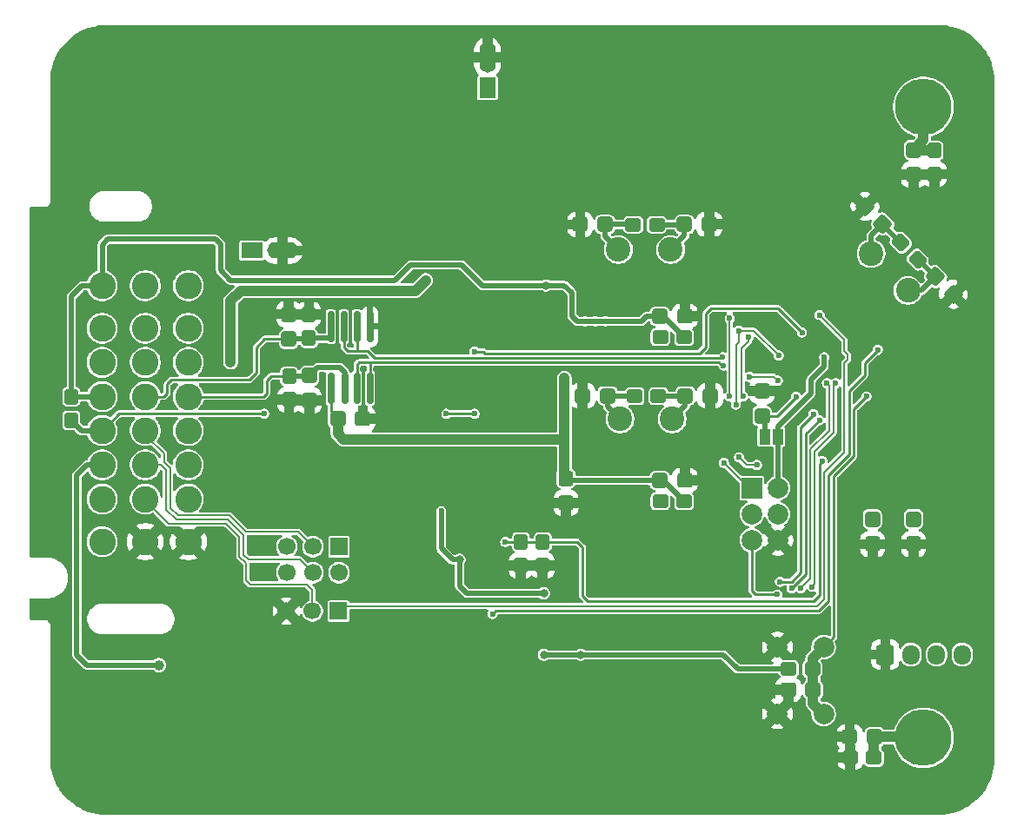
<source format=gbr>
%TF.GenerationSoftware,KiCad,Pcbnew,9.0.2*%
%TF.CreationDate,2025-08-14T17:52:04+08:00*%
%TF.ProjectId,SSRU_v3.1,53535255-5f76-4332-9e31-2e6b69636164,rev?*%
%TF.SameCoordinates,Original*%
%TF.FileFunction,Copper,L2,Bot*%
%TF.FilePolarity,Positive*%
%FSLAX46Y46*%
G04 Gerber Fmt 4.6, Leading zero omitted, Abs format (unit mm)*
G04 Created by KiCad (PCBNEW 9.0.2) date 2025-08-14 17:52:04*
%MOMM*%
%LPD*%
G01*
G04 APERTURE LIST*
G04 Aperture macros list*
%AMRoundRect*
0 Rectangle with rounded corners*
0 $1 Rounding radius*
0 $2 $3 $4 $5 $6 $7 $8 $9 X,Y pos of 4 corners*
0 Add a 4 corners polygon primitive as box body*
4,1,4,$2,$3,$4,$5,$6,$7,$8,$9,$2,$3,0*
0 Add four circle primitives for the rounded corners*
1,1,$1+$1,$2,$3*
1,1,$1+$1,$4,$5*
1,1,$1+$1,$6,$7*
1,1,$1+$1,$8,$9*
0 Add four rect primitives between the rounded corners*
20,1,$1+$1,$2,$3,$4,$5,0*
20,1,$1+$1,$4,$5,$6,$7,0*
20,1,$1+$1,$6,$7,$8,$9,0*
20,1,$1+$1,$8,$9,$2,$3,0*%
G04 Aperture macros list end*
%TA.AperFunction,SMDPad,CuDef*%
%ADD10R,1.000000X1.500000*%
%TD*%
%TA.AperFunction,ComponentPad*%
%ADD11R,2.000000X1.600000*%
%TD*%
%TA.AperFunction,ComponentPad*%
%ADD12O,3.000000X1.600000*%
%TD*%
%TA.AperFunction,ComponentPad*%
%ADD13C,2.600000*%
%TD*%
%TA.AperFunction,ComponentPad*%
%ADD14C,5.500000*%
%TD*%
%TA.AperFunction,ComponentPad*%
%ADD15R,2.000000X2.000000*%
%TD*%
%TA.AperFunction,ComponentPad*%
%ADD16C,2.000000*%
%TD*%
%TA.AperFunction,ComponentPad*%
%ADD17RoundRect,0.250000X-0.600000X-0.725000X0.600000X-0.725000X0.600000X0.725000X-0.600000X0.725000X0*%
%TD*%
%TA.AperFunction,ComponentPad*%
%ADD18O,1.700000X1.950000*%
%TD*%
%TA.AperFunction,ComponentPad*%
%ADD19C,2.400000*%
%TD*%
%TA.AperFunction,ComponentPad*%
%ADD20R,1.700000X1.700000*%
%TD*%
%TA.AperFunction,ComponentPad*%
%ADD21C,1.700000*%
%TD*%
%TA.AperFunction,ComponentPad*%
%ADD22R,1.600000X2.000000*%
%TD*%
%TA.AperFunction,ComponentPad*%
%ADD23O,1.600000X3.000000*%
%TD*%
%TA.AperFunction,SMDPad,CuDef*%
%ADD24RoundRect,0.305575X0.460025X0.412525X-0.460025X0.412525X-0.460025X-0.412525X0.460025X-0.412525X0*%
%TD*%
%TA.AperFunction,SMDPad,CuDef*%
%ADD25RoundRect,0.308511X0.457089X0.416489X-0.457089X0.416489X-0.457089X-0.416489X0.457089X-0.416489X0*%
%TD*%
%TA.AperFunction,SMDPad,CuDef*%
%ADD26RoundRect,0.150000X0.150000X-1.350000X0.150000X1.350000X-0.150000X1.350000X-0.150000X-1.350000X0*%
%TD*%
%TA.AperFunction,SMDPad,CuDef*%
%ADD27RoundRect,0.150000X0.150000X-1.337500X0.150000X1.337500X-0.150000X1.337500X-0.150000X-1.337500X0*%
%TD*%
%TA.AperFunction,SMDPad,CuDef*%
%ADD28RoundRect,0.305575X-0.412525X0.460025X-0.412525X-0.460025X0.412525X-0.460025X0.412525X0.460025X0*%
%TD*%
%TA.AperFunction,SMDPad,CuDef*%
%ADD29RoundRect,0.308511X-0.416489X0.457089X-0.416489X-0.457089X0.416489X-0.457089X0.416489X0.457089X0*%
%TD*%
%TA.AperFunction,SMDPad,CuDef*%
%ADD30RoundRect,0.278125X-0.389375X0.474375X-0.389375X-0.474375X0.389375X-0.474375X0.389375X0.474375X0*%
%TD*%
%TA.AperFunction,SMDPad,CuDef*%
%ADD31RoundRect,0.305575X-0.616986X0.033588X0.033588X-0.616986X0.616986X-0.033588X-0.033588X0.616986X0*%
%TD*%
%TA.AperFunction,SMDPad,CuDef*%
%ADD32RoundRect,0.308511X-0.617713X0.028709X0.028709X-0.617713X0.617713X-0.028709X-0.028709X0.617713X0*%
%TD*%
%TA.AperFunction,SMDPad,CuDef*%
%ADD33RoundRect,0.278125X-0.474375X-0.389375X0.474375X-0.389375X0.474375X0.389375X-0.474375X0.389375X0*%
%TD*%
%TA.AperFunction,SMDPad,CuDef*%
%ADD34RoundRect,0.305575X0.412525X-0.460025X0.412525X0.460025X-0.412525X0.460025X-0.412525X-0.460025X0*%
%TD*%
%TA.AperFunction,SMDPad,CuDef*%
%ADD35RoundRect,0.308511X0.416489X-0.457089X0.416489X0.457089X-0.416489X0.457089X-0.416489X-0.457089X0*%
%TD*%
%TA.AperFunction,SMDPad,CuDef*%
%ADD36RoundRect,0.305575X0.616986X-0.033588X-0.033588X0.616986X-0.616986X0.033588X0.033588X-0.616986X0*%
%TD*%
%TA.AperFunction,SMDPad,CuDef*%
%ADD37RoundRect,0.308511X0.617713X-0.028709X-0.028709X0.617713X-0.617713X0.028709X0.028709X-0.617713X0*%
%TD*%
%TA.AperFunction,SMDPad,CuDef*%
%ADD38RoundRect,0.305575X-0.460025X-0.412525X0.460025X-0.412525X0.460025X0.412525X-0.460025X0.412525X0*%
%TD*%
%TA.AperFunction,SMDPad,CuDef*%
%ADD39RoundRect,0.308511X-0.457089X-0.416489X0.457089X-0.416489X0.457089X0.416489X-0.457089X0.416489X0*%
%TD*%
%TA.AperFunction,SMDPad,CuDef*%
%ADD40RoundRect,0.278125X0.389375X-0.474375X0.389375X0.474375X-0.389375X0.474375X-0.389375X-0.474375X0*%
%TD*%
%TA.AperFunction,SMDPad,CuDef*%
%ADD41RoundRect,0.278125X-0.610763X0.060104X0.060104X-0.610763X0.610763X-0.060104X-0.060104X0.610763X0*%
%TD*%
%TA.AperFunction,SMDPad,CuDef*%
%ADD42RoundRect,0.278125X0.474375X0.389375X-0.474375X0.389375X-0.474375X-0.389375X0.474375X-0.389375X0*%
%TD*%
%TA.AperFunction,ViaPad*%
%ADD43C,0.600000*%
%TD*%
%TA.AperFunction,ViaPad*%
%ADD44C,1.000000*%
%TD*%
%TA.AperFunction,ViaPad*%
%ADD45C,0.800000*%
%TD*%
%TA.AperFunction,Conductor*%
%ADD46C,0.500000*%
%TD*%
%TA.AperFunction,Conductor*%
%ADD47C,0.250000*%
%TD*%
%TA.AperFunction,Conductor*%
%ADD48C,1.000000*%
%TD*%
%TA.AperFunction,Conductor*%
%ADD49C,0.200000*%
%TD*%
G04 APERTURE END LIST*
D10*
%TO.P,JP1,1,A*%
%TO.N,+5V*%
X175800000Y-102750000D03*
%TO.P,JP1,2,B*%
%TO.N,Net-(JP1-B)*%
X174500000Y-102750000D03*
%TD*%
D11*
%TO.P,C7,1*%
%TO.N,+12V*%
X124550000Y-84600000D03*
D12*
%TO.P,C7,2*%
%TO.N,GND*%
X127550000Y-84600000D03*
%TD*%
D13*
%TO.P,J2,1,Pin_1*%
%TO.N,+12V*%
X118375000Y-88020000D03*
%TO.P,J2,2,Pin_2*%
%TO.N,CAN2-*%
X118375000Y-92170000D03*
%TO.P,J2,3,Pin_3*%
%TO.N,CAN2+*%
X118375000Y-95500000D03*
%TO.P,J2,4,Pin_4*%
%TO.N,POT1_IN*%
X118375000Y-98830000D03*
%TO.P,J2,5,Pin_5*%
%TO.N,+3.3V*%
X118375000Y-102135000D03*
%TO.P,J2,6,Pin_6*%
%TO.N,SCL_3V3*%
X118375000Y-105490000D03*
%TO.P,J2,7,Pin_7*%
%TO.N,SDA_3V3*%
X118375000Y-108820000D03*
%TO.P,J2,8,Pin_8*%
%TO.N,GND*%
X118375000Y-112970000D03*
%TO.P,J2,9,Pin_9*%
%TO.N,+12V*%
X114175000Y-88020000D03*
%TO.P,J2,10,Pin_10*%
%TO.N,CAN1-*%
X114175000Y-92170000D03*
%TO.P,J2,11,Pin_11*%
%TO.N,CAN1+*%
X114175000Y-95500000D03*
%TO.P,J2,12,Pin_12*%
%TO.N,POT2_IN*%
X114175000Y-98830000D03*
%TO.P,J2,13,Pin_13*%
%TO.N,j1*%
X114175000Y-102135000D03*
%TO.P,J2,14,Pin_14*%
%TO.N,j2*%
X114175000Y-105490000D03*
%TO.P,J2,15,Pin_15*%
%TO.N,j3*%
X114175000Y-108820000D03*
%TO.P,J2,16,Pin_16*%
%TO.N,GND*%
X114175000Y-112970000D03*
%TO.P,J2,17,Pin_17*%
%TO.N,+5V*%
X109975000Y-88020000D03*
%TO.P,J2,18,Pin_18*%
%TO.N,CAN1-*%
X109975000Y-92170000D03*
%TO.P,J2,19,Pin_19*%
%TO.N,CAN1+*%
X109975000Y-95500000D03*
%TO.P,J2,20,Pin_20*%
%TO.N,+5V*%
X109975000Y-98830000D03*
%TO.P,J2,21,Pin_21*%
%TO.N,DS18B20*%
X109975000Y-102135000D03*
%TO.P,J2,22,Pin_22*%
%TO.N,+24V*%
X109975000Y-105490000D03*
%TO.P,J2,23,Pin_23*%
%TO.N,BRAKE_TEMP1*%
X109975000Y-108820000D03*
%TO.P,J2,24,Pin_24*%
%TO.N,BRAKE_TEMP2*%
X109975000Y-112970000D03*
%TD*%
D14*
%TO.P,H2,1,1*%
%TO.N,GND2*%
X189967641Y-132097800D03*
%TD*%
D15*
%TO.P,J4,1,MISO*%
%TO.N,MISO*%
X173250000Y-107750000D03*
D16*
%TO.P,J4,2,VCC*%
%TO.N,+5V*%
X175790000Y-107750000D03*
%TO.P,J4,3,SCK*%
%TO.N,SCK*%
X173250000Y-110290000D03*
%TO.P,J4,4,MOSI*%
%TO.N,MOSI*%
X175790000Y-110290000D03*
%TO.P,J4,5,~{RST}*%
%TO.N,RST*%
X173250000Y-112830000D03*
%TO.P,J4,6,GND*%
%TO.N,GND*%
X175790000Y-112830000D03*
%TD*%
D17*
%TO.P,J31,1,Pin_1*%
%TO.N,GND*%
X186250000Y-123975000D03*
D18*
%TO.P,J31,2,Pin_2*%
%TO.N,UD+*%
X188750000Y-123975000D03*
%TO.P,J31,3,Pin_3*%
%TO.N,UD-*%
X191250000Y-123975000D03*
%TO.P,J31,4,Pin_4*%
%TO.N,Net-(J31-Pin_4)*%
X193750000Y-123975000D03*
%TD*%
D16*
%TO.P,SW1,1,1*%
%TO.N,GND*%
X175750000Y-129750000D03*
X175750000Y-123250000D03*
%TO.P,SW1,2,2*%
%TO.N,RST*%
X180250000Y-129750000D03*
X180250000Y-123250000D03*
%TD*%
D19*
%TO.P,Y3,1,1*%
%TO.N,Net-(U7-OSC2)*%
X165493282Y-101000000D03*
%TO.P,Y3,2,2*%
%TO.N,Net-(U7-OSC1)*%
X160413282Y-101000000D03*
%TD*%
%TO.P,Y4,1,1*%
%TO.N,Net-(U1-OSC2)*%
X165343282Y-84500000D03*
%TO.P,Y4,2,2*%
%TO.N,Net-(U1-OSC1)*%
X160263282Y-84500000D03*
%TD*%
%TO.P,Y1,1,1*%
%TO.N,XTAL2*%
X184867589Y-84890266D03*
%TO.P,Y1,2,2*%
%TO.N,XTAL1*%
X188459691Y-88482368D03*
%TD*%
D20*
%TO.P,J1,1,Pin_1*%
%TO.N,PUMP_PWM*%
X133000000Y-119735000D03*
D21*
%TO.P,J1,2,Pin_2*%
%TO.N,j3*%
X130460000Y-119735000D03*
%TO.P,J1,3,Pin_3*%
%TO.N,GND*%
X127920000Y-119735000D03*
%TD*%
D14*
%TO.P,H1,1,1*%
%TO.N,GND1*%
X189967641Y-70597800D03*
%TD*%
D20*
%TO.P,J3,1,Pin_1*%
%TO.N,PUMP_NTC_50k*%
X133040000Y-113460000D03*
D21*
%TO.P,J3,2,Pin_2*%
%TO.N,FLOW_IN*%
X133040000Y-116000000D03*
%TO.P,J3,3,Pin_3*%
%TO.N,j1*%
X130500000Y-113460000D03*
%TO.P,J3,4,Pin_4*%
%TO.N,j2*%
X130500000Y-116000000D03*
%TO.P,J3,5,Pin_5*%
%TO.N,ENCODER+*%
X127960000Y-113460000D03*
%TO.P,J3,6,Pin_6*%
%TO.N,ENCODER-*%
X127960000Y-116000000D03*
%TD*%
D22*
%TO.P,C11,1*%
%TO.N,Net-(U4-FB)*%
X147500000Y-68750000D03*
D23*
%TO.P,C11,2*%
%TO.N,GND*%
X147500000Y-65750000D03*
%TD*%
D24*
%TO.P,C41,1*%
%TO.N,GND*%
X169215600Y-98742048D03*
D25*
%TO.P,C41,2*%
%TO.N,Net-(U7-OSC2)*%
X166784400Y-98748948D03*
%TD*%
D26*
%TO.P,U3,1*%
%TO.N,POT1_OUT*%
X136055000Y-98000000D03*
%TO.P,U3,2,-*%
X134785000Y-98000000D03*
D27*
%TO.P,U3,3,+*%
%TO.N,POT1_IN*%
X133650000Y-98012500D03*
D26*
%TO.P,U3,4,V-*%
%TO.N,+5V*%
X132245000Y-98000000D03*
%TO.P,U3,5,+*%
%TO.N,POT2_IN*%
X132245000Y-92000000D03*
%TO.P,U3,6,-*%
%TO.N,POT2_OUT*%
X133515000Y-92000000D03*
%TO.P,U3,7*%
X134785000Y-92000000D03*
%TO.P,U3,8,V+*%
%TO.N,GND*%
X136055000Y-92000000D03*
%TD*%
D28*
%TO.P,C4,1*%
%TO.N,GND*%
X174243100Y-98284400D03*
D29*
%TO.P,C4,2*%
%TO.N,Net-(JP1-B)*%
X174250000Y-100715600D03*
%TD*%
D30*
%TO.P,R40,1*%
%TO.N,+5V*%
X106967500Y-98847500D03*
%TO.P,R40,2*%
%TO.N,DS18B20*%
X106967500Y-101152500D03*
%TD*%
D24*
%TO.P,C26,1*%
%TO.N,GND*%
X169115600Y-82043100D03*
D25*
%TO.P,C26,2*%
%TO.N,Net-(U1-OSC2)*%
X166684400Y-82050000D03*
%TD*%
D24*
%TO.P,C39,1*%
%TO.N,GND*%
X166715600Y-90993100D03*
D25*
%TO.P,C39,2*%
%TO.N,+5V*%
X164284400Y-91000000D03*
%TD*%
D31*
%TO.P,C17,1*%
%TO.N,GND*%
X184276003Y-80285761D03*
D32*
%TO.P,C17,2*%
%TO.N,XTAL2*%
X186000000Y-82000000D03*
%TD*%
D28*
%TO.P,C44,1*%
%TO.N,+5V*%
X155145600Y-106784400D03*
D29*
%TO.P,C44,2*%
%TO.N,GND*%
X155152500Y-109215600D03*
%TD*%
D33*
%TO.P,R15,1*%
%TO.N,Net-(U1-OSC1)*%
X161697500Y-82083552D03*
%TO.P,R15,2*%
%TO.N,Net-(U1-OSC2)*%
X164002500Y-82083552D03*
%TD*%
D34*
%TO.P,C31,1*%
%TO.N,GND*%
X130156900Y-99215600D03*
D35*
%TO.P,C31,2*%
%TO.N,POT1_IN*%
X130150000Y-96784400D03*
%TD*%
D36*
%TO.P,C5,1*%
%TO.N,GND*%
X192864438Y-88854680D03*
D37*
%TO.P,C5,2*%
%TO.N,XTAL1*%
X191140441Y-87140441D03*
%TD*%
D38*
%TO.P,C42,1*%
%TO.N,GND*%
X156784400Y-98755848D03*
D39*
%TO.P,C42,2*%
%TO.N,Net-(U7-OSC1)*%
X159215600Y-98748948D03*
%TD*%
D33*
%TO.P,R16,1*%
%TO.N,Net-(U1-~{RESET})*%
X164347500Y-93032500D03*
%TO.P,R16,2*%
%TO.N,+5V*%
X166652500Y-93032500D03*
%TD*%
D28*
%TO.P,C36,1*%
%TO.N,GND*%
X128143100Y-90784400D03*
D29*
%TO.P,C36,2*%
%TO.N,POT2_IN*%
X128150000Y-93215600D03*
%TD*%
D38*
%TO.P,C27,1*%
%TO.N,GND*%
X156534400Y-82056900D03*
D39*
%TO.P,C27,2*%
%TO.N,Net-(U1-OSC1)*%
X158965600Y-82050000D03*
%TD*%
D40*
%TO.P,R6,1*%
%TO.N,GND*%
X150750000Y-115305000D03*
%TO.P,R6,2*%
%TO.N,PUMP_NTC_50k*%
X150750000Y-113000000D03*
%TD*%
D41*
%TO.P,R4,1*%
%TO.N,XTAL2*%
X187762078Y-83830717D03*
%TO.P,R4,2*%
%TO.N,XTAL1*%
X189391960Y-85460599D03*
%TD*%
D24*
%TO.P,C43,1*%
%TO.N,GND*%
X166715600Y-106993100D03*
D25*
%TO.P,C43,2*%
%TO.N,+5V*%
X164284400Y-107000000D03*
%TD*%
D33*
%TO.P,R21,1*%
%TO.N,Net-(U7-~{RESET})*%
X164347500Y-109032500D03*
%TO.P,R21,2*%
%TO.N,+5V*%
X166652500Y-109032500D03*
%TD*%
%TO.P,R9,1*%
%TO.N,GND*%
X182847500Y-134032500D03*
%TO.P,R9,2*%
%TO.N,GND2*%
X185152500Y-134032500D03*
%TD*%
D40*
%TO.P,R10,1*%
%TO.N,GND*%
X191032500Y-77152500D03*
%TO.P,R10,2*%
%TO.N,GND1*%
X191032500Y-74847500D03*
%TD*%
D34*
%TO.P,C16,1*%
%TO.N,GND*%
X185006900Y-113215600D03*
D35*
%TO.P,C16,2*%
%TO.N,Net-(U13-V3)*%
X185000000Y-110784400D03*
%TD*%
D34*
%TO.P,C29,1*%
%TO.N,GND*%
X189006900Y-77215600D03*
D35*
%TO.P,C29,2*%
%TO.N,GND1*%
X189000000Y-74784400D03*
%TD*%
D38*
%TO.P,C24,1*%
%TO.N,GND*%
X182784400Y-132006900D03*
D39*
%TO.P,C24,2*%
%TO.N,GND2*%
X185215600Y-132000000D03*
%TD*%
D30*
%TO.P,R37,1*%
%TO.N,PUMP_NTC_50k*%
X152885000Y-113000000D03*
%TO.P,R37,2*%
%TO.N,GND*%
X152885000Y-115305000D03*
%TD*%
D38*
%TO.P,C18,1*%
%TO.N,GND*%
X176784400Y-127406900D03*
D39*
%TO.P,C18,2*%
%TO.N,RST*%
X179215600Y-127400000D03*
%TD*%
D24*
%TO.P,C23,1*%
%TO.N,GND*%
X135365600Y-100993100D03*
D25*
%TO.P,C23,2*%
%TO.N,+5V*%
X132934400Y-101000000D03*
%TD*%
D42*
%TO.P,R5,1*%
%TO.N,RST*%
X179152500Y-125367500D03*
%TO.P,R5,2*%
%TO.N,+5V*%
X176847500Y-125367500D03*
%TD*%
D33*
%TO.P,R18,1*%
%TO.N,Net-(U7-OSC1)*%
X161847500Y-98782500D03*
%TO.P,R18,2*%
%TO.N,Net-(U7-OSC2)*%
X164152500Y-98782500D03*
%TD*%
D40*
%TO.P,R1,1*%
%TO.N,GND*%
X128182500Y-99152500D03*
%TO.P,R1,2*%
%TO.N,POT1_IN*%
X128182500Y-96847500D03*
%TD*%
D30*
%TO.P,R2,1*%
%TO.N,GND*%
X130117500Y-90847500D03*
%TO.P,R2,2*%
%TO.N,POT2_IN*%
X130117500Y-93152500D03*
%TD*%
D34*
%TO.P,C15,1*%
%TO.N,GND*%
X189006900Y-113215600D03*
D35*
%TO.P,C15,2*%
%TO.N,+5V*%
X189000000Y-110784400D03*
%TD*%
D43*
%TO.N,GND*%
X162000000Y-108500000D03*
X155152500Y-109215600D03*
X158000000Y-108635000D03*
X137250000Y-112750000D03*
%TO.N,Net-(JP1-B)*%
X177573044Y-98866294D03*
D44*
%TO.N,+3.3V*%
X141500000Y-87500000D03*
X122500000Y-95500000D03*
D45*
%TO.N,+5V*%
X144784400Y-114735000D03*
D43*
X189000000Y-110784400D03*
D45*
X156584400Y-124000000D03*
D43*
X157000000Y-91500000D03*
X166652500Y-109032500D03*
D45*
X153000000Y-124000000D03*
D43*
X143000000Y-110000000D03*
X159000000Y-91500000D03*
D44*
X155000000Y-97000000D03*
D43*
X180302944Y-95000000D03*
X158000000Y-91500000D03*
D44*
X135215600Y-103000000D03*
D43*
X155145600Y-106784400D03*
X166652500Y-93032500D03*
D45*
X153215600Y-88006900D03*
X153000000Y-118000000D03*
D43*
%TO.N,PUMP_NTC_50k*%
X180104680Y-105114438D03*
X149250000Y-113000000D03*
%TO.N,DS18B20*%
X146250000Y-100500000D03*
X146250000Y-94424000D03*
X143500000Y-100500000D03*
X178136218Y-92570532D03*
X125750000Y-100500000D03*
%TO.N,RST*%
X175750000Y-118125000D03*
X184425520Y-98824480D03*
D45*
%TO.N,GND*%
X117000000Y-75000000D03*
X119000000Y-75000000D03*
D43*
X126250000Y-116500000D03*
D45*
X112000000Y-74000000D03*
D43*
X135467500Y-84125000D03*
X131500000Y-129500000D03*
X149604317Y-134000000D03*
X164967500Y-132652500D03*
X125500000Y-128500000D03*
D45*
X116000000Y-76000000D03*
X115000000Y-66000000D03*
X120000000Y-75000000D03*
X112000000Y-68000000D03*
D43*
X177000000Y-102000000D03*
D45*
X113000000Y-66000000D03*
X114000000Y-67000000D03*
D43*
X182500000Y-88000000D03*
X128000000Y-108905000D03*
D45*
X168393100Y-74531200D03*
X116000000Y-66000000D03*
X118000000Y-75000000D03*
X117000000Y-67000000D03*
D43*
X125032500Y-110847500D03*
D45*
X112000000Y-70000000D03*
X113000000Y-69000000D03*
D43*
X142152500Y-121767500D03*
X185500000Y-91000000D03*
D45*
X113000000Y-70000000D03*
D43*
X188500000Y-92000000D03*
X177000000Y-104750000D03*
D45*
X120000000Y-67000000D03*
X116000000Y-75000000D03*
D43*
X182784400Y-132006900D03*
X170000000Y-91000000D03*
X182000000Y-95000000D03*
D45*
X119000000Y-66000000D03*
D43*
X126500000Y-91250000D03*
D45*
X112000000Y-66000000D03*
X112000000Y-71000000D03*
D43*
X129000000Y-135000000D03*
X152000000Y-93905000D03*
X156534400Y-82056900D03*
D45*
X117000000Y-76000000D03*
X113000000Y-73000000D03*
D43*
X169215600Y-98742048D03*
D45*
X115000000Y-75000000D03*
D43*
X169115600Y-82043100D03*
X124500000Y-135000000D03*
X111000000Y-115250000D03*
X123250000Y-115750000D03*
D45*
X120000000Y-66000000D03*
D43*
X187000000Y-86500000D03*
X131250000Y-92000000D03*
D45*
X112000000Y-67000000D03*
D43*
X145393100Y-82431200D03*
X173600000Y-94200000D03*
X153006900Y-66284400D03*
X145467500Y-132152500D03*
X179500000Y-102500000D03*
D45*
X113000000Y-68000000D03*
D43*
X193750000Y-90500000D03*
X176784400Y-127406900D03*
X136750000Y-101250000D03*
X138965600Y-132506900D03*
X130156900Y-99215600D03*
X192864438Y-88854680D03*
X152885000Y-115305000D03*
X187500000Y-95250000D03*
X127215600Y-78606900D03*
D45*
X113000000Y-67000000D03*
D43*
X160950000Y-134000000D03*
D45*
X114000000Y-76000000D03*
D43*
X125925000Y-71000000D03*
X185250000Y-103000000D03*
X125925000Y-67600000D03*
X152000000Y-109905000D03*
X125967500Y-130847500D03*
X120250000Y-137207500D03*
D45*
X113000000Y-76000000D03*
D43*
X187500000Y-91000000D03*
X187500000Y-96750000D03*
X131500000Y-79750000D03*
X184276003Y-80285761D03*
D45*
X112000000Y-75000000D03*
D43*
X194215600Y-97006900D03*
X123500000Y-128500000D03*
X181000000Y-89750000D03*
X181000000Y-103500000D03*
D45*
X119000000Y-67000000D03*
X113000000Y-75000000D03*
D43*
X126500000Y-127500000D03*
X194215600Y-99006900D03*
D45*
X119000000Y-76000000D03*
D43*
X180250000Y-120250000D03*
X149100000Y-82507500D03*
X122500000Y-127500000D03*
X140207500Y-136250000D03*
X122500000Y-128500000D03*
X120500000Y-98000000D03*
D45*
X112000000Y-69000000D03*
D43*
X187500000Y-116512500D03*
X189500000Y-93000000D03*
X180500000Y-93000000D03*
X129215600Y-103000000D03*
X130500000Y-135000000D03*
D45*
X112000000Y-76000000D03*
X115000000Y-67000000D03*
D43*
X194215600Y-95006900D03*
X161725000Y-76600000D03*
X126250000Y-114000000D03*
X123500000Y-127500000D03*
X145500000Y-123784400D03*
X116034400Y-128243100D03*
X165000000Y-124784400D03*
X126000000Y-135000000D03*
D45*
X117000000Y-66000000D03*
D43*
X150750000Y-115305000D03*
D45*
X113000000Y-74000000D03*
X115000000Y-76000000D03*
D43*
X126500000Y-128500000D03*
X128182500Y-99152500D03*
X156784400Y-98755848D03*
X124967500Y-118152500D03*
X193000000Y-91250000D03*
D45*
X113000000Y-71000000D03*
D43*
X133000000Y-129500000D03*
D45*
X118000000Y-66000000D03*
D43*
X124500000Y-127500000D03*
X175250000Y-96000000D03*
D45*
X112000000Y-72000000D03*
D43*
X182847500Y-134032500D03*
X127500000Y-135000000D03*
X193500000Y-87500000D03*
X144750000Y-121000000D03*
X190750000Y-93500000D03*
X152000000Y-129905000D03*
D45*
X165493100Y-74531200D03*
X114000000Y-66000000D03*
D43*
X138840000Y-116685000D03*
X125500000Y-127500000D03*
X124000000Y-98000000D03*
X134500000Y-129500000D03*
D45*
X113000000Y-72000000D03*
D43*
X161750000Y-113500000D03*
X189006900Y-113215600D03*
X186500000Y-91000000D03*
X191500000Y-92750000D03*
X182750000Y-114000000D03*
X124500000Y-128500000D03*
D45*
X116000000Y-67000000D03*
X114000000Y-75000000D03*
D43*
X192250000Y-92000000D03*
X179277500Y-75032500D03*
D45*
X112000000Y-73000000D03*
X120000000Y-76000000D03*
D43*
X136055000Y-92000000D03*
X147215600Y-114741900D03*
D45*
X118000000Y-76000000D03*
X118000000Y-67000000D03*
D43*
X116250000Y-99750000D03*
%TO.N,BRAKE_TEMP_OUT1*%
X179267588Y-100560839D03*
X176000000Y-116875000D03*
%TO.N,BRAKE_TEMP_OUT2*%
X177137810Y-117500000D03*
X179833274Y-101126524D03*
%TO.N,POT1_OUT*%
X170500000Y-95800000D03*
%TO.N,SCK*%
X175770101Y-97270101D03*
X173000000Y-96900000D03*
%TO.N,MISO*%
X170549265Y-105299264D03*
X171700000Y-99600000D03*
X175873476Y-94833274D03*
X172000000Y-92400000D03*
D44*
%TO.N,+24V*%
X115500000Y-125000000D03*
D43*
%TO.N,MOSI*%
X172924971Y-93000000D03*
X172400000Y-98800000D03*
X172000000Y-104750000D03*
X173750000Y-105500000D03*
%TO.N,CS_CAN2*%
X171100000Y-98800000D03*
X171100000Y-91200000D03*
%TO.N,PUMP_PWM*%
X179833274Y-90873476D03*
%TO.N,Net-(U1-~{RESET})*%
X164347500Y-93032500D03*
%TO.N,Net-(U7-~{RESET})*%
X164347500Y-109032500D03*
%TO.N,FLOW_OUT*%
X185521536Y-94271536D03*
X148000000Y-120000000D03*
%TO.N,Net-(U13-V3)*%
X185000000Y-110784400D03*
%TO.N,ENCODER-*%
X178010847Y-117510847D03*
X180575000Y-97518228D03*
%TO.N,ENCODER+*%
X179125000Y-117375000D03*
X181425000Y-97518228D03*
%TO.N,POT2_OUT*%
X170402000Y-95000000D03*
%TD*%
D46*
%TO.N,+5V*%
X180302944Y-95912656D02*
X180302944Y-95000000D01*
X179000000Y-97215600D02*
X180302944Y-95912656D01*
X179000000Y-98500000D02*
X179000000Y-97215600D01*
X175790000Y-101710000D02*
X179000000Y-98500000D01*
X175790000Y-107750000D02*
X175790000Y-101710000D01*
D47*
%TO.N,Net-(JP1-B)*%
X175736392Y-100715600D02*
X177579371Y-98872621D01*
X174250000Y-100715600D02*
X175736392Y-100715600D01*
D46*
X174500000Y-100965600D02*
X174250000Y-100715600D01*
X174500000Y-102750000D02*
X174500000Y-100965600D01*
D48*
%TO.N,+3.3V*%
X140500000Y-88500000D02*
X123500000Y-88500000D01*
X122500000Y-89500000D02*
X122500000Y-95500000D01*
X141500000Y-87500000D02*
X140500000Y-88500000D01*
X123500000Y-88500000D02*
X122500000Y-89500000D01*
D47*
%TO.N,+5V*%
X132245000Y-100310600D02*
X132934400Y-101000000D01*
D48*
X155000000Y-106638800D02*
X155145600Y-106784400D01*
D46*
X122500000Y-87500000D02*
X138500000Y-87500000D01*
D48*
X133500000Y-103000000D02*
X135215600Y-103000000D01*
D46*
X109975000Y-84025000D02*
X110500000Y-83500000D01*
D48*
X135215600Y-103000000D02*
X155000000Y-103000000D01*
D46*
X153000000Y-124000000D02*
X156577500Y-124000000D01*
X109975000Y-98830000D02*
X106985000Y-98830000D01*
X153215600Y-88006900D02*
X155006900Y-88006900D01*
X144784400Y-117284400D02*
X145500000Y-118000000D01*
X155750000Y-91000000D02*
X156250000Y-91500000D01*
X140000000Y-86000000D02*
X145000000Y-86000000D01*
D48*
X132934400Y-101000000D02*
X132934400Y-102434400D01*
D46*
X157000000Y-91500000D02*
X158000000Y-91500000D01*
X155006900Y-88006900D02*
X155750000Y-88750000D01*
X155750000Y-88750000D02*
X155750000Y-91000000D01*
X158000000Y-91500000D02*
X159000000Y-91500000D01*
D47*
X132245000Y-98000000D02*
X132245000Y-100310600D01*
D46*
X145500000Y-118000000D02*
X153000000Y-118000000D01*
X144784400Y-114735000D02*
X144784400Y-117284400D01*
X159000000Y-91500000D02*
X162500000Y-91500000D01*
D48*
X155000000Y-103000000D02*
X155000000Y-97000000D01*
D46*
X156577500Y-124000000D02*
X156584400Y-123993100D01*
X106985000Y-98830000D02*
X106967500Y-98847500D01*
X106967500Y-98847500D02*
X106967500Y-89032500D01*
X121500000Y-84000000D02*
X121500000Y-86500000D01*
X107980000Y-88020000D02*
X109975000Y-88020000D01*
X176847500Y-125367500D02*
X171867500Y-125367500D01*
X143000000Y-110000000D02*
X143000000Y-113625000D01*
X171867500Y-125367500D02*
X170500000Y-124000000D01*
X147006900Y-88006900D02*
X153215600Y-88006900D01*
X121500000Y-86500000D02*
X122500000Y-87500000D01*
X162500000Y-91500000D02*
X163000000Y-91000000D01*
X164284400Y-107000000D02*
X164620000Y-107000000D01*
D48*
X132934400Y-102434400D02*
X133500000Y-103000000D01*
D46*
X156250000Y-91500000D02*
X157000000Y-91500000D01*
X164284400Y-107000000D02*
X155361200Y-107000000D01*
X156584400Y-124000000D02*
X170500000Y-124000000D01*
D48*
X155000000Y-103000000D02*
X155000000Y-106638800D01*
D46*
X164620000Y-91000000D02*
X166652500Y-93032500D01*
X163000000Y-91000000D02*
X164284400Y-91000000D01*
X138500000Y-87500000D02*
X140000000Y-86000000D01*
X109975000Y-88020000D02*
X109975000Y-84025000D01*
X106967500Y-89032500D02*
X107980000Y-88020000D01*
X144110000Y-114735000D02*
X144784400Y-114735000D01*
X145000000Y-86000000D02*
X147006900Y-88006900D01*
X143000000Y-113625000D02*
X144110000Y-114735000D01*
X164284400Y-91000000D02*
X164620000Y-91000000D01*
X110500000Y-83500000D02*
X121000000Y-83500000D01*
X164620000Y-107000000D02*
X166652500Y-109032500D01*
X155361200Y-107000000D02*
X155145600Y-106784400D01*
X121000000Y-83500000D02*
X121500000Y-84000000D01*
%TO.N,XTAL1*%
X188459691Y-88482368D02*
X189798514Y-88482368D01*
X189437922Y-85460599D02*
X189391960Y-85460599D01*
X191140441Y-87140441D02*
X191117764Y-87140441D01*
X189798514Y-88482368D02*
X191140441Y-87140441D01*
X191117764Y-87140441D02*
X189437922Y-85460599D01*
D47*
%TO.N,PUMP_NTC_50k*%
X156750000Y-118250000D02*
X156750000Y-113500000D01*
X179250000Y-118750000D02*
X157250000Y-118750000D01*
X180104680Y-105114438D02*
X179825480Y-105393638D01*
X157250000Y-118750000D02*
X156750000Y-118250000D01*
X156250000Y-113000000D02*
X152885000Y-113000000D01*
X156750000Y-113500000D02*
X156250000Y-113000000D01*
X179825480Y-105393638D02*
X179825480Y-118174520D01*
X179825480Y-118174520D02*
X179250000Y-118750000D01*
X149250000Y-113000000D02*
X152885000Y-113000000D01*
D46*
%TO.N,DS18B20*%
X107950000Y-102135000D02*
X109975000Y-102135000D01*
D47*
X168750000Y-94000000D02*
X168152000Y-94598000D01*
X147250000Y-94598000D02*
X147076000Y-94424000D01*
D46*
X106967500Y-101152500D02*
X107950000Y-102135000D01*
D47*
X175815686Y-90250000D02*
X169250000Y-90250000D01*
X147076000Y-94424000D02*
X146250000Y-94424000D01*
X111610000Y-100500000D02*
X125750000Y-100500000D01*
X169250000Y-90250000D02*
X168750000Y-90750000D01*
X109975000Y-102135000D02*
X111610000Y-100500000D01*
X168750000Y-90750000D02*
X168750000Y-94000000D01*
X178136218Y-92570532D02*
X175815686Y-90250000D01*
X168152000Y-94598000D02*
X147250000Y-94598000D01*
X143500000Y-100500000D02*
X146250000Y-100500000D01*
D46*
%TO.N,XTAL2*%
X184867589Y-83132411D02*
X186000000Y-82000000D01*
X184867589Y-84890266D02*
X184867589Y-83132411D01*
X186000000Y-82000000D02*
X186000000Y-82068639D01*
X186000000Y-82068639D02*
X187762078Y-83830717D01*
D48*
%TO.N,RST*%
X179152500Y-124347500D02*
X180250000Y-123250000D01*
D47*
X173250000Y-112830000D02*
X173250000Y-117750000D01*
X183201000Y-100049000D02*
X183201000Y-104612810D01*
D48*
X179215600Y-127400000D02*
X179215600Y-125430600D01*
D47*
X173625000Y-118125000D02*
X175750000Y-118125000D01*
D48*
X179215600Y-128715600D02*
X180250000Y-129750000D01*
D47*
X184425520Y-98824480D02*
X183201000Y-100049000D01*
D48*
X179215600Y-125430600D02*
X179152500Y-125367500D01*
D47*
X181250000Y-106563810D02*
X181250000Y-122250000D01*
D48*
X179215600Y-127400000D02*
X179215600Y-128715600D01*
D47*
X181250000Y-122250000D02*
X180250000Y-123250000D01*
X183201000Y-104612810D02*
X181250000Y-106563810D01*
X173250000Y-117750000D02*
X173625000Y-118125000D01*
D48*
X179152500Y-125367500D02*
X179152500Y-124347500D01*
D47*
%TO.N,BRAKE_TEMP_OUT1*%
X177125000Y-116875000D02*
X178000000Y-116000000D01*
X176000000Y-116875000D02*
X177125000Y-116875000D01*
X178000000Y-101828427D02*
X179267588Y-100560839D01*
X178000000Y-116000000D02*
X178000000Y-101828427D01*
%TO.N,BRAKE_TEMP_OUT2*%
X178500000Y-102459798D02*
X179833274Y-101126524D01*
X177137810Y-117500000D02*
X178500000Y-116137810D01*
X178500000Y-116137810D02*
X178500000Y-102459798D01*
%TO.N,POT1_IN*%
X125670000Y-98830000D02*
X126000000Y-98500000D01*
X126402500Y-96847500D02*
X128182500Y-96847500D01*
D46*
X133650000Y-98012500D02*
X133650000Y-96500000D01*
X130086900Y-96847500D02*
X130150000Y-96784400D01*
X133650000Y-96500000D02*
X133150000Y-96000000D01*
D47*
X126000000Y-98500000D02*
X126000000Y-97250000D01*
X126000000Y-97250000D02*
X126402500Y-96847500D01*
X118375000Y-98830000D02*
X125670000Y-98830000D01*
D46*
X133150000Y-96000000D02*
X130934400Y-96000000D01*
X128182500Y-96847500D02*
X130086900Y-96847500D01*
X130934400Y-96000000D02*
X130150000Y-96784400D01*
%TO.N,POT2_IN*%
X132245000Y-92000000D02*
X132245000Y-92905000D01*
D47*
X125784400Y-93215600D02*
X128150000Y-93215600D01*
X116300000Y-97600000D02*
X116696000Y-97204000D01*
D46*
X132245000Y-92905000D02*
X131997500Y-93152500D01*
D47*
X116696000Y-97204000D02*
X124296000Y-97204000D01*
X125000000Y-94000000D02*
X125784400Y-93215600D01*
D46*
X130054400Y-93215600D02*
X130117500Y-93152500D01*
D47*
X116300000Y-98500000D02*
X116300000Y-97600000D01*
D46*
X131997500Y-93152500D02*
X130117500Y-93152500D01*
D47*
X115970000Y-98830000D02*
X116300000Y-98500000D01*
D46*
X128150000Y-93215600D02*
X130054400Y-93215600D01*
D47*
X124296000Y-97204000D02*
X125000000Y-96500000D01*
X125000000Y-96500000D02*
X125000000Y-94000000D01*
X114175000Y-98830000D02*
X115970000Y-98830000D01*
%TO.N,POT1_OUT*%
X136055000Y-98000000D02*
X136055000Y-95500000D01*
X134785000Y-95715000D02*
X134785000Y-98000000D01*
X170316702Y-95800000D02*
X170500000Y-95800000D01*
X135000000Y-95500000D02*
X134785000Y-95715000D01*
X135000000Y-95500000D02*
X170016702Y-95500000D01*
X170016702Y-95500000D02*
X170316702Y-95800000D01*
D49*
%TO.N,SCK*%
X175400000Y-96900000D02*
X175770101Y-97270101D01*
X173000000Y-96900000D02*
X175400000Y-96900000D01*
%TO.N,MISO*%
X172000000Y-92400000D02*
X173440202Y-92400000D01*
X170549265Y-105299264D02*
X173000001Y-107750000D01*
X173440202Y-92400000D02*
X175873476Y-94833274D01*
X171700000Y-99600000D02*
X171700000Y-93800000D01*
X172000000Y-93500000D02*
X172000000Y-92400000D01*
X173000001Y-107750000D02*
X173250000Y-107750000D01*
X171700000Y-93800000D02*
X172000000Y-93500000D01*
D46*
%TO.N,+24V*%
X107500000Y-124000000D02*
X107500000Y-106500000D01*
X108500000Y-125000000D02*
X107500000Y-124000000D01*
X108510000Y-105490000D02*
X109975000Y-105490000D01*
X115500000Y-125000000D02*
X108500000Y-125000000D01*
X107500000Y-106500000D02*
X108510000Y-105490000D01*
D49*
%TO.N,MOSI*%
X172250000Y-94150000D02*
X172924971Y-93475029D01*
X172924971Y-93475029D02*
X172924971Y-93000000D01*
X172400000Y-98800000D02*
X172250000Y-98650000D01*
X172000000Y-104750000D02*
X172750000Y-105500000D01*
X173750000Y-105500000D02*
X172750000Y-105500000D01*
X172250000Y-98650000D02*
X172250000Y-94150000D01*
%TO.N,CS_CAN2*%
X171100000Y-98800000D02*
X171100000Y-91200000D01*
%TO.N,j1*%
X116601000Y-109666800D02*
X117355200Y-110421000D01*
X114175000Y-102135000D02*
X114175000Y-102575000D01*
X117355200Y-110421000D02*
X122388100Y-110421000D01*
X116000000Y-104400000D02*
X116000000Y-105232900D01*
X129040000Y-112000000D02*
X130500000Y-113460000D01*
X114175000Y-102575000D02*
X116000000Y-104400000D01*
X116601000Y-105833900D02*
X116601000Y-109666800D01*
X116000000Y-105232900D02*
X116601000Y-105833900D01*
X122388100Y-110421000D02*
X123967100Y-112000000D01*
X123967100Y-112000000D02*
X129040000Y-112000000D01*
%TO.N,j3*%
X116473000Y-111223000D02*
X122055900Y-111223000D01*
X123349000Y-112516100D02*
X123349000Y-114416100D01*
X124000000Y-116750000D02*
X124401000Y-117151000D01*
X114175000Y-108925000D02*
X116473000Y-111223000D01*
X122055900Y-111223000D02*
X123349000Y-112516100D01*
X129951000Y-117151000D02*
X130460000Y-117660000D01*
X124401000Y-117151000D02*
X129951000Y-117151000D01*
X114175000Y-108820000D02*
X114175000Y-108925000D01*
X130460000Y-117660000D02*
X130460000Y-119735000D01*
X123349000Y-114416100D02*
X124000000Y-115067100D01*
X124000000Y-115067100D02*
X124000000Y-116750000D01*
%TO.N,j2*%
X116200000Y-109832900D02*
X117189100Y-110822000D01*
X122222000Y-110822000D02*
X123750000Y-112350000D01*
X123750000Y-112350000D02*
X123750000Y-114250000D01*
X117189100Y-110822000D02*
X122222000Y-110822000D01*
X114175000Y-105490000D02*
X115690000Y-105490000D01*
X123750000Y-114250000D02*
X124200000Y-114700000D01*
X124200000Y-114700000D02*
X129200000Y-114700000D01*
X129200000Y-114700000D02*
X130500000Y-116000000D01*
X116200000Y-106000000D02*
X116200000Y-109832900D01*
X115690000Y-105490000D02*
X116200000Y-106000000D01*
%TO.N,PUMP_PWM*%
X133485000Y-119250000D02*
X133000000Y-119735000D01*
X182250000Y-104250000D02*
X180251480Y-106248520D01*
X182250000Y-93290202D02*
X182250000Y-94400057D01*
X182250000Y-94400057D02*
X182601000Y-94751057D01*
X182601000Y-94751057D02*
X182601000Y-95248943D01*
X180251480Y-106248520D02*
X180251480Y-118600974D01*
X182601000Y-95248943D02*
X182250000Y-95599943D01*
X179602454Y-119250000D02*
X133485000Y-119250000D01*
X182250000Y-95599943D02*
X182250000Y-104250000D01*
X180251480Y-118600974D02*
X179602454Y-119250000D01*
X179833274Y-90873476D02*
X182250000Y-93290202D01*
D46*
%TO.N,Net-(U1-OSC2)*%
X166684400Y-83158882D02*
X165343282Y-84500000D01*
X166684400Y-82050000D02*
X166684400Y-83158882D01*
X166650848Y-82083552D02*
X166684400Y-82050000D01*
X164002500Y-82083552D02*
X166650848Y-82083552D01*
%TO.N,Net-(U1-OSC1)*%
X158965600Y-82050000D02*
X161663948Y-82050000D01*
X161663948Y-82050000D02*
X161697500Y-82083552D01*
X158965600Y-83202318D02*
X160263282Y-84500000D01*
X158965600Y-82050000D02*
X158965600Y-83202318D01*
%TO.N,Net-(U7-OSC2)*%
X166784400Y-99708882D02*
X165493282Y-101000000D01*
X166784400Y-98748948D02*
X166784400Y-99708882D01*
X166750848Y-98782500D02*
X166784400Y-98748948D01*
X164152500Y-98782500D02*
X166750848Y-98782500D01*
%TO.N,Net-(U7-OSC1)*%
X159215600Y-98748948D02*
X161813948Y-98748948D01*
X161813948Y-98748948D02*
X161847500Y-98782500D01*
X159215600Y-98748948D02*
X159215600Y-99802318D01*
X159215600Y-99802318D02*
X160413282Y-101000000D01*
D47*
%TO.N,FLOW_OUT*%
X182750000Y-104426000D02*
X180677480Y-106498520D01*
X185521536Y-94271536D02*
X184250000Y-95543072D01*
X180677480Y-118777429D02*
X179778908Y-119676000D01*
X184250000Y-95543072D02*
X184250000Y-96750001D01*
X182750000Y-98250001D02*
X182750000Y-104426000D01*
X184250000Y-96750001D02*
X182750000Y-98250001D01*
X179778908Y-119676000D02*
X148324000Y-119676000D01*
X148324000Y-119676000D02*
X148000000Y-120000000D01*
X180677480Y-106498520D02*
X180677480Y-118777429D01*
D49*
%TO.N,ENCODER-*%
X180775000Y-102156802D02*
X180775000Y-98500000D01*
X178949479Y-103982323D02*
X180775000Y-102156802D01*
X180774999Y-97718227D02*
X180775000Y-98500000D01*
X178010847Y-117510847D02*
X178949479Y-116572215D01*
X178949479Y-116572215D02*
X178949479Y-103982323D01*
X180774999Y-97718227D02*
X180575000Y-97518228D01*
%TO.N,ENCODER+*%
X181225000Y-102343198D02*
X181225001Y-97718227D01*
X179399480Y-104168718D02*
X181225000Y-102343198D01*
X179399480Y-117100520D02*
X179399480Y-104168718D01*
X179125000Y-117375000D02*
X179399480Y-117100520D01*
X181225001Y-97718227D02*
X181425000Y-97518228D01*
D47*
%TO.N,POT2_OUT*%
X134785000Y-94385000D02*
X135835000Y-94385000D01*
X134785000Y-92000000D02*
X134785000Y-94385000D01*
X133515000Y-92000000D02*
X133515000Y-94015000D01*
X133515000Y-94015000D02*
X133885000Y-94385000D01*
X133885000Y-94385000D02*
X134785000Y-94385000D01*
X136499000Y-95049000D02*
X170353000Y-95049000D01*
X135835000Y-94385000D02*
X136499000Y-95049000D01*
X170353000Y-95049000D02*
X170402000Y-95000000D01*
D48*
%TO.N,GND2*%
X189869841Y-132000000D02*
X189967641Y-132097800D01*
X185215600Y-132000000D02*
X189869841Y-132000000D01*
X185152500Y-132063100D02*
X185215600Y-132000000D01*
X185152500Y-134032500D02*
X185152500Y-132063100D01*
%TO.N,GND1*%
X190969400Y-74784400D02*
X191032500Y-74847500D01*
X189967641Y-73816759D02*
X189000000Y-74784400D01*
X189967641Y-70597800D02*
X189967641Y-73816759D01*
X189000000Y-74784400D02*
X190969400Y-74784400D01*
%TD*%
%TA.AperFunction,Conductor*%
%TO.N,GND*%
G36*
X127241544Y-115020185D02*
G01*
X127287299Y-115072989D01*
X127297243Y-115142147D01*
X127268218Y-115205703D01*
X127262186Y-115212181D01*
X127144025Y-115330341D01*
X127144024Y-115330342D01*
X127029058Y-115502403D01*
X126949870Y-115693579D01*
X126949868Y-115693587D01*
X126909500Y-115896530D01*
X126909500Y-116103469D01*
X126949868Y-116306412D01*
X126949870Y-116306420D01*
X127029059Y-116497599D01*
X127029059Y-116497600D01*
X127135974Y-116657610D01*
X127156852Y-116724287D01*
X127138367Y-116791667D01*
X127086388Y-116838357D01*
X127032872Y-116850500D01*
X124576833Y-116850500D01*
X124547392Y-116841855D01*
X124517406Y-116835332D01*
X124512390Y-116831577D01*
X124509794Y-116830815D01*
X124489152Y-116814181D01*
X124336819Y-116661848D01*
X124303334Y-116600525D01*
X124300500Y-116574167D01*
X124300500Y-115124500D01*
X124320185Y-115057461D01*
X124372989Y-115011706D01*
X124424500Y-115000500D01*
X127174505Y-115000500D01*
X127241544Y-115020185D01*
G37*
%TD.AperFunction*%
%TA.AperFunction,Conductor*%
G36*
X127462731Y-112320185D02*
G01*
X127508486Y-112372989D01*
X127518430Y-112442147D01*
X127489405Y-112505703D01*
X127464582Y-112527603D01*
X127462404Y-112529058D01*
X127462402Y-112529059D01*
X127432735Y-112548882D01*
X127290342Y-112644024D01*
X127144024Y-112790342D01*
X127029058Y-112962403D01*
X126949870Y-113153579D01*
X126949868Y-113153587D01*
X126909500Y-113356530D01*
X126909500Y-113563469D01*
X126949868Y-113766412D01*
X126949870Y-113766420D01*
X127022824Y-113942547D01*
X127029059Y-113957598D01*
X127075671Y-114027358D01*
X127144024Y-114129657D01*
X127202186Y-114187819D01*
X127235671Y-114249142D01*
X127230687Y-114318834D01*
X127188815Y-114374767D01*
X127123351Y-114399184D01*
X127114505Y-114399500D01*
X124375833Y-114399500D01*
X124308794Y-114379815D01*
X124288152Y-114363181D01*
X124086819Y-114161848D01*
X124053334Y-114100525D01*
X124050500Y-114074167D01*
X124050500Y-112424500D01*
X124070185Y-112357461D01*
X124122989Y-112311706D01*
X124174500Y-112300500D01*
X127395692Y-112300500D01*
X127462731Y-112320185D01*
G37*
%TD.AperFunction*%
%TA.AperFunction,Conductor*%
G36*
X181849077Y-97883309D02*
G01*
X181868834Y-97884722D01*
X181881517Y-97894216D01*
X181896531Y-97899265D01*
X181908911Y-97914724D01*
X181924767Y-97926594D01*
X181930302Y-97941435D01*
X181940206Y-97953802D01*
X181942262Y-97973502D01*
X181949184Y-97992058D01*
X181949500Y-98000904D01*
X181949500Y-104074167D01*
X181929815Y-104141206D01*
X181913181Y-104161848D01*
X180816861Y-105258168D01*
X180755538Y-105291653D01*
X180685846Y-105286669D01*
X180629913Y-105244797D01*
X180605496Y-105179333D01*
X180605180Y-105170487D01*
X180605180Y-105048548D01*
X180605180Y-105048546D01*
X180571072Y-104921252D01*
X180505180Y-104807124D01*
X180411994Y-104713938D01*
X180348471Y-104677263D01*
X180297867Y-104648046D01*
X180209919Y-104624481D01*
X180170572Y-104613938D01*
X180038788Y-104613938D01*
X179911494Y-104648046D01*
X179911493Y-104648046D01*
X179911491Y-104648047D01*
X179911490Y-104648047D01*
X179885980Y-104662776D01*
X179880078Y-104664207D01*
X179875491Y-104668183D01*
X179846526Y-104672347D01*
X179818080Y-104679249D01*
X179812341Y-104677263D01*
X179806333Y-104678127D01*
X179779713Y-104665970D01*
X179752053Y-104656397D01*
X179748299Y-104651624D01*
X179742777Y-104649102D01*
X179726954Y-104624481D01*
X179708862Y-104601475D01*
X179707445Y-104594124D01*
X179705003Y-104590324D01*
X179699980Y-104555389D01*
X179699980Y-104344551D01*
X179719665Y-104277512D01*
X179736299Y-104256870D01*
X180574827Y-103418342D01*
X181465460Y-102527709D01*
X181481746Y-102499500D01*
X181505021Y-102459187D01*
X181525500Y-102382760D01*
X181525500Y-98104603D01*
X181545185Y-98037564D01*
X181586553Y-97997768D01*
X181601096Y-97989198D01*
X181618186Y-97984620D01*
X181732314Y-97918728D01*
X181748969Y-97902072D01*
X181762553Y-97894069D01*
X181781760Y-97889229D01*
X181799142Y-97879738D01*
X181814942Y-97880867D01*
X181830305Y-97876997D01*
X181849077Y-97883309D01*
G37*
%TD.AperFunction*%
%TA.AperFunction,Conductor*%
G36*
X180427151Y-101382191D02*
G01*
X180467680Y-101439105D01*
X180474500Y-101479662D01*
X180474500Y-101980969D01*
X180454815Y-102048008D01*
X180438181Y-102068650D01*
X179037181Y-103469650D01*
X178975858Y-103503135D01*
X178906166Y-103498151D01*
X178850233Y-103456279D01*
X178825816Y-103390815D01*
X178825500Y-103381969D01*
X178825500Y-102645987D01*
X178845185Y-102578948D01*
X178861819Y-102558306D01*
X179756782Y-101663343D01*
X179818105Y-101629858D01*
X179844463Y-101627024D01*
X179899164Y-101627024D01*
X179899166Y-101627024D01*
X180026460Y-101592916D01*
X180140588Y-101527024D01*
X180233774Y-101433838D01*
X180243113Y-101417661D01*
X180293679Y-101369447D01*
X180362286Y-101356223D01*
X180427151Y-101382191D01*
G37*
%TD.AperFunction*%
%TA.AperFunction,Conductor*%
G36*
X117321150Y-97549185D02*
G01*
X117366905Y-97601989D01*
X117376849Y-97671147D01*
X117347824Y-97734703D01*
X117341792Y-97741181D01*
X117230485Y-97852487D01*
X117230485Y-97852488D01*
X117230483Y-97852490D01*
X117180977Y-97920629D01*
X117091657Y-98043566D01*
X116984433Y-98254003D01*
X116911446Y-98478631D01*
X116874500Y-98711902D01*
X116874500Y-98948097D01*
X116911446Y-99181368D01*
X116984433Y-99405996D01*
X117059649Y-99553614D01*
X117091657Y-99616433D01*
X117230483Y-99807510D01*
X117230485Y-99807512D01*
X117385792Y-99962819D01*
X117419277Y-100024142D01*
X117414293Y-100093834D01*
X117372421Y-100149767D01*
X117306957Y-100174184D01*
X117298111Y-100174500D01*
X115251889Y-100174500D01*
X115184850Y-100154815D01*
X115139095Y-100102011D01*
X115129151Y-100032853D01*
X115158176Y-99969297D01*
X115164208Y-99962819D01*
X115232142Y-99894885D01*
X115319517Y-99807510D01*
X115458343Y-99616433D01*
X115565568Y-99405992D01*
X115601274Y-99296100D01*
X115619119Y-99241181D01*
X115658557Y-99183506D01*
X115722916Y-99156308D01*
X115737050Y-99155500D01*
X116012851Y-99155500D01*
X116012853Y-99155500D01*
X116095639Y-99133318D01*
X116169862Y-99090465D01*
X116560465Y-98699862D01*
X116576113Y-98672759D01*
X116603318Y-98625638D01*
X116625500Y-98542853D01*
X116625500Y-97786188D01*
X116634144Y-97756747D01*
X116640668Y-97726761D01*
X116644422Y-97721745D01*
X116645185Y-97719149D01*
X116661819Y-97698507D01*
X116794507Y-97565819D01*
X116855830Y-97532334D01*
X116882188Y-97529500D01*
X117254111Y-97529500D01*
X117321150Y-97549185D01*
G37*
%TD.AperFunction*%
%TA.AperFunction,Conductor*%
G36*
X170786356Y-90595185D02*
G01*
X170832111Y-90647989D01*
X170842055Y-90717147D01*
X170813030Y-90780703D01*
X170794802Y-90797877D01*
X170792683Y-90799502D01*
X170699502Y-90892683D01*
X170699500Y-90892686D01*
X170633608Y-91006812D01*
X170599500Y-91134108D01*
X170599500Y-91265892D01*
X170604459Y-91284400D01*
X170633608Y-91393187D01*
X170666554Y-91450250D01*
X170699500Y-91507314D01*
X170699502Y-91507316D01*
X170763181Y-91570995D01*
X170796666Y-91632318D01*
X170799500Y-91658676D01*
X170799500Y-94436794D01*
X170779815Y-94503833D01*
X170727011Y-94549588D01*
X170657853Y-94559532D01*
X170613500Y-94544181D01*
X170595189Y-94533609D01*
X170595186Y-94533608D01*
X170467892Y-94499500D01*
X170336108Y-94499500D01*
X170208812Y-94533608D01*
X170094686Y-94599500D01*
X170007004Y-94687182D01*
X169945680Y-94720666D01*
X169919323Y-94723500D01*
X168786188Y-94723500D01*
X168719149Y-94703815D01*
X168673394Y-94651011D01*
X168663450Y-94581853D01*
X168692475Y-94518297D01*
X168698491Y-94511834D01*
X168949859Y-94260466D01*
X168949862Y-94260465D01*
X169010465Y-94199862D01*
X169041621Y-94145898D01*
X169053318Y-94125639D01*
X169075501Y-94042853D01*
X169075501Y-93957147D01*
X169075501Y-93957145D01*
X169075501Y-93949552D01*
X169075500Y-93949534D01*
X169075500Y-90936188D01*
X169095185Y-90869149D01*
X169111819Y-90848507D01*
X169348507Y-90611819D01*
X169409830Y-90578334D01*
X169436188Y-90575500D01*
X170719317Y-90575500D01*
X170786356Y-90595185D01*
G37*
%TD.AperFunction*%
%TA.AperFunction,Conductor*%
G36*
X191395200Y-62598406D02*
G01*
X191841669Y-62616875D01*
X191851847Y-62617718D01*
X192292754Y-62672680D01*
X192302822Y-62674360D01*
X192737672Y-62765541D01*
X192747575Y-62768048D01*
X193173406Y-62894827D01*
X193183089Y-62898152D01*
X193390031Y-62978902D01*
X193596980Y-63059655D01*
X193606344Y-63063762D01*
X193817872Y-63167173D01*
X194005490Y-63258895D01*
X194014503Y-63263773D01*
X194396149Y-63491187D01*
X194404729Y-63496792D01*
X194766310Y-63754958D01*
X194774397Y-63761253D01*
X194874148Y-63845738D01*
X195113394Y-64048371D01*
X195113404Y-64048379D01*
X195120945Y-64055320D01*
X195435099Y-64369476D01*
X195442040Y-64377016D01*
X195729180Y-64716044D01*
X195735474Y-64724132D01*
X195993622Y-65085692D01*
X195999228Y-65094272D01*
X196226644Y-65475928D01*
X196231522Y-65484941D01*
X196426649Y-65884083D01*
X196430765Y-65893468D01*
X196592258Y-66307340D01*
X196595584Y-66317026D01*
X196665633Y-66552317D01*
X196722354Y-66742841D01*
X196724870Y-66752776D01*
X196816042Y-67187595D01*
X196817729Y-67197704D01*
X196872683Y-67638571D01*
X196873529Y-67648785D01*
X196891994Y-68095244D01*
X196892100Y-68100354D01*
X196899507Y-134163748D01*
X196900569Y-134171810D01*
X196899882Y-134171900D01*
X196902729Y-134197623D01*
X196888287Y-134546818D01*
X196887441Y-134557032D01*
X196832487Y-134997904D01*
X196830800Y-135008013D01*
X196739628Y-135442835D01*
X196737112Y-135452770D01*
X196610343Y-135878582D01*
X196607015Y-135888275D01*
X196445521Y-136302151D01*
X196441405Y-136311536D01*
X196246279Y-136710677D01*
X196241401Y-136719691D01*
X196013981Y-137101352D01*
X196008376Y-137109931D01*
X195750219Y-137471506D01*
X195743924Y-137479594D01*
X195456788Y-137818617D01*
X195449847Y-137826157D01*
X195135696Y-138140312D01*
X195128156Y-138147253D01*
X194789136Y-138434392D01*
X194781048Y-138440687D01*
X194419470Y-138698851D01*
X194410890Y-138704456D01*
X194029241Y-138931872D01*
X194020228Y-138936750D01*
X193621094Y-139131879D01*
X193611709Y-139135996D01*
X193197824Y-139297498D01*
X193188131Y-139300826D01*
X192762321Y-139427599D01*
X192752386Y-139430115D01*
X192317564Y-139521291D01*
X192307455Y-139522978D01*
X191866585Y-139577937D01*
X191856372Y-139578783D01*
X191474800Y-139594568D01*
X191411341Y-139597194D01*
X191406217Y-139597300D01*
X110402561Y-139597300D01*
X110397437Y-139597194D01*
X109950983Y-139578728D01*
X109940769Y-139577882D01*
X109499900Y-139522928D01*
X109489791Y-139521241D01*
X109054971Y-139430069D01*
X109045036Y-139427553D01*
X108619226Y-139300784D01*
X108609533Y-139297456D01*
X108195660Y-139135961D01*
X108186275Y-139131845D01*
X107787136Y-138936719D01*
X107778122Y-138931841D01*
X107396455Y-138704416D01*
X107387876Y-138698810D01*
X107026312Y-138440659D01*
X107018224Y-138434364D01*
X106679203Y-138147228D01*
X106671663Y-138140287D01*
X106357512Y-137826136D01*
X106350571Y-137818596D01*
X106063431Y-137479570D01*
X106057140Y-137471487D01*
X105798989Y-137109923D01*
X105793383Y-137101344D01*
X105751561Y-137031159D01*
X105565955Y-136719672D01*
X105561080Y-136710663D01*
X105555439Y-136699125D01*
X105365954Y-136311524D01*
X105361838Y-136302139D01*
X105200347Y-135888275D01*
X105200338Y-135888254D01*
X105197018Y-135878582D01*
X105070242Y-135452750D01*
X105067732Y-135442835D01*
X104976555Y-135007994D01*
X104974872Y-134997904D01*
X104919915Y-134557009D01*
X104919072Y-134546834D01*
X104918479Y-134532500D01*
X181602540Y-134532500D01*
X181609708Y-134596117D01*
X181667622Y-134761628D01*
X181667625Y-134761634D01*
X181760908Y-134910092D01*
X181760913Y-134910098D01*
X181884901Y-135034086D01*
X181884907Y-135034091D01*
X182033365Y-135127374D01*
X182033368Y-135127376D01*
X182198882Y-135185292D01*
X182329419Y-135199999D01*
X182329420Y-135200000D01*
X182347500Y-135200000D01*
X182347500Y-134532500D01*
X181602540Y-134532500D01*
X104918479Y-134532500D01*
X104900606Y-134100362D01*
X104900500Y-134095238D01*
X104900500Y-132506900D01*
X181523561Y-132506900D01*
X181534029Y-132599821D01*
X181593980Y-132771153D01*
X181593984Y-132771160D01*
X181690566Y-132924871D01*
X181753401Y-132987706D01*
X181786886Y-133049029D01*
X181781902Y-133118721D01*
X181762681Y-133152682D01*
X181760915Y-133154896D01*
X181667625Y-133303365D01*
X181667622Y-133303371D01*
X181609708Y-133468882D01*
X181602540Y-133532499D01*
X181602540Y-133532500D01*
X182347500Y-133532500D01*
X182347500Y-133355000D01*
X182320719Y-133328219D01*
X182287234Y-133266896D01*
X182284400Y-133240538D01*
X182284400Y-132506900D01*
X181523561Y-132506900D01*
X104900500Y-132506900D01*
X104900500Y-131506899D01*
X181523558Y-131506899D01*
X181523558Y-131506900D01*
X182284400Y-131506900D01*
X182284400Y-130788800D01*
X183284400Y-130788800D01*
X183284400Y-132735000D01*
X183311181Y-132761781D01*
X183344666Y-132823104D01*
X183347500Y-132849462D01*
X183347500Y-135200000D01*
X183365580Y-135200000D01*
X183365580Y-135199999D01*
X183496117Y-135185292D01*
X183661631Y-135127376D01*
X183661634Y-135127374D01*
X183810092Y-135034091D01*
X183810098Y-135034086D01*
X183934086Y-134910098D01*
X183934091Y-134910092D01*
X184027374Y-134761634D01*
X184027378Y-134761626D01*
X184048377Y-134701613D01*
X184089098Y-134644837D01*
X184154050Y-134619088D01*
X184222612Y-134632543D01*
X184264686Y-134668255D01*
X184336206Y-134763794D01*
X184446386Y-134846274D01*
X184446387Y-134846274D01*
X184446388Y-134846275D01*
X184575335Y-134894369D01*
X184575334Y-134894369D01*
X184575340Y-134894371D01*
X184632346Y-134900500D01*
X184632356Y-134900500D01*
X185672644Y-134900500D01*
X185672654Y-134900500D01*
X185729660Y-134894371D01*
X185858614Y-134846274D01*
X185968794Y-134763794D01*
X186051274Y-134653614D01*
X186099371Y-134524660D01*
X186105500Y-134467654D01*
X186105500Y-133597346D01*
X186099371Y-133540340D01*
X186096447Y-133532500D01*
X186051275Y-133411388D01*
X186051274Y-133411387D01*
X186051274Y-133411386D01*
X185968794Y-133301206D01*
X185957898Y-133293049D01*
X185902689Y-133251719D01*
X185899952Y-133248063D01*
X185895797Y-133246166D01*
X185879202Y-133220344D01*
X185860818Y-133195785D01*
X185859802Y-133190157D01*
X185858023Y-133187388D01*
X185853000Y-133152453D01*
X185853000Y-132977518D01*
X185872685Y-132910479D01*
X185912346Y-132873555D01*
X185912040Y-132873146D01*
X185915847Y-132870295D01*
X185917582Y-132868681D01*
X185919134Y-132867832D01*
X185919140Y-132867831D01*
X186036315Y-132780115D01*
X186058717Y-132750188D01*
X186114651Y-132708318D01*
X186157984Y-132700500D01*
X186979939Y-132700500D01*
X187046978Y-132720185D01*
X187092733Y-132772989D01*
X187100830Y-132796907D01*
X187127987Y-132915893D01*
X187127990Y-132915901D01*
X187237440Y-133228690D01*
X187381223Y-133527258D01*
X187381225Y-133527261D01*
X187557537Y-133807860D01*
X187711683Y-134001152D01*
X187736209Y-134031908D01*
X187764157Y-134066953D01*
X187998488Y-134301284D01*
X188257581Y-134507904D01*
X188538180Y-134684216D01*
X188836754Y-134828002D01*
X189043939Y-134900499D01*
X189149539Y-134937450D01*
X189149547Y-134937453D01*
X189149550Y-134937453D01*
X189149551Y-134937454D01*
X189472635Y-135011196D01*
X189472644Y-135011197D01*
X189472649Y-135011198D01*
X189675835Y-135034091D01*
X189801938Y-135048299D01*
X189801941Y-135048300D01*
X189801944Y-135048300D01*
X190133341Y-135048300D01*
X190133342Y-135048299D01*
X190301637Y-135029337D01*
X190462632Y-135011198D01*
X190462635Y-135011197D01*
X190462647Y-135011196D01*
X190785731Y-134937454D01*
X191098528Y-134828002D01*
X191397102Y-134684216D01*
X191677701Y-134507904D01*
X191936794Y-134301284D01*
X192171125Y-134066953D01*
X192377745Y-133807860D01*
X192554057Y-133527261D01*
X192697843Y-133228687D01*
X192807295Y-132915890D01*
X192881037Y-132592806D01*
X192887147Y-132538583D01*
X192918140Y-132263503D01*
X192918141Y-132263499D01*
X192918141Y-131932100D01*
X192918140Y-131932096D01*
X192881039Y-131602808D01*
X192881038Y-131602803D01*
X192881037Y-131602794D01*
X192807295Y-131279710D01*
X192697843Y-130966913D01*
X192554057Y-130668339D01*
X192377745Y-130387740D01*
X192171125Y-130128647D01*
X191936794Y-129894316D01*
X191677701Y-129687696D01*
X191467997Y-129555930D01*
X191397099Y-129511382D01*
X191098531Y-129367599D01*
X190785742Y-129258149D01*
X190785734Y-129258146D01*
X190530977Y-129200000D01*
X190462647Y-129184404D01*
X190462644Y-129184403D01*
X190462632Y-129184401D01*
X190133344Y-129147300D01*
X190133338Y-129147300D01*
X189801944Y-129147300D01*
X189801937Y-129147300D01*
X189472649Y-129184401D01*
X189472635Y-129184404D01*
X189149547Y-129258146D01*
X189149539Y-129258149D01*
X188836750Y-129367599D01*
X188538182Y-129511382D01*
X188257582Y-129687695D01*
X187998488Y-129894315D01*
X187764156Y-130128647D01*
X187557536Y-130387741D01*
X187381223Y-130668341D01*
X187237440Y-130966909D01*
X187150120Y-131216455D01*
X187109399Y-131273231D01*
X187044446Y-131298978D01*
X187033079Y-131299500D01*
X186157984Y-131299500D01*
X186090945Y-131279815D01*
X186058717Y-131249811D01*
X186036315Y-131219885D01*
X185929740Y-131140104D01*
X185919142Y-131132170D01*
X185919140Y-131132169D01*
X185782000Y-131081018D01*
X185781998Y-131081017D01*
X185781996Y-131081017D01*
X185721380Y-131074500D01*
X184709830Y-131074500D01*
X184709824Y-131074501D01*
X184649197Y-131081018D01*
X184512060Y-131132168D01*
X184394885Y-131219885D01*
X184307169Y-131337059D01*
X184272133Y-131430993D01*
X184230262Y-131486926D01*
X184164797Y-131511342D01*
X184096524Y-131496490D01*
X184047119Y-131447084D01*
X184035059Y-131415240D01*
X184034771Y-131413979D01*
X183974819Y-131242646D01*
X183974815Y-131242639D01*
X183878233Y-131088928D01*
X183749871Y-130960566D01*
X183596160Y-130863984D01*
X183596158Y-130863983D01*
X183424810Y-130804026D01*
X183289669Y-130788800D01*
X183284400Y-130788800D01*
X182284400Y-130788800D01*
X182279133Y-130788801D01*
X182143989Y-130804026D01*
X182143976Y-130804029D01*
X181972646Y-130863980D01*
X181972639Y-130863984D01*
X181818928Y-130960566D01*
X181690566Y-131088928D01*
X181593984Y-131242639D01*
X181593983Y-131242641D01*
X181534027Y-131413987D01*
X181534026Y-131413992D01*
X181523558Y-131506899D01*
X104900500Y-131506899D01*
X104900500Y-131103919D01*
X175103184Y-131103919D01*
X175174197Y-131140102D01*
X175398752Y-131213065D01*
X175398751Y-131213065D01*
X175631948Y-131250000D01*
X175868052Y-131250000D01*
X176101247Y-131213065D01*
X176325797Y-131140104D01*
X176396814Y-131103919D01*
X175750001Y-130457106D01*
X175750000Y-130457106D01*
X175103184Y-131103919D01*
X104900500Y-131103919D01*
X104900500Y-129631947D01*
X174250000Y-129631947D01*
X174250000Y-129868052D01*
X174286934Y-130101247D01*
X174359898Y-130325805D01*
X174396078Y-130396813D01*
X174396079Y-130396814D01*
X175042894Y-129750000D01*
X174970485Y-129677591D01*
X175200000Y-129677591D01*
X175200000Y-129822409D01*
X175237482Y-129962292D01*
X175309890Y-130087708D01*
X175412292Y-130190110D01*
X175537708Y-130262518D01*
X175677591Y-130300000D01*
X175822409Y-130300000D01*
X175962292Y-130262518D01*
X176087708Y-130190110D01*
X176190110Y-130087708D01*
X176262518Y-129962292D01*
X176300000Y-129822409D01*
X176300000Y-129749999D01*
X176457106Y-129749999D01*
X176457106Y-129750001D01*
X177103919Y-130396814D01*
X177140104Y-130325797D01*
X177213065Y-130101247D01*
X177250000Y-129868052D01*
X177250000Y-129631947D01*
X177213065Y-129398752D01*
X177140102Y-129174197D01*
X177103919Y-129103184D01*
X176457106Y-129749999D01*
X176300000Y-129749999D01*
X176300000Y-129677591D01*
X176262518Y-129537708D01*
X176190110Y-129412292D01*
X176087708Y-129309890D01*
X175962292Y-129237482D01*
X175822409Y-129200000D01*
X175677591Y-129200000D01*
X175537708Y-129237482D01*
X175412292Y-129309890D01*
X175309890Y-129412292D01*
X175237482Y-129537708D01*
X175200000Y-129677591D01*
X174970485Y-129677591D01*
X174396078Y-129103184D01*
X174359894Y-129174202D01*
X174359894Y-129174203D01*
X174286934Y-129398751D01*
X174250000Y-129631947D01*
X104900500Y-129631947D01*
X104900500Y-128396078D01*
X175103184Y-128396078D01*
X175750000Y-129042894D01*
X176284399Y-128508494D01*
X176284400Y-128508493D01*
X176284400Y-127906900D01*
X175523561Y-127906900D01*
X175534028Y-127999817D01*
X175573060Y-128111363D01*
X175576621Y-128181142D01*
X175541892Y-128241770D01*
X175479899Y-128273997D01*
X175475417Y-128274791D01*
X175398751Y-128286934D01*
X175174203Y-128359894D01*
X175174202Y-128359894D01*
X175103184Y-128396078D01*
X104900500Y-128396078D01*
X104900500Y-121031910D01*
X104900500Y-121031908D01*
X104866392Y-120904614D01*
X104800500Y-120790486D01*
X104707314Y-120697300D01*
X104648301Y-120663229D01*
X104593187Y-120631408D01*
X104524829Y-120613092D01*
X104465892Y-120597300D01*
X104465891Y-120597300D01*
X103024500Y-120597300D01*
X102957461Y-120577615D01*
X102911706Y-120524811D01*
X102900500Y-120473300D01*
X102900500Y-118619500D01*
X102920185Y-118552461D01*
X102972989Y-118506706D01*
X103024500Y-118495500D01*
X104756113Y-118495500D01*
X104756120Y-118495500D01*
X105016116Y-118461270D01*
X105269419Y-118393398D01*
X105511697Y-118293043D01*
X105738803Y-118161924D01*
X105946851Y-118002282D01*
X105946855Y-118002277D01*
X105946860Y-118002274D01*
X106132274Y-117816860D01*
X106132277Y-117816855D01*
X106132282Y-117816851D01*
X106255754Y-117655940D01*
X106291926Y-117608801D01*
X106423041Y-117381700D01*
X106423046Y-117381690D01*
X106467032Y-117275499D01*
X106523398Y-117139419D01*
X106591270Y-116886116D01*
X106625500Y-116626120D01*
X106625500Y-116363880D01*
X106591270Y-116103884D01*
X106523398Y-115850581D01*
X106512007Y-115823080D01*
X106423046Y-115608309D01*
X106423041Y-115608299D01*
X106291924Y-115381196D01*
X106165604Y-115216575D01*
X106132282Y-115173149D01*
X106132281Y-115173148D01*
X106132274Y-115173140D01*
X105946860Y-114987726D01*
X105946851Y-114987718D01*
X105738803Y-114828075D01*
X105511700Y-114696958D01*
X105511690Y-114696953D01*
X105269428Y-114596605D01*
X105269421Y-114596603D01*
X105269419Y-114596602D01*
X105016116Y-114528730D01*
X104958339Y-114521123D01*
X104756127Y-114494500D01*
X104756120Y-114494500D01*
X103024500Y-114494500D01*
X102957461Y-114474815D01*
X102911706Y-114422011D01*
X102900500Y-114370500D01*
X102900500Y-106440691D01*
X107049500Y-106440691D01*
X107049500Y-124059308D01*
X107071970Y-124143171D01*
X107080200Y-124173885D01*
X107080200Y-124173886D01*
X107097280Y-124203469D01*
X107139511Y-124276614D01*
X108223387Y-125360490D01*
X108292687Y-125400500D01*
X108326114Y-125419799D01*
X108440691Y-125450500D01*
X114908482Y-125450500D01*
X114975521Y-125470185D01*
X114996158Y-125486814D01*
X115053455Y-125544111D01*
X115053459Y-125544115D01*
X115168182Y-125620771D01*
X115168195Y-125620778D01*
X115295667Y-125673578D01*
X115295672Y-125673580D01*
X115295676Y-125673580D01*
X115295677Y-125673581D01*
X115431004Y-125700500D01*
X115431007Y-125700500D01*
X115568995Y-125700500D01*
X115660041Y-125682389D01*
X115704328Y-125673580D01*
X115831811Y-125620775D01*
X115946542Y-125544114D01*
X116044114Y-125446542D01*
X116120775Y-125331811D01*
X116173580Y-125204328D01*
X116192317Y-125110131D01*
X116200500Y-125068995D01*
X116200500Y-124931004D01*
X116173581Y-124795677D01*
X116173580Y-124795676D01*
X116173580Y-124795672D01*
X116162804Y-124769657D01*
X116120778Y-124668195D01*
X116120771Y-124668182D01*
X116044114Y-124553458D01*
X116044111Y-124553454D01*
X115946545Y-124455888D01*
X115946541Y-124455885D01*
X115831817Y-124379228D01*
X115831804Y-124379221D01*
X115704332Y-124326421D01*
X115704322Y-124326418D01*
X115568995Y-124299500D01*
X115568993Y-124299500D01*
X115431007Y-124299500D01*
X115431005Y-124299500D01*
X115295677Y-124326418D01*
X115295667Y-124326421D01*
X115168195Y-124379221D01*
X115168182Y-124379228D01*
X115053459Y-124455884D01*
X115034344Y-124475000D01*
X114996161Y-124513182D01*
X114934841Y-124546666D01*
X114908482Y-124549500D01*
X108737965Y-124549500D01*
X108670926Y-124529815D01*
X108650284Y-124513181D01*
X107986819Y-123849716D01*
X107953334Y-123788393D01*
X107950500Y-123762035D01*
X107950500Y-123131947D01*
X174250000Y-123131947D01*
X174250000Y-123368052D01*
X174286934Y-123601247D01*
X174359898Y-123825805D01*
X174396078Y-123896813D01*
X174396079Y-123896814D01*
X175042894Y-123250000D01*
X174970485Y-123177591D01*
X175200000Y-123177591D01*
X175200000Y-123322409D01*
X175237482Y-123462292D01*
X175309890Y-123587708D01*
X175412292Y-123690110D01*
X175537708Y-123762518D01*
X175677591Y-123800000D01*
X175822409Y-123800000D01*
X175962292Y-123762518D01*
X176087708Y-123690110D01*
X176190110Y-123587708D01*
X176262518Y-123462292D01*
X176300000Y-123322409D01*
X176300000Y-123249999D01*
X176457106Y-123249999D01*
X176457106Y-123250001D01*
X177103919Y-123896814D01*
X177140104Y-123825797D01*
X177213065Y-123601247D01*
X177250000Y-123368052D01*
X177250000Y-123131947D01*
X177213065Y-122898752D01*
X177140102Y-122674197D01*
X177103919Y-122603184D01*
X176457106Y-123249999D01*
X176300000Y-123249999D01*
X176300000Y-123177591D01*
X176262518Y-123037708D01*
X176190110Y-122912292D01*
X176087708Y-122809890D01*
X175962292Y-122737482D01*
X175822409Y-122700000D01*
X175677591Y-122700000D01*
X175537708Y-122737482D01*
X175412292Y-122809890D01*
X175309890Y-122912292D01*
X175237482Y-123037708D01*
X175200000Y-123177591D01*
X174970485Y-123177591D01*
X174396078Y-122603184D01*
X174359894Y-122674202D01*
X174359894Y-122674203D01*
X174286934Y-122898751D01*
X174250000Y-123131947D01*
X107950500Y-123131947D01*
X107950500Y-120376902D01*
X108524500Y-120376902D01*
X108524500Y-120613097D01*
X108561446Y-120846368D01*
X108634433Y-121070996D01*
X108741657Y-121281433D01*
X108880483Y-121472510D01*
X109047490Y-121639517D01*
X109238567Y-121778343D01*
X109337200Y-121828599D01*
X109449003Y-121885566D01*
X109449005Y-121885566D01*
X109449008Y-121885568D01*
X109569412Y-121924689D01*
X109673631Y-121958553D01*
X109906903Y-121995500D01*
X109906908Y-121995500D01*
X115643097Y-121995500D01*
X115876368Y-121958553D01*
X116068646Y-121896078D01*
X175103184Y-121896078D01*
X175750000Y-122542894D01*
X175750001Y-122542894D01*
X176396814Y-121896079D01*
X176396813Y-121896078D01*
X176325805Y-121859898D01*
X176101247Y-121786934D01*
X176101248Y-121786934D01*
X175868052Y-121750000D01*
X175631948Y-121750000D01*
X175398751Y-121786934D01*
X175174203Y-121859894D01*
X175174202Y-121859894D01*
X175103184Y-121896078D01*
X116068646Y-121896078D01*
X116100992Y-121885568D01*
X116311433Y-121778343D01*
X116502510Y-121639517D01*
X116669517Y-121472510D01*
X116808343Y-121281433D01*
X116915568Y-121070992D01*
X116945979Y-120977396D01*
X127384708Y-120977396D01*
X127401780Y-120986094D01*
X127603871Y-121051757D01*
X127813754Y-121085000D01*
X128026246Y-121085000D01*
X128236127Y-121051757D01*
X128236130Y-121051757D01*
X128438218Y-120986094D01*
X128438220Y-120986093D01*
X128455289Y-120977395D01*
X128455290Y-120977395D01*
X127920001Y-120442106D01*
X127920000Y-120442106D01*
X127384708Y-120977396D01*
X116945979Y-120977396D01*
X116988553Y-120846368D01*
X116997404Y-120790483D01*
X117025500Y-120613097D01*
X117025500Y-120376902D01*
X116988553Y-120143631D01*
X116915566Y-119919003D01*
X116822576Y-119736501D01*
X116808343Y-119708567D01*
X116808341Y-119708564D01*
X116799769Y-119696765D01*
X116752372Y-119631530D01*
X116750354Y-119628753D01*
X126570000Y-119628753D01*
X126570000Y-119841246D01*
X126603242Y-120051127D01*
X126603242Y-120051130D01*
X126668903Y-120253213D01*
X126668908Y-120253225D01*
X126677602Y-120270289D01*
X126677603Y-120270290D01*
X127212894Y-119735000D01*
X127147068Y-119669174D01*
X127420000Y-119669174D01*
X127420000Y-119800826D01*
X127454075Y-119927993D01*
X127519901Y-120042007D01*
X127612993Y-120135099D01*
X127727007Y-120200925D01*
X127854174Y-120235000D01*
X127985826Y-120235000D01*
X128112993Y-120200925D01*
X128227007Y-120135099D01*
X128320099Y-120042007D01*
X128385925Y-119927993D01*
X128420000Y-119800826D01*
X128420000Y-119669174D01*
X128385925Y-119542007D01*
X128320099Y-119427993D01*
X128227007Y-119334901D01*
X128112993Y-119269075D01*
X127985826Y-119235000D01*
X127854174Y-119235000D01*
X127727007Y-119269075D01*
X127612993Y-119334901D01*
X127519901Y-119427993D01*
X127454075Y-119542007D01*
X127420000Y-119669174D01*
X127147068Y-119669174D01*
X126677603Y-119199709D01*
X126668904Y-119216783D01*
X126603242Y-119418869D01*
X126603242Y-119418872D01*
X126570000Y-119628753D01*
X116750354Y-119628753D01*
X116669517Y-119517490D01*
X116502510Y-119350483D01*
X116311433Y-119211657D01*
X116287982Y-119199708D01*
X116100996Y-119104433D01*
X115876368Y-119031446D01*
X115643097Y-118994500D01*
X115643092Y-118994500D01*
X109906908Y-118994500D01*
X109906903Y-118994500D01*
X109673631Y-119031446D01*
X109449003Y-119104433D01*
X109238566Y-119211657D01*
X109159538Y-119269075D01*
X109047490Y-119350483D01*
X109047488Y-119350485D01*
X109047487Y-119350485D01*
X108880485Y-119517487D01*
X108880485Y-119517488D01*
X108880483Y-119517490D01*
X108856500Y-119550500D01*
X108741657Y-119708566D01*
X108634433Y-119919003D01*
X108561446Y-120143631D01*
X108524500Y-120376902D01*
X107950500Y-120376902D01*
X107950500Y-118492603D01*
X127384709Y-118492603D01*
X127920000Y-119027894D01*
X127920001Y-119027894D01*
X128455290Y-118492603D01*
X128455289Y-118492602D01*
X128438225Y-118483908D01*
X128438213Y-118483903D01*
X128236128Y-118418242D01*
X128026246Y-118385000D01*
X127813754Y-118385000D01*
X127603872Y-118418242D01*
X127603869Y-118418242D01*
X127401783Y-118483904D01*
X127384709Y-118492603D01*
X107950500Y-118492603D01*
X107950500Y-112851902D01*
X108474500Y-112851902D01*
X108474500Y-113088097D01*
X108511446Y-113321368D01*
X108549472Y-113438397D01*
X108584432Y-113545992D01*
X108691657Y-113756433D01*
X108830483Y-113947510D01*
X108997490Y-114114517D01*
X109188567Y-114253343D01*
X109249716Y-114284500D01*
X109399003Y-114360566D01*
X109399005Y-114360566D01*
X109399008Y-114360568D01*
X109471546Y-114384137D01*
X109623631Y-114433553D01*
X109856903Y-114470500D01*
X109856908Y-114470500D01*
X110093097Y-114470500D01*
X110326368Y-114433553D01*
X110550992Y-114360568D01*
X110761433Y-114253343D01*
X110952510Y-114114517D01*
X111119517Y-113947510D01*
X111258343Y-113756433D01*
X111365568Y-113545992D01*
X111438553Y-113321368D01*
X111440779Y-113307313D01*
X111475500Y-113088097D01*
X111475500Y-112852014D01*
X112375000Y-112852014D01*
X112375000Y-113087985D01*
X112405799Y-113321914D01*
X112466870Y-113549837D01*
X112557159Y-113767816D01*
X112557164Y-113767826D01*
X112598489Y-113839403D01*
X113377339Y-113060554D01*
X113405743Y-113203351D01*
X113466049Y-113348942D01*
X113553599Y-113479970D01*
X113665030Y-113591401D01*
X113796058Y-113678951D01*
X113941649Y-113739257D01*
X114084445Y-113767660D01*
X113305594Y-114546509D01*
X113377168Y-114587833D01*
X113377183Y-114587840D01*
X113595163Y-114678129D01*
X113595161Y-114678129D01*
X113823085Y-114739200D01*
X114057014Y-114769999D01*
X114057029Y-114770000D01*
X114292971Y-114770000D01*
X114292985Y-114769999D01*
X114526914Y-114739200D01*
X114754837Y-114678129D01*
X114972819Y-114587839D01*
X114972828Y-114587834D01*
X115044404Y-114546509D01*
X114265554Y-113767660D01*
X114408351Y-113739257D01*
X114553942Y-113678951D01*
X114684970Y-113591401D01*
X114796401Y-113479970D01*
X114883951Y-113348942D01*
X114944257Y-113203351D01*
X114972660Y-113060555D01*
X115751509Y-113839404D01*
X115792834Y-113767828D01*
X115792839Y-113767819D01*
X115883129Y-113549837D01*
X115944200Y-113321914D01*
X115974999Y-113087985D01*
X115975000Y-113087971D01*
X115975000Y-112852028D01*
X115974999Y-112852014D01*
X115944200Y-112618085D01*
X115883129Y-112390162D01*
X115792840Y-112172183D01*
X115792833Y-112172168D01*
X115751509Y-112100594D01*
X114972660Y-112879444D01*
X114944257Y-112736649D01*
X114883951Y-112591058D01*
X114796401Y-112460030D01*
X114684970Y-112348599D01*
X114553942Y-112261049D01*
X114408351Y-112200743D01*
X114265555Y-112172339D01*
X115044404Y-111393489D01*
X114972826Y-111352164D01*
X114972816Y-111352159D01*
X114754836Y-111261870D01*
X114754838Y-111261870D01*
X114526914Y-111200799D01*
X114292985Y-111170000D01*
X114057014Y-111170000D01*
X113823085Y-111200799D01*
X113595165Y-111261869D01*
X113377176Y-111352163D01*
X113377170Y-111352166D01*
X113305595Y-111393489D01*
X114084445Y-112172339D01*
X113941649Y-112200743D01*
X113796058Y-112261049D01*
X113665030Y-112348599D01*
X113553599Y-112460030D01*
X113466049Y-112591058D01*
X113405743Y-112736649D01*
X113377339Y-112879445D01*
X112598489Y-112100595D01*
X112557166Y-112172170D01*
X112557163Y-112172176D01*
X112466869Y-112390165D01*
X112405799Y-112618085D01*
X112375000Y-112852014D01*
X111475500Y-112852014D01*
X111475500Y-112851902D01*
X111438553Y-112618631D01*
X111399943Y-112499804D01*
X111365568Y-112394008D01*
X111365566Y-112394005D01*
X111365566Y-112394003D01*
X111294331Y-112254197D01*
X111258343Y-112183567D01*
X111119517Y-111992490D01*
X110952510Y-111825483D01*
X110761433Y-111686657D01*
X110744307Y-111677931D01*
X110550996Y-111579433D01*
X110518831Y-111568982D01*
X110436868Y-111542350D01*
X110326368Y-111506446D01*
X110093097Y-111469500D01*
X110093092Y-111469500D01*
X109856908Y-111469500D01*
X109856903Y-111469500D01*
X109623631Y-111506446D01*
X109399003Y-111579433D01*
X109188566Y-111686657D01*
X109134167Y-111726181D01*
X108997490Y-111825483D01*
X108997488Y-111825485D01*
X108997487Y-111825485D01*
X108830485Y-111992487D01*
X108830485Y-111992488D01*
X108830483Y-111992490D01*
X108790879Y-112047000D01*
X108691657Y-112183566D01*
X108584433Y-112394003D01*
X108511446Y-112618631D01*
X108474500Y-112851902D01*
X107950500Y-112851902D01*
X107950500Y-108701902D01*
X108474500Y-108701902D01*
X108474500Y-108938097D01*
X108511446Y-109171368D01*
X108584433Y-109395996D01*
X108658994Y-109542329D01*
X108691657Y-109606433D01*
X108830483Y-109797510D01*
X108997490Y-109964517D01*
X109188567Y-110103343D01*
X109222240Y-110120500D01*
X109399003Y-110210566D01*
X109399005Y-110210566D01*
X109399008Y-110210568D01*
X109519412Y-110249689D01*
X109623631Y-110283553D01*
X109856903Y-110320500D01*
X109856908Y-110320500D01*
X110093097Y-110320500D01*
X110326368Y-110283553D01*
X110341519Y-110278630D01*
X110550992Y-110210568D01*
X110761433Y-110103343D01*
X110952510Y-109964517D01*
X111119517Y-109797510D01*
X111258343Y-109606433D01*
X111365568Y-109395992D01*
X111438553Y-109171368D01*
X111448500Y-109108564D01*
X111475500Y-108938097D01*
X111475500Y-108701902D01*
X111438553Y-108468631D01*
X111365566Y-108244003D01*
X111281128Y-108078286D01*
X111258343Y-108033567D01*
X111119517Y-107842490D01*
X110952510Y-107675483D01*
X110761433Y-107536657D01*
X110734608Y-107522989D01*
X110550996Y-107429433D01*
X110326368Y-107356446D01*
X110093097Y-107319500D01*
X110093092Y-107319500D01*
X109856908Y-107319500D01*
X109856903Y-107319500D01*
X109623631Y-107356446D01*
X109399003Y-107429433D01*
X109188566Y-107536657D01*
X109093188Y-107605954D01*
X108997490Y-107675483D01*
X108997488Y-107675485D01*
X108997487Y-107675485D01*
X108830485Y-107842487D01*
X108830485Y-107842488D01*
X108830483Y-107842490D01*
X108780656Y-107911071D01*
X108691657Y-108033566D01*
X108584433Y-108244003D01*
X108511446Y-108468631D01*
X108474500Y-108701902D01*
X107950500Y-108701902D01*
X107950500Y-106737965D01*
X107970185Y-106670926D01*
X107986819Y-106650284D01*
X108211603Y-106425500D01*
X108459254Y-106177848D01*
X108520575Y-106144365D01*
X108590266Y-106149349D01*
X108646200Y-106191220D01*
X108657417Y-106209235D01*
X108691655Y-106276431D01*
X108710686Y-106302624D01*
X108830483Y-106467510D01*
X108997490Y-106634517D01*
X109188567Y-106773343D01*
X109287991Y-106824002D01*
X109399003Y-106880566D01*
X109399005Y-106880566D01*
X109399008Y-106880568D01*
X109519412Y-106919689D01*
X109623631Y-106953553D01*
X109856903Y-106990500D01*
X109856908Y-106990500D01*
X110093097Y-106990500D01*
X110326368Y-106953553D01*
X110550992Y-106880568D01*
X110761433Y-106773343D01*
X110952510Y-106634517D01*
X111119517Y-106467510D01*
X111258343Y-106276433D01*
X111365568Y-106065992D01*
X111438553Y-105841368D01*
X111439190Y-105837347D01*
X111475500Y-105608097D01*
X111475500Y-105371902D01*
X111438553Y-105138631D01*
X111375049Y-104943187D01*
X111365568Y-104914008D01*
X111365566Y-104914005D01*
X111365566Y-104914003D01*
X111284080Y-104754079D01*
X111258343Y-104703567D01*
X111119517Y-104512490D01*
X110952510Y-104345483D01*
X110761433Y-104206657D01*
X110550996Y-104099433D01*
X110326368Y-104026446D01*
X110093097Y-103989500D01*
X110093092Y-103989500D01*
X109856908Y-103989500D01*
X109856903Y-103989500D01*
X109623631Y-104026446D01*
X109399003Y-104099433D01*
X109188566Y-104206657D01*
X109119455Y-104256870D01*
X108997490Y-104345483D01*
X108997488Y-104345485D01*
X108997487Y-104345485D01*
X108830485Y-104512487D01*
X108830485Y-104512488D01*
X108830483Y-104512490D01*
X108773933Y-104590324D01*
X108691657Y-104703566D01*
X108584433Y-104914003D01*
X108582078Y-104921252D01*
X108574952Y-104943186D01*
X108571497Y-104953819D01*
X108532059Y-105011494D01*
X108480705Y-105036494D01*
X108467303Y-105039500D01*
X108450691Y-105039500D01*
X108367799Y-105061711D01*
X108365335Y-105062371D01*
X108365327Y-105062373D01*
X108336113Y-105070200D01*
X108336110Y-105070201D01*
X108233392Y-105129505D01*
X108233384Y-105129511D01*
X107139513Y-106223383D01*
X107139509Y-106223389D01*
X107080201Y-106326112D01*
X107080200Y-106326117D01*
X107049500Y-106440691D01*
X102900500Y-106440691D01*
X102900500Y-100632346D01*
X106099500Y-100632346D01*
X106099500Y-101672654D01*
X106104021Y-101714701D01*
X106105630Y-101729665D01*
X106153724Y-101858611D01*
X106153725Y-101858612D01*
X106153726Y-101858614D01*
X106236206Y-101968794D01*
X106346386Y-102051274D01*
X106346387Y-102051274D01*
X106346388Y-102051275D01*
X106475335Y-102099369D01*
X106475334Y-102099369D01*
X106475340Y-102099371D01*
X106532346Y-102105500D01*
X107232034Y-102105500D01*
X107299073Y-102125185D01*
X107319715Y-102141819D01*
X107673386Y-102495490D01*
X107776113Y-102554799D01*
X107800321Y-102561284D01*
X107800324Y-102561286D01*
X107800325Y-102561286D01*
X107830447Y-102569357D01*
X107890691Y-102585500D01*
X108453566Y-102585500D01*
X108520605Y-102605185D01*
X108566360Y-102657989D01*
X108571497Y-102671181D01*
X108584433Y-102710996D01*
X108612565Y-102766207D01*
X108691657Y-102921433D01*
X108830483Y-103112510D01*
X108997490Y-103279517D01*
X109188567Y-103418343D01*
X109263021Y-103456279D01*
X109399003Y-103525566D01*
X109399005Y-103525566D01*
X109399008Y-103525568D01*
X109456087Y-103544114D01*
X109623631Y-103598553D01*
X109856903Y-103635500D01*
X109856908Y-103635500D01*
X110093097Y-103635500D01*
X110326368Y-103598553D01*
X110550992Y-103525568D01*
X110761433Y-103418343D01*
X110952510Y-103279517D01*
X111119517Y-103112510D01*
X111258343Y-102921433D01*
X111365568Y-102710992D01*
X111438553Y-102486368D01*
X111457615Y-102366014D01*
X111475500Y-102253097D01*
X111475500Y-102016902D01*
X111438553Y-101783631D01*
X111394542Y-101648181D01*
X111365568Y-101559008D01*
X111365566Y-101559005D01*
X111365566Y-101559003D01*
X111321956Y-101473415D01*
X111286893Y-101404600D01*
X111273998Y-101335934D01*
X111300274Y-101271194D01*
X111309688Y-101260637D01*
X111708508Y-100861819D01*
X111769831Y-100828334D01*
X111796189Y-100825500D01*
X113063111Y-100825500D01*
X113130150Y-100845185D01*
X113175905Y-100897989D01*
X113185849Y-100967147D01*
X113156824Y-101030703D01*
X113150792Y-101037181D01*
X113030485Y-101157487D01*
X113030485Y-101157488D01*
X113030483Y-101157490D01*
X113024954Y-101165100D01*
X112891657Y-101348566D01*
X112784433Y-101559003D01*
X112711446Y-101783631D01*
X112674500Y-102016902D01*
X112674500Y-102253097D01*
X112711446Y-102486368D01*
X112784433Y-102710996D01*
X112812565Y-102766207D01*
X112891657Y-102921433D01*
X113030483Y-103112510D01*
X113197490Y-103279517D01*
X113388567Y-103418343D01*
X113463021Y-103456279D01*
X113599003Y-103525566D01*
X113599005Y-103525566D01*
X113599008Y-103525568D01*
X113656087Y-103544114D01*
X113823631Y-103598553D01*
X114056903Y-103635500D01*
X114056908Y-103635500D01*
X114293097Y-103635500D01*
X114399126Y-103618705D01*
X114526368Y-103598553D01*
X114640689Y-103561406D01*
X114710527Y-103559412D01*
X114766686Y-103591657D01*
X115663181Y-104488152D01*
X115696666Y-104549475D01*
X115699500Y-104575833D01*
X115699500Y-104660366D01*
X115679815Y-104727405D01*
X115627011Y-104773160D01*
X115557853Y-104783104D01*
X115494297Y-104754079D01*
X115465016Y-104716663D01*
X115458342Y-104703566D01*
X115319517Y-104512490D01*
X115152510Y-104345483D01*
X114961433Y-104206657D01*
X114750996Y-104099433D01*
X114526368Y-104026446D01*
X114293097Y-103989500D01*
X114293092Y-103989500D01*
X114056908Y-103989500D01*
X114056903Y-103989500D01*
X113823631Y-104026446D01*
X113599003Y-104099433D01*
X113388566Y-104206657D01*
X113319455Y-104256870D01*
X113197490Y-104345483D01*
X113197488Y-104345485D01*
X113197487Y-104345485D01*
X113030485Y-104512487D01*
X113030485Y-104512488D01*
X113030483Y-104512490D01*
X112973933Y-104590324D01*
X112891657Y-104703566D01*
X112784433Y-104914003D01*
X112711446Y-105138631D01*
X112674500Y-105371902D01*
X112674500Y-105608097D01*
X112711446Y-105841368D01*
X112784433Y-106065996D01*
X112867410Y-106228846D01*
X112891657Y-106276433D01*
X113030483Y-106467510D01*
X113197490Y-106634517D01*
X113388567Y-106773343D01*
X113487991Y-106824002D01*
X113599003Y-106880566D01*
X113599005Y-106880566D01*
X113599008Y-106880568D01*
X113719412Y-106919689D01*
X113823631Y-106953553D01*
X114056903Y-106990500D01*
X114056908Y-106990500D01*
X114293097Y-106990500D01*
X114526368Y-106953553D01*
X114750992Y-106880568D01*
X114961433Y-106773343D01*
X115152510Y-106634517D01*
X115319517Y-106467510D01*
X115458343Y-106276433D01*
X115565568Y-106065992D01*
X115570589Y-106050537D01*
X115572142Y-106048265D01*
X115572339Y-106045520D01*
X115591748Y-106019593D01*
X115610026Y-105992862D01*
X115612561Y-105991790D01*
X115614211Y-105989587D01*
X115644547Y-105978272D01*
X115674384Y-105965662D01*
X115677097Y-105966131D01*
X115679675Y-105965170D01*
X115711315Y-105972052D01*
X115743231Y-105977576D01*
X115746081Y-105979615D01*
X115747948Y-105980022D01*
X115776202Y-106001173D01*
X115863181Y-106088152D01*
X115896666Y-106149475D01*
X115899500Y-106175833D01*
X115899500Y-108540617D01*
X115879815Y-108607656D01*
X115827011Y-108653411D01*
X115757853Y-108663355D01*
X115694297Y-108634330D01*
X115656523Y-108575552D01*
X115653027Y-108560015D01*
X115638553Y-108468631D01*
X115565566Y-108244003D01*
X115481128Y-108078286D01*
X115458343Y-108033567D01*
X115319517Y-107842490D01*
X115152510Y-107675483D01*
X114961433Y-107536657D01*
X114934608Y-107522989D01*
X114750996Y-107429433D01*
X114526368Y-107356446D01*
X114293097Y-107319500D01*
X114293092Y-107319500D01*
X114056908Y-107319500D01*
X114056903Y-107319500D01*
X113823631Y-107356446D01*
X113599003Y-107429433D01*
X113388566Y-107536657D01*
X113293188Y-107605954D01*
X113197490Y-107675483D01*
X113197488Y-107675485D01*
X113197487Y-107675485D01*
X113030485Y-107842487D01*
X113030485Y-107842488D01*
X113030483Y-107842490D01*
X112980656Y-107911071D01*
X112891657Y-108033566D01*
X112784433Y-108244003D01*
X112711446Y-108468631D01*
X112674500Y-108701902D01*
X112674500Y-108938097D01*
X112711446Y-109171368D01*
X112784433Y-109395996D01*
X112858994Y-109542329D01*
X112891657Y-109606433D01*
X113030483Y-109797510D01*
X113197490Y-109964517D01*
X113388567Y-110103343D01*
X113422240Y-110120500D01*
X113599003Y-110210566D01*
X113599005Y-110210566D01*
X113599008Y-110210568D01*
X113719412Y-110249689D01*
X113823631Y-110283553D01*
X114056903Y-110320500D01*
X114056908Y-110320500D01*
X114293097Y-110320500D01*
X114526368Y-110283553D01*
X114541519Y-110278630D01*
X114750992Y-110210568D01*
X114859259Y-110155402D01*
X114927927Y-110142506D01*
X114992668Y-110168782D01*
X115003235Y-110178206D01*
X116288489Y-111463460D01*
X116357012Y-111503022D01*
X116433438Y-111523500D01*
X116512562Y-111523500D01*
X117584244Y-111523500D01*
X117651283Y-111543185D01*
X117671925Y-111559819D01*
X118284445Y-112172339D01*
X118141649Y-112200743D01*
X117996058Y-112261049D01*
X117865030Y-112348599D01*
X117753599Y-112460030D01*
X117666049Y-112591058D01*
X117605743Y-112736649D01*
X117577339Y-112879445D01*
X116798489Y-112100595D01*
X116757166Y-112172170D01*
X116757163Y-112172176D01*
X116666869Y-112390165D01*
X116605799Y-112618085D01*
X116575000Y-112852014D01*
X116575000Y-113087985D01*
X116605799Y-113321914D01*
X116666870Y-113549837D01*
X116757159Y-113767816D01*
X116757164Y-113767826D01*
X116798489Y-113839403D01*
X117577339Y-113060554D01*
X117605743Y-113203351D01*
X117666049Y-113348942D01*
X117753599Y-113479970D01*
X117865030Y-113591401D01*
X117996058Y-113678951D01*
X118141649Y-113739257D01*
X118284445Y-113767660D01*
X117505594Y-114546509D01*
X117577168Y-114587833D01*
X117577183Y-114587840D01*
X117795163Y-114678129D01*
X117795161Y-114678129D01*
X118023085Y-114739200D01*
X118257014Y-114769999D01*
X118257029Y-114770000D01*
X118492971Y-114770000D01*
X118492985Y-114769999D01*
X118726914Y-114739200D01*
X118954837Y-114678129D01*
X119172819Y-114587839D01*
X119172828Y-114587834D01*
X119244404Y-114546509D01*
X118465554Y-113767660D01*
X118608351Y-113739257D01*
X118753942Y-113678951D01*
X118884970Y-113591401D01*
X118996401Y-113479970D01*
X119083951Y-113348942D01*
X119144257Y-113203351D01*
X119172660Y-113060555D01*
X119951509Y-113839404D01*
X119992834Y-113767828D01*
X119992839Y-113767819D01*
X120083129Y-113549837D01*
X120144200Y-113321914D01*
X120174999Y-113087985D01*
X120175000Y-113087971D01*
X120175000Y-112852028D01*
X120174999Y-112852014D01*
X120144200Y-112618085D01*
X120083129Y-112390162D01*
X119992840Y-112172183D01*
X119992833Y-112172168D01*
X119951509Y-112100594D01*
X119172660Y-112879444D01*
X119144257Y-112736649D01*
X119083951Y-112591058D01*
X118996401Y-112460030D01*
X118884970Y-112348599D01*
X118753942Y-112261049D01*
X118608351Y-112200743D01*
X118465554Y-112172339D01*
X119078075Y-111559819D01*
X119139398Y-111526334D01*
X119165756Y-111523500D01*
X121880067Y-111523500D01*
X121947106Y-111543185D01*
X121967748Y-111559819D01*
X123012181Y-112604252D01*
X123045666Y-112665575D01*
X123048500Y-112691933D01*
X123048500Y-114455662D01*
X123062236Y-114506925D01*
X123068979Y-114532089D01*
X123079607Y-114550496D01*
X123079608Y-114550500D01*
X123079609Y-114550500D01*
X123106225Y-114596602D01*
X123108539Y-114600609D01*
X123108541Y-114600612D01*
X123663181Y-115155252D01*
X123696666Y-115216575D01*
X123699500Y-115242933D01*
X123699500Y-116789562D01*
X123706578Y-116815977D01*
X123719979Y-116865990D01*
X123731598Y-116886114D01*
X123748858Y-116916009D01*
X123759540Y-116934511D01*
X124216489Y-117391460D01*
X124285012Y-117431022D01*
X124361438Y-117451500D01*
X129775167Y-117451500D01*
X129842206Y-117471185D01*
X129862848Y-117487819D01*
X130123181Y-117748152D01*
X130156666Y-117809475D01*
X130159500Y-117835833D01*
X130159500Y-118639563D01*
X130139815Y-118706602D01*
X130087011Y-118752357D01*
X130082953Y-118754124D01*
X129962404Y-118804057D01*
X129790342Y-118919024D01*
X129644024Y-119065342D01*
X129529057Y-119237403D01*
X129460835Y-119402108D01*
X129416994Y-119456511D01*
X129350700Y-119478576D01*
X129283000Y-119461297D01*
X129235390Y-119410159D01*
X129228343Y-119392973D01*
X129171094Y-119216781D01*
X129171094Y-119216780D01*
X129162396Y-119199708D01*
X128627106Y-119734999D01*
X128627106Y-119735001D01*
X129162395Y-120270290D01*
X129162395Y-120270289D01*
X129171093Y-120253220D01*
X129171094Y-120253218D01*
X129228343Y-120077026D01*
X129267781Y-120019350D01*
X129332139Y-119992152D01*
X129400986Y-120004067D01*
X129452461Y-120051311D01*
X129460833Y-120067887D01*
X129492208Y-120143632D01*
X129515939Y-120200925D01*
X129529059Y-120232598D01*
X129554243Y-120270289D01*
X129644024Y-120404657D01*
X129790342Y-120550975D01*
X129790345Y-120550977D01*
X129962402Y-120665941D01*
X130153580Y-120745130D01*
X130298052Y-120773867D01*
X130356530Y-120785499D01*
X130356534Y-120785500D01*
X130356535Y-120785500D01*
X130563466Y-120785500D01*
X130563467Y-120785499D01*
X130766420Y-120745130D01*
X130957598Y-120665941D01*
X131129655Y-120550977D01*
X131275977Y-120404655D01*
X131390941Y-120232598D01*
X131470130Y-120041420D01*
X131510500Y-119838465D01*
X131510500Y-119631535D01*
X131470130Y-119428580D01*
X131390941Y-119237402D01*
X131275977Y-119065345D01*
X131275975Y-119065342D01*
X131129657Y-118919024D01*
X130957595Y-118804057D01*
X130837047Y-118754124D01*
X130782643Y-118710282D01*
X130760579Y-118643988D01*
X130760500Y-118639563D01*
X130760500Y-117620436D01*
X130757385Y-117608814D01*
X130757384Y-117608813D01*
X130757382Y-117608803D01*
X130740022Y-117544012D01*
X130700460Y-117475489D01*
X130487152Y-117262181D01*
X130453667Y-117200858D01*
X130458651Y-117131166D01*
X130500523Y-117075233D01*
X130565987Y-117050816D01*
X130574833Y-117050500D01*
X130603466Y-117050500D01*
X130603467Y-117050499D01*
X130806420Y-117010130D01*
X130997598Y-116930941D01*
X131169655Y-116815977D01*
X131315977Y-116669655D01*
X131430941Y-116497598D01*
X131510130Y-116306420D01*
X131550500Y-116103465D01*
X131550500Y-115896535D01*
X131550499Y-115896530D01*
X131989500Y-115896530D01*
X131989500Y-116103469D01*
X132029868Y-116306412D01*
X132029870Y-116306420D01*
X132103788Y-116484874D01*
X132109059Y-116497598D01*
X132119471Y-116513181D01*
X132224024Y-116669657D01*
X132370342Y-116815975D01*
X132370345Y-116815977D01*
X132542402Y-116930941D01*
X132733580Y-117010130D01*
X132916099Y-117046435D01*
X132936530Y-117050499D01*
X132936534Y-117050500D01*
X132936535Y-117050500D01*
X133143466Y-117050500D01*
X133143467Y-117050499D01*
X133346420Y-117010130D01*
X133537598Y-116930941D01*
X133709655Y-116815977D01*
X133855977Y-116669655D01*
X133970941Y-116497598D01*
X134050130Y-116306420D01*
X134090500Y-116103465D01*
X134090500Y-115896535D01*
X134050130Y-115693580D01*
X133970941Y-115502402D01*
X133855977Y-115330345D01*
X133855975Y-115330342D01*
X133709657Y-115184024D01*
X133577155Y-115095490D01*
X133537598Y-115069059D01*
X133485002Y-115047273D01*
X133346420Y-114989870D01*
X133346412Y-114989868D01*
X133143469Y-114949500D01*
X133143465Y-114949500D01*
X132936535Y-114949500D01*
X132936530Y-114949500D01*
X132733587Y-114989868D01*
X132733579Y-114989870D01*
X132542403Y-115069058D01*
X132370342Y-115184024D01*
X132224024Y-115330342D01*
X132109058Y-115502403D01*
X132029870Y-115693579D01*
X132029868Y-115693587D01*
X131989500Y-115896530D01*
X131550499Y-115896530D01*
X131510130Y-115693580D01*
X131430941Y-115502402D01*
X131315977Y-115330345D01*
X131315975Y-115330342D01*
X131169657Y-115184024D01*
X131037155Y-115095490D01*
X130997598Y-115069059D01*
X130945002Y-115047273D01*
X130806420Y-114989870D01*
X130806412Y-114989868D01*
X130603469Y-114949500D01*
X130603465Y-114949500D01*
X130396535Y-114949500D01*
X130396530Y-114949500D01*
X130193587Y-114989868D01*
X130193579Y-114989870D01*
X130073029Y-115039804D01*
X130003559Y-115047273D01*
X129941080Y-115015998D01*
X129937895Y-115012924D01*
X129384512Y-114459541D01*
X129384507Y-114459537D01*
X129357616Y-114444012D01*
X129341159Y-114434511D01*
X129341157Y-114434509D01*
X129341157Y-114434510D01*
X129341155Y-114434509D01*
X129319509Y-114422011D01*
X129315990Y-114419979D01*
X129315991Y-114419979D01*
X129277775Y-114409739D01*
X129239562Y-114399500D01*
X129239560Y-114399500D01*
X128805495Y-114399500D01*
X128738456Y-114379815D01*
X128692701Y-114327011D01*
X128682757Y-114257853D01*
X128711782Y-114194297D01*
X128717814Y-114187819D01*
X128775974Y-114129658D01*
X128775975Y-114129657D01*
X128775977Y-114129655D01*
X128890941Y-113957598D01*
X128970130Y-113766420D01*
X129010500Y-113563465D01*
X129010500Y-113356535D01*
X128970130Y-113153580D01*
X128890941Y-112962402D01*
X128775977Y-112790345D01*
X128775975Y-112790342D01*
X128629657Y-112644024D01*
X128526617Y-112575176D01*
X128457598Y-112529059D01*
X128457595Y-112529058D01*
X128455418Y-112527603D01*
X128410612Y-112473991D01*
X128401905Y-112404666D01*
X128432059Y-112341638D01*
X128491502Y-112304918D01*
X128524308Y-112300500D01*
X128864167Y-112300500D01*
X128931206Y-112320185D01*
X128951848Y-112336819D01*
X129512924Y-112897895D01*
X129546409Y-112959218D01*
X129541425Y-113028910D01*
X129539804Y-113033029D01*
X129489870Y-113153579D01*
X129489868Y-113153587D01*
X129449500Y-113356530D01*
X129449500Y-113563469D01*
X129489868Y-113766412D01*
X129489870Y-113766420D01*
X129562824Y-113942547D01*
X129569059Y-113957598D01*
X129615671Y-114027358D01*
X129684024Y-114129657D01*
X129830342Y-114275975D01*
X129830345Y-114275977D01*
X130002402Y-114390941D01*
X130193580Y-114470130D01*
X130359916Y-114503216D01*
X130396530Y-114510499D01*
X130396534Y-114510500D01*
X130396535Y-114510500D01*
X130603466Y-114510500D01*
X130603467Y-114510499D01*
X130806420Y-114470130D01*
X130997598Y-114390941D01*
X131169655Y-114275977D01*
X131315977Y-114129655D01*
X131430941Y-113957598D01*
X131510130Y-113766420D01*
X131550500Y-113563465D01*
X131550500Y-113356535D01*
X131510130Y-113153580D01*
X131430941Y-112962402D01*
X131315977Y-112790345D01*
X131315975Y-112790342D01*
X131169657Y-112644024D01*
X131089173Y-112590247D01*
X131989500Y-112590247D01*
X131989500Y-114329752D01*
X132001131Y-114388229D01*
X132001132Y-114388230D01*
X132045447Y-114454552D01*
X132111769Y-114498867D01*
X132111770Y-114498868D01*
X132170247Y-114510499D01*
X132170250Y-114510500D01*
X132170252Y-114510500D01*
X133909750Y-114510500D01*
X133909751Y-114510499D01*
X133927721Y-114506925D01*
X133968229Y-114498868D01*
X133968229Y-114498867D01*
X133968231Y-114498867D01*
X134034552Y-114454552D01*
X134078867Y-114388231D01*
X134078867Y-114388229D01*
X134078868Y-114388229D01*
X134090499Y-114329752D01*
X134090500Y-114329750D01*
X134090500Y-112590249D01*
X134090499Y-112590247D01*
X134078868Y-112531770D01*
X134078867Y-112531769D01*
X134034552Y-112465447D01*
X133968230Y-112421132D01*
X133968229Y-112421131D01*
X133909752Y-112409500D01*
X133909748Y-112409500D01*
X132170252Y-112409500D01*
X132170247Y-112409500D01*
X132111770Y-112421131D01*
X132111769Y-112421132D01*
X132045447Y-112465447D01*
X132001132Y-112531769D01*
X132001131Y-112531770D01*
X131989500Y-112590247D01*
X131089173Y-112590247D01*
X131001655Y-112531770D01*
X130997598Y-112529059D01*
X130945002Y-112507273D01*
X130806420Y-112449870D01*
X130806412Y-112449868D01*
X130603469Y-112409500D01*
X130603465Y-112409500D01*
X130396535Y-112409500D01*
X130396530Y-112409500D01*
X130193587Y-112449868D01*
X130193579Y-112449870D01*
X130073029Y-112499804D01*
X130003559Y-112507273D01*
X129941080Y-112475998D01*
X129937895Y-112472924D01*
X129224511Y-111759540D01*
X129208851Y-111750499D01*
X129208848Y-111750497D01*
X129155994Y-111719981D01*
X129155991Y-111719979D01*
X129117775Y-111709739D01*
X129079562Y-111699500D01*
X129079560Y-111699500D01*
X124142933Y-111699500D01*
X124075894Y-111679815D01*
X124055252Y-111663181D01*
X122572612Y-110180541D01*
X122572604Y-110180535D01*
X122504095Y-110140982D01*
X122504090Y-110140979D01*
X122478613Y-110134152D01*
X122427662Y-110120500D01*
X122427660Y-110120500D01*
X119495889Y-110120500D01*
X119474643Y-110114261D01*
X119452555Y-110112682D01*
X119441771Y-110104609D01*
X119428850Y-110100815D01*
X119414350Y-110084081D01*
X119396622Y-110070810D01*
X119391914Y-110058189D01*
X119383095Y-110048011D01*
X119379943Y-110026093D01*
X119372205Y-110005346D01*
X119375067Y-109992185D01*
X119373151Y-109978853D01*
X119382350Y-109958709D01*
X119387057Y-109937073D01*
X119389276Y-109934108D01*
X142499500Y-109934108D01*
X142499500Y-110065892D01*
X142523484Y-110155403D01*
X142533608Y-110193186D01*
X142536718Y-110200693D01*
X142535381Y-110201246D01*
X142549500Y-110253936D01*
X142549500Y-113684309D01*
X142571502Y-113766420D01*
X142571501Y-113766420D01*
X142571502Y-113766422D01*
X142580199Y-113798883D01*
X142580200Y-113798885D01*
X142580201Y-113798887D01*
X142639511Y-113901614D01*
X143833386Y-115095489D01*
X143936113Y-115154799D01*
X143960321Y-115161284D01*
X143960324Y-115161286D01*
X143960325Y-115161286D01*
X143990447Y-115169357D01*
X144050691Y-115185500D01*
X144209900Y-115185500D01*
X144276939Y-115205185D01*
X144322694Y-115257989D01*
X144333900Y-115309500D01*
X144333900Y-117343709D01*
X144349257Y-117401022D01*
X144364599Y-117458285D01*
X144374534Y-117475492D01*
X144423911Y-117561014D01*
X145223386Y-118360489D01*
X145326113Y-118419799D01*
X145343653Y-118424498D01*
X145343656Y-118424500D01*
X145343657Y-118424500D01*
X145364162Y-118429994D01*
X145440691Y-118450500D01*
X152550069Y-118450500D01*
X152617108Y-118470185D01*
X152625557Y-118476125D01*
X152631281Y-118480517D01*
X152631284Y-118480520D01*
X152631287Y-118480521D01*
X152631290Y-118480524D01*
X152768209Y-118559573D01*
X152768216Y-118559577D01*
X152920943Y-118600500D01*
X152920945Y-118600500D01*
X153079055Y-118600500D01*
X153079057Y-118600500D01*
X153231784Y-118559577D01*
X153368716Y-118480520D01*
X153480520Y-118368716D01*
X153559577Y-118231784D01*
X153600500Y-118079057D01*
X153600500Y-117920943D01*
X153559577Y-117768216D01*
X153524319Y-117707147D01*
X153480524Y-117631290D01*
X153480518Y-117631282D01*
X153368717Y-117519481D01*
X153368709Y-117519475D01*
X153231790Y-117440426D01*
X153231786Y-117440424D01*
X153231784Y-117440423D01*
X153079057Y-117399500D01*
X152920943Y-117399500D01*
X152768216Y-117440423D01*
X152768209Y-117440426D01*
X152631290Y-117519475D01*
X152625557Y-117523875D01*
X152560388Y-117549070D01*
X152550069Y-117549500D01*
X145737965Y-117549500D01*
X145670926Y-117529815D01*
X145650284Y-117513181D01*
X145271219Y-117134116D01*
X145237734Y-117072793D01*
X145234900Y-117046435D01*
X145234900Y-115823080D01*
X149582500Y-115823080D01*
X149597207Y-115953617D01*
X149655123Y-116119131D01*
X149655125Y-116119134D01*
X149748408Y-116267592D01*
X149748413Y-116267598D01*
X149872401Y-116391586D01*
X149872407Y-116391591D01*
X150020865Y-116484874D01*
X150020871Y-116484877D01*
X150186382Y-116542791D01*
X150249999Y-116549959D01*
X150250000Y-116549959D01*
X151250000Y-116549959D01*
X151313617Y-116542791D01*
X151479128Y-116484877D01*
X151479134Y-116484874D01*
X151627592Y-116391591D01*
X151627598Y-116391586D01*
X151729819Y-116289366D01*
X151791142Y-116255881D01*
X151860834Y-116260865D01*
X151905181Y-116289366D01*
X152007401Y-116391586D01*
X152007407Y-116391591D01*
X152155865Y-116484874D01*
X152155871Y-116484877D01*
X152321382Y-116542791D01*
X152384999Y-116549959D01*
X152385000Y-116549959D01*
X153385000Y-116549959D01*
X153448617Y-116542791D01*
X153614128Y-116484877D01*
X153614134Y-116484874D01*
X153762592Y-116391591D01*
X153762598Y-116391586D01*
X153886586Y-116267598D01*
X153886591Y-116267592D01*
X153979874Y-116119134D01*
X153979876Y-116119131D01*
X154037792Y-115953617D01*
X154052499Y-115823080D01*
X154052500Y-115823080D01*
X154052500Y-115805000D01*
X153385000Y-115805000D01*
X153385000Y-116549959D01*
X152385000Y-116549959D01*
X152385000Y-115805000D01*
X151250000Y-115805000D01*
X151250000Y-116549959D01*
X150250000Y-116549959D01*
X150250000Y-115805000D01*
X149582500Y-115805000D01*
X149582500Y-115823080D01*
X145234900Y-115823080D01*
X145234900Y-115184930D01*
X145254585Y-115117891D01*
X145260528Y-115109438D01*
X145264912Y-115103723D01*
X145264920Y-115103716D01*
X145343977Y-114966784D01*
X145384900Y-114814057D01*
X145384900Y-114655943D01*
X145343977Y-114503216D01*
X145328519Y-114476441D01*
X145264924Y-114366290D01*
X145264918Y-114366282D01*
X145153117Y-114254481D01*
X145153109Y-114254475D01*
X145016190Y-114175426D01*
X145016186Y-114175424D01*
X145016184Y-114175423D01*
X144863457Y-114134500D01*
X144705343Y-114134500D01*
X144552616Y-114175423D01*
X144552609Y-114175426D01*
X144408645Y-114258543D01*
X144407669Y-114256853D01*
X144352415Y-114278211D01*
X144283971Y-114264168D01*
X144254424Y-114242321D01*
X143486819Y-113474716D01*
X143453334Y-113413393D01*
X143450500Y-113387035D01*
X143450500Y-110253936D01*
X143464618Y-110201246D01*
X143463282Y-110200693D01*
X143466388Y-110193192D01*
X143466392Y-110193186D01*
X143500500Y-110065892D01*
X143500500Y-109934108D01*
X143466392Y-109806814D01*
X143415174Y-109718102D01*
X153927501Y-109718102D01*
X153942781Y-109853735D01*
X154002957Y-110025708D01*
X154099891Y-110179976D01*
X154228723Y-110308808D01*
X154382991Y-110405742D01*
X154554964Y-110465918D01*
X154652500Y-110476906D01*
X154652500Y-110476904D01*
X155652500Y-110476904D01*
X155750039Y-110465916D01*
X155922008Y-110405742D01*
X156076276Y-110308808D01*
X156205108Y-110179976D01*
X156302042Y-110025708D01*
X156362216Y-109853740D01*
X156362218Y-109853732D01*
X156377499Y-109718101D01*
X156377500Y-109718097D01*
X156377500Y-109715600D01*
X155652500Y-109715600D01*
X155652500Y-110476904D01*
X154652500Y-110476904D01*
X154652500Y-109715600D01*
X153927501Y-109715600D01*
X153927501Y-109718102D01*
X143415174Y-109718102D01*
X143400500Y-109692686D01*
X143307314Y-109599500D01*
X143250250Y-109566554D01*
X143193187Y-109533608D01*
X143097342Y-109507927D01*
X143065892Y-109499500D01*
X142934108Y-109499500D01*
X142806812Y-109533608D01*
X142692686Y-109599500D01*
X142692683Y-109599502D01*
X142599502Y-109692683D01*
X142599500Y-109692686D01*
X142533608Y-109806812D01*
X142521034Y-109853740D01*
X142499500Y-109934108D01*
X119389276Y-109934108D01*
X119400325Y-109919347D01*
X119402176Y-109915297D01*
X119408208Y-109908819D01*
X119478727Y-109838300D01*
X119498727Y-109818300D01*
X119519517Y-109797510D01*
X119658343Y-109606433D01*
X119765568Y-109395992D01*
X119838553Y-109171368D01*
X119848500Y-109108564D01*
X119875500Y-108938097D01*
X119875500Y-108701902D01*
X119838553Y-108468631D01*
X119765566Y-108244003D01*
X119681128Y-108078286D01*
X119658343Y-108033567D01*
X119519517Y-107842490D01*
X119352510Y-107675483D01*
X119161433Y-107536657D01*
X119134608Y-107522989D01*
X118950996Y-107429433D01*
X118726368Y-107356446D01*
X118493097Y-107319500D01*
X118493092Y-107319500D01*
X118256908Y-107319500D01*
X118256903Y-107319500D01*
X118023631Y-107356446D01*
X117799003Y-107429433D01*
X117588566Y-107536657D01*
X117493188Y-107605954D01*
X117397490Y-107675483D01*
X117397488Y-107675485D01*
X117397487Y-107675485D01*
X117230484Y-107842488D01*
X117125818Y-107986548D01*
X117070487Y-108029213D01*
X117000874Y-108035192D01*
X116939079Y-108002586D01*
X116904722Y-107941747D01*
X116901500Y-107913662D01*
X116901500Y-106396337D01*
X116921185Y-106329298D01*
X116973989Y-106283543D01*
X117043147Y-106273599D01*
X117106703Y-106302624D01*
X117125816Y-106323449D01*
X117230483Y-106467510D01*
X117397490Y-106634517D01*
X117588567Y-106773343D01*
X117687991Y-106824002D01*
X117799003Y-106880566D01*
X117799005Y-106880566D01*
X117799008Y-106880568D01*
X117919412Y-106919689D01*
X118023631Y-106953553D01*
X118256903Y-106990500D01*
X118256908Y-106990500D01*
X118493097Y-106990500D01*
X118726368Y-106953553D01*
X118950992Y-106880568D01*
X119161433Y-106773343D01*
X119352510Y-106634517D01*
X119519517Y-106467510D01*
X119658343Y-106276433D01*
X119765568Y-106065992D01*
X119838553Y-105841368D01*
X119839190Y-105837347D01*
X119875500Y-105608097D01*
X119875500Y-105371902D01*
X119838553Y-105138631D01*
X119775049Y-104943187D01*
X119765568Y-104914008D01*
X119765566Y-104914005D01*
X119765566Y-104914003D01*
X119684080Y-104754079D01*
X119658343Y-104703567D01*
X119519517Y-104512490D01*
X119352510Y-104345483D01*
X119161433Y-104206657D01*
X118950996Y-104099433D01*
X118726368Y-104026446D01*
X118493097Y-103989500D01*
X118493092Y-103989500D01*
X118256908Y-103989500D01*
X118256903Y-103989500D01*
X118023631Y-104026446D01*
X117799003Y-104099433D01*
X117588566Y-104206657D01*
X117519455Y-104256870D01*
X117397490Y-104345483D01*
X117397488Y-104345485D01*
X117397487Y-104345485D01*
X117230485Y-104512487D01*
X117230485Y-104512488D01*
X117230483Y-104512490D01*
X117173933Y-104590324D01*
X117091657Y-104703566D01*
X116984433Y-104914003D01*
X116911446Y-105138631D01*
X116874500Y-105371902D01*
X116874500Y-105383067D01*
X116854815Y-105450106D01*
X116802011Y-105495861D01*
X116732853Y-105505805D01*
X116669297Y-105476780D01*
X116662819Y-105470748D01*
X116336819Y-105144748D01*
X116303334Y-105083425D01*
X116300500Y-105057067D01*
X116300500Y-104360438D01*
X116298569Y-104353234D01*
X116298566Y-104353221D01*
X116280023Y-104284015D01*
X116280022Y-104284013D01*
X116280022Y-104284012D01*
X116240460Y-104215489D01*
X115316180Y-103291209D01*
X115282695Y-103229886D01*
X115287679Y-103160194D01*
X115316180Y-103115847D01*
X115319517Y-103112510D01*
X115458343Y-102921433D01*
X115565568Y-102710992D01*
X115638553Y-102486368D01*
X115657615Y-102366014D01*
X115675500Y-102253097D01*
X115675500Y-102016902D01*
X115638553Y-101783631D01*
X115594542Y-101648181D01*
X115565568Y-101559008D01*
X115565566Y-101559005D01*
X115565566Y-101559003D01*
X115475475Y-101382191D01*
X115458343Y-101348567D01*
X115319517Y-101157490D01*
X115199208Y-101037181D01*
X115165723Y-100975858D01*
X115170707Y-100906166D01*
X115212579Y-100850233D01*
X115278043Y-100825816D01*
X115286889Y-100825500D01*
X117263111Y-100825500D01*
X117330150Y-100845185D01*
X117375905Y-100897989D01*
X117385849Y-100967147D01*
X117356824Y-101030703D01*
X117350792Y-101037181D01*
X117230485Y-101157487D01*
X117230485Y-101157488D01*
X117230483Y-101157490D01*
X117224954Y-101165100D01*
X117091657Y-101348566D01*
X116984433Y-101559003D01*
X116911446Y-101783631D01*
X116874500Y-102016902D01*
X116874500Y-102253097D01*
X116911446Y-102486368D01*
X116984433Y-102710996D01*
X117012565Y-102766207D01*
X117091657Y-102921433D01*
X117230483Y-103112510D01*
X117397490Y-103279517D01*
X117588567Y-103418343D01*
X117663021Y-103456279D01*
X117799003Y-103525566D01*
X117799005Y-103525566D01*
X117799008Y-103525568D01*
X117856087Y-103544114D01*
X118023631Y-103598553D01*
X118256903Y-103635500D01*
X118256908Y-103635500D01*
X118493097Y-103635500D01*
X118726368Y-103598553D01*
X118950992Y-103525568D01*
X119161433Y-103418343D01*
X119352510Y-103279517D01*
X119519517Y-103112510D01*
X119658343Y-102921433D01*
X119765568Y-102710992D01*
X119838553Y-102486368D01*
X119857615Y-102366014D01*
X119875500Y-102253097D01*
X119875500Y-102016902D01*
X119838553Y-101783631D01*
X119794542Y-101648181D01*
X119765568Y-101559008D01*
X119765566Y-101559005D01*
X119765566Y-101559003D01*
X119675475Y-101382191D01*
X119658343Y-101348567D01*
X119519517Y-101157490D01*
X119399208Y-101037181D01*
X119365723Y-100975858D01*
X119370707Y-100906166D01*
X119412579Y-100850233D01*
X119478043Y-100825816D01*
X119486889Y-100825500D01*
X125316324Y-100825500D01*
X125383363Y-100845185D01*
X125404005Y-100861819D01*
X125442686Y-100900500D01*
X125556814Y-100966392D01*
X125684108Y-101000500D01*
X125684110Y-101000500D01*
X125815890Y-101000500D01*
X125815892Y-101000500D01*
X125943186Y-100966392D01*
X126057314Y-100900500D01*
X126150500Y-100807314D01*
X126216392Y-100693186D01*
X126250500Y-100565892D01*
X126250500Y-100434108D01*
X126216392Y-100306814D01*
X126150500Y-100192686D01*
X126057314Y-100099500D01*
X125992811Y-100062259D01*
X125943187Y-100033608D01*
X125862756Y-100012057D01*
X125815892Y-99999500D01*
X125684108Y-99999500D01*
X125556812Y-100033608D01*
X125442686Y-100099500D01*
X125442683Y-100099502D01*
X125404005Y-100138181D01*
X125342682Y-100171666D01*
X125316324Y-100174500D01*
X119451889Y-100174500D01*
X119384850Y-100154815D01*
X119339095Y-100102011D01*
X119329151Y-100032853D01*
X119358176Y-99969297D01*
X119364208Y-99962819D01*
X119432142Y-99894885D01*
X119519517Y-99807510D01*
X119619003Y-99670580D01*
X127015000Y-99670580D01*
X127029707Y-99801117D01*
X127087623Y-99966631D01*
X127087625Y-99966634D01*
X127180908Y-100115092D01*
X127180913Y-100115098D01*
X127304901Y-100239086D01*
X127304907Y-100239091D01*
X127453365Y-100332374D01*
X127453371Y-100332377D01*
X127618882Y-100390291D01*
X127682499Y-100397459D01*
X127682500Y-100397459D01*
X128682500Y-100397459D01*
X128746117Y-100390291D01*
X128911628Y-100332377D01*
X128911629Y-100332377D01*
X129042989Y-100249836D01*
X129110225Y-100230835D01*
X129177061Y-100251202D01*
X129196643Y-100267148D01*
X129238928Y-100309433D01*
X129392639Y-100406015D01*
X129392641Y-100406016D01*
X129563987Y-100465972D01*
X129563992Y-100465973D01*
X129656899Y-100476441D01*
X129656900Y-100476441D01*
X129656900Y-100476439D01*
X130656900Y-100476439D01*
X130749821Y-100465970D01*
X130921153Y-100406019D01*
X130921160Y-100406015D01*
X131074871Y-100309433D01*
X131203233Y-100181071D01*
X131299815Y-100027360D01*
X131299816Y-100027358D01*
X131359773Y-99856010D01*
X131374999Y-99720869D01*
X131375000Y-99720865D01*
X131375000Y-99715600D01*
X130656900Y-99715600D01*
X130656900Y-100476439D01*
X129656900Y-100476439D01*
X129656900Y-99715600D01*
X128923262Y-99715600D01*
X128856223Y-99695915D01*
X128835581Y-99679281D01*
X128808800Y-99652500D01*
X128682500Y-99652500D01*
X128682500Y-100397459D01*
X127682500Y-100397459D01*
X127682500Y-99652500D01*
X127015000Y-99652500D01*
X127015000Y-99670580D01*
X119619003Y-99670580D01*
X119658343Y-99616433D01*
X119714455Y-99506308D01*
X119765566Y-99405996D01*
X119765566Y-99405995D01*
X119765568Y-99405992D01*
X119801274Y-99296100D01*
X119819119Y-99241181D01*
X119858557Y-99183506D01*
X119922916Y-99156308D01*
X119937050Y-99155500D01*
X125712851Y-99155500D01*
X125712853Y-99155500D01*
X125795639Y-99133318D01*
X125869862Y-99090465D01*
X126260465Y-98699862D01*
X126276113Y-98672759D01*
X126303318Y-98625638D01*
X126325500Y-98542853D01*
X126325500Y-97436189D01*
X126334144Y-97406748D01*
X126340668Y-97376762D01*
X126344422Y-97371746D01*
X126345185Y-97369150D01*
X126361819Y-97348508D01*
X126501008Y-97209319D01*
X126562331Y-97175834D01*
X126588689Y-97173000D01*
X127190500Y-97173000D01*
X127257539Y-97192685D01*
X127303294Y-97245489D01*
X127314500Y-97297000D01*
X127314500Y-97367654D01*
X127320148Y-97420185D01*
X127320630Y-97424665D01*
X127368724Y-97553611D01*
X127368725Y-97553612D01*
X127368726Y-97553614D01*
X127451206Y-97663794D01*
X127534545Y-97726181D01*
X127546744Y-97735313D01*
X127588615Y-97791247D01*
X127593599Y-97860939D01*
X127560114Y-97922262D01*
X127513388Y-97951621D01*
X127453376Y-97972620D01*
X127453365Y-97972625D01*
X127304907Y-98065908D01*
X127304901Y-98065913D01*
X127180913Y-98189901D01*
X127180908Y-98189907D01*
X127087625Y-98338365D01*
X127087623Y-98338368D01*
X127029707Y-98503882D01*
X127015000Y-98634419D01*
X127015000Y-98652500D01*
X129365538Y-98652500D01*
X129432577Y-98672185D01*
X129453219Y-98688819D01*
X129480000Y-98715600D01*
X131374999Y-98715600D01*
X131374999Y-98710335D01*
X131374998Y-98710329D01*
X131359773Y-98575189D01*
X131359770Y-98575176D01*
X131299819Y-98403846D01*
X131299815Y-98403839D01*
X131203233Y-98250128D01*
X131074871Y-98121766D01*
X130921160Y-98025184D01*
X130921158Y-98025183D01*
X130749807Y-97965225D01*
X130743020Y-97963676D01*
X130743493Y-97961600D01*
X130688557Y-97938514D01*
X130649004Y-97880918D01*
X130646869Y-97811081D01*
X130682829Y-97751176D01*
X130723521Y-97726182D01*
X130812940Y-97692831D01*
X130930115Y-97605115D01*
X131017831Y-97487940D01*
X131068982Y-97350800D01*
X131071751Y-97325042D01*
X131075499Y-97290189D01*
X131075499Y-97290182D01*
X131075500Y-97290173D01*
X131075499Y-96574499D01*
X131095183Y-96507461D01*
X131147987Y-96461706D01*
X131199499Y-96450500D01*
X131625345Y-96450500D01*
X131692384Y-96470185D01*
X131738139Y-96522989D01*
X131748083Y-96592147D01*
X131744501Y-96616739D01*
X131744500Y-96616743D01*
X131744500Y-99383260D01*
X131754426Y-99451391D01*
X131754427Y-99451393D01*
X131805802Y-99556483D01*
X131883182Y-99633863D01*
X131916666Y-99695184D01*
X131919500Y-99721543D01*
X131919500Y-100353452D01*
X131941682Y-100436240D01*
X131952830Y-100455548D01*
X131969301Y-100523449D01*
X131968733Y-100530786D01*
X131968301Y-100534806D01*
X131968300Y-100534829D01*
X131968300Y-101465169D01*
X131968301Y-101465175D01*
X131974818Y-101525802D01*
X132025968Y-101662939D01*
X132057659Y-101705273D01*
X132087847Y-101745600D01*
X132113686Y-101780116D01*
X132138570Y-101798744D01*
X132180306Y-101829987D01*
X132184210Y-101832909D01*
X132226082Y-101888842D01*
X132233900Y-101932176D01*
X132233900Y-102365406D01*
X132233900Y-102503394D01*
X132233900Y-102503396D01*
X132233899Y-102503396D01*
X132260818Y-102638722D01*
X132260821Y-102638732D01*
X132313622Y-102766207D01*
X132390287Y-102880945D01*
X133053454Y-103544112D01*
X133168190Y-103620776D01*
X133266790Y-103661617D01*
X133295671Y-103673580D01*
X133295672Y-103673580D01*
X133295677Y-103673582D01*
X133322545Y-103678925D01*
X133322551Y-103678926D01*
X133322591Y-103678934D01*
X133410441Y-103696409D01*
X133431006Y-103700500D01*
X133431007Y-103700500D01*
X135146607Y-103700500D01*
X154175500Y-103700500D01*
X154242539Y-103720185D01*
X154288294Y-103772989D01*
X154299500Y-103824500D01*
X154299500Y-106019924D01*
X154286540Y-106070702D01*
X154287435Y-106071036D01*
X154233479Y-106215694D01*
X154227000Y-106275952D01*
X154227000Y-107292827D01*
X154227001Y-107292836D01*
X154233479Y-107353103D01*
X154239446Y-107369100D01*
X154278353Y-107473415D01*
X154284337Y-107489457D01*
X154315560Y-107531166D01*
X154371546Y-107605954D01*
X154488045Y-107693164D01*
X154577770Y-107726629D01*
X154633701Y-107768500D01*
X154658118Y-107833964D01*
X154643266Y-107902237D01*
X154593861Y-107951642D01*
X154561350Y-107961978D01*
X154561751Y-107963733D01*
X154554965Y-107965281D01*
X154382991Y-108025457D01*
X154228723Y-108122391D01*
X154099891Y-108251223D01*
X154002957Y-108405491D01*
X153942783Y-108577459D01*
X153942781Y-108577467D01*
X153927500Y-108713098D01*
X153927500Y-108715600D01*
X156377499Y-108715600D01*
X156377499Y-108713105D01*
X156377498Y-108713097D01*
X156362218Y-108577464D01*
X156302042Y-108405491D01*
X156205108Y-108251223D01*
X156076276Y-108122391D01*
X155922008Y-108025457D01*
X155750040Y-107965283D01*
X155750027Y-107965280D01*
X155746075Y-107964835D01*
X155743697Y-107963835D01*
X155743251Y-107963734D01*
X155743268Y-107963655D01*
X155681662Y-107937765D01*
X155642111Y-107880167D01*
X155639978Y-107810330D01*
X155675940Y-107750426D01*
X155716628Y-107725436D01*
X155803155Y-107693164D01*
X155919654Y-107605954D01*
X155998828Y-107500190D01*
X156054761Y-107458318D01*
X156098095Y-107450500D01*
X163210638Y-107450500D01*
X163277677Y-107470185D01*
X163323432Y-107522989D01*
X163326814Y-107531152D01*
X163373199Y-107655513D01*
X163375970Y-107662942D01*
X163385360Y-107675485D01*
X163463685Y-107780115D01*
X163580860Y-107867831D01*
X163718000Y-107918982D01*
X163738508Y-107921186D01*
X163767740Y-107924330D01*
X163832291Y-107951068D01*
X163872139Y-108008461D01*
X163874632Y-108078286D01*
X163838979Y-108138374D01*
X163776500Y-108169649D01*
X163771362Y-108170387D01*
X163770335Y-108170630D01*
X163641388Y-108218724D01*
X163641386Y-108218726D01*
X163531206Y-108301206D01*
X163448726Y-108411386D01*
X163448725Y-108411387D01*
X163400630Y-108540334D01*
X163400629Y-108540338D01*
X163400629Y-108540340D01*
X163394500Y-108597346D01*
X163394500Y-109467654D01*
X163400629Y-109524660D01*
X163400630Y-109524665D01*
X163448724Y-109653611D01*
X163448725Y-109653612D01*
X163448726Y-109653614D01*
X163531206Y-109763794D01*
X163641386Y-109846274D01*
X163641387Y-109846274D01*
X163641388Y-109846275D01*
X163770335Y-109894369D01*
X163770334Y-109894369D01*
X163770340Y-109894371D01*
X163827346Y-109900500D01*
X163827356Y-109900500D01*
X164867644Y-109900500D01*
X164867654Y-109900500D01*
X164924660Y-109894371D01*
X165053614Y-109846274D01*
X165163794Y-109763794D01*
X165246274Y-109653614D01*
X165294371Y-109524660D01*
X165300500Y-109467654D01*
X165300500Y-108616965D01*
X165306738Y-108595719D01*
X165308318Y-108573631D01*
X165316390Y-108562847D01*
X165320185Y-108549926D01*
X165336918Y-108535426D01*
X165350190Y-108517698D01*
X165362810Y-108512990D01*
X165372989Y-108504171D01*
X165394906Y-108501019D01*
X165415654Y-108493281D01*
X165428814Y-108496143D01*
X165442147Y-108494227D01*
X165462290Y-108503426D01*
X165483927Y-108508133D01*
X165501652Y-108521401D01*
X165505703Y-108523252D01*
X165512181Y-108529284D01*
X165663181Y-108680284D01*
X165696666Y-108741607D01*
X165699500Y-108767965D01*
X165699500Y-109467654D01*
X165705629Y-109524660D01*
X165705630Y-109524665D01*
X165753724Y-109653611D01*
X165753725Y-109653612D01*
X165753726Y-109653614D01*
X165836206Y-109763794D01*
X165946386Y-109846274D01*
X165946387Y-109846274D01*
X165946388Y-109846275D01*
X166075335Y-109894369D01*
X166075334Y-109894369D01*
X166075340Y-109894371D01*
X166132346Y-109900500D01*
X166132356Y-109900500D01*
X167172644Y-109900500D01*
X167172654Y-109900500D01*
X167229660Y-109894371D01*
X167358614Y-109846274D01*
X167468794Y-109763794D01*
X167551274Y-109653614D01*
X167599371Y-109524660D01*
X167605500Y-109467654D01*
X167605500Y-108597346D01*
X167599371Y-108540340D01*
X167597538Y-108535426D01*
X167551275Y-108411387D01*
X167551274Y-108411386D01*
X167527179Y-108379199D01*
X167483731Y-108321159D01*
X167459315Y-108255698D01*
X167474166Y-108187425D01*
X167521621Y-108139968D01*
X167521465Y-108139720D01*
X167522554Y-108139035D01*
X167523571Y-108138019D01*
X167526852Y-108136334D01*
X167681071Y-108039433D01*
X167809433Y-107911071D01*
X167906015Y-107757360D01*
X167906016Y-107757358D01*
X167965972Y-107586012D01*
X167965973Y-107586007D01*
X167976441Y-107493100D01*
X166839600Y-107493100D01*
X166772561Y-107473415D01*
X166726806Y-107420611D01*
X166715600Y-107369100D01*
X166715600Y-106993100D01*
X166339600Y-106993100D01*
X166272561Y-106973415D01*
X166226806Y-106920611D01*
X166215600Y-106869100D01*
X166215600Y-106493100D01*
X167215600Y-106493100D01*
X167976439Y-106493100D01*
X167965970Y-106400178D01*
X167906019Y-106228846D01*
X167906015Y-106228839D01*
X167809433Y-106075128D01*
X167681071Y-105946766D01*
X167527360Y-105850184D01*
X167527358Y-105850183D01*
X167356010Y-105790226D01*
X167220869Y-105775000D01*
X167215600Y-105775000D01*
X167215600Y-106493100D01*
X166215600Y-106493100D01*
X166215600Y-105775000D01*
X166210333Y-105775001D01*
X166075189Y-105790226D01*
X166075176Y-105790229D01*
X165903846Y-105850180D01*
X165903839Y-105850184D01*
X165750128Y-105946766D01*
X165621766Y-106075128D01*
X165525184Y-106228839D01*
X165525183Y-106228841D01*
X165465225Y-106400192D01*
X165463676Y-106406980D01*
X165461600Y-106406506D01*
X165438512Y-106461445D01*
X165380914Y-106500996D01*
X165311077Y-106503129D01*
X165251173Y-106467167D01*
X165226182Y-106426475D01*
X165192831Y-106337060D01*
X165182643Y-106323451D01*
X165105115Y-106219885D01*
X165004232Y-106144365D01*
X164987942Y-106132170D01*
X164987940Y-106132169D01*
X164850800Y-106081018D01*
X164850798Y-106081017D01*
X164850796Y-106081017D01*
X164790180Y-106074500D01*
X163778630Y-106074500D01*
X163778624Y-106074501D01*
X163717997Y-106081018D01*
X163580860Y-106132168D01*
X163463685Y-106219885D01*
X163375970Y-106337057D01*
X163375969Y-106337060D01*
X163326818Y-106468835D01*
X163284948Y-106524767D01*
X163219483Y-106549184D01*
X163210638Y-106549500D01*
X156188199Y-106549500D01*
X156121160Y-106529815D01*
X156075405Y-106477011D01*
X156064199Y-106425500D01*
X156064199Y-106275972D01*
X156064198Y-106275963D01*
X156059133Y-106228846D01*
X156057720Y-106215695D01*
X156006864Y-106079345D01*
X155919654Y-105962846D01*
X155803155Y-105875636D01*
X155803150Y-105875633D01*
X155781163Y-105867432D01*
X155725231Y-105825559D01*
X155700816Y-105760094D01*
X155700500Y-105751252D01*
X155700500Y-104684108D01*
X171499500Y-104684108D01*
X171499500Y-104815892D01*
X171504050Y-104832872D01*
X171533608Y-104943187D01*
X171539747Y-104953819D01*
X171599500Y-105057314D01*
X171692686Y-105150500D01*
X171806814Y-105216392D01*
X171934108Y-105250500D01*
X171934110Y-105250500D01*
X172024167Y-105250500D01*
X172091206Y-105270185D01*
X172111848Y-105286819D01*
X172509540Y-105684511D01*
X172565489Y-105740460D01*
X172565491Y-105740461D01*
X172565495Y-105740464D01*
X172584181Y-105751252D01*
X172634011Y-105780021D01*
X172710438Y-105800500D01*
X173291324Y-105800500D01*
X173358363Y-105820185D01*
X173379005Y-105836819D01*
X173442686Y-105900500D01*
X173522821Y-105946766D01*
X173555549Y-105965662D01*
X173556814Y-105966392D01*
X173684108Y-106000500D01*
X173684110Y-106000500D01*
X173815890Y-106000500D01*
X173815892Y-106000500D01*
X173943186Y-105966392D01*
X174057314Y-105900500D01*
X174150500Y-105807314D01*
X174216392Y-105693186D01*
X174250500Y-105565892D01*
X174250500Y-105434108D01*
X174216392Y-105306814D01*
X174150500Y-105192686D01*
X174057314Y-105099500D01*
X173991862Y-105061711D01*
X173943187Y-105033608D01*
X173879539Y-105016554D01*
X173815892Y-104999500D01*
X173684108Y-104999500D01*
X173556812Y-105033608D01*
X173442686Y-105099500D01*
X173442683Y-105099502D01*
X173379005Y-105163181D01*
X173317682Y-105196666D01*
X173291324Y-105199500D01*
X172925833Y-105199500D01*
X172858794Y-105179815D01*
X172838152Y-105163181D01*
X172536819Y-104861848D01*
X172503334Y-104800525D01*
X172500500Y-104774167D01*
X172500500Y-104684110D01*
X172500500Y-104684108D01*
X172466392Y-104556814D01*
X172400500Y-104442686D01*
X172307314Y-104349500D01*
X172209781Y-104293189D01*
X172193187Y-104283608D01*
X172093397Y-104256870D01*
X172065892Y-104249500D01*
X171934108Y-104249500D01*
X171806812Y-104283608D01*
X171692686Y-104349500D01*
X171692683Y-104349502D01*
X171599502Y-104442683D01*
X171599500Y-104442686D01*
X171533608Y-104556812D01*
X171505216Y-104662776D01*
X171499500Y-104684108D01*
X155700500Y-104684108D01*
X155700500Y-99952128D01*
X155720185Y-99885089D01*
X155772989Y-99839334D01*
X155842147Y-99829390D01*
X155890472Y-99847134D01*
X155972639Y-99898763D01*
X155972641Y-99898764D01*
X156143989Y-99958721D01*
X156279127Y-99973947D01*
X156279139Y-99973948D01*
X156284400Y-99973947D01*
X157284400Y-99973947D01*
X157289665Y-99973947D01*
X157289670Y-99973946D01*
X157424810Y-99958721D01*
X157424823Y-99958718D01*
X157596153Y-99898767D01*
X157596160Y-99898763D01*
X157749871Y-99802181D01*
X157878233Y-99673819D01*
X157974815Y-99520108D01*
X157974816Y-99520106D01*
X158034774Y-99348755D01*
X158036324Y-99341968D01*
X158038404Y-99342443D01*
X158061465Y-99287531D01*
X158119050Y-99247962D01*
X158188887Y-99245809D01*
X158248801Y-99281753D01*
X158273817Y-99322471D01*
X158304083Y-99403614D01*
X158307169Y-99411888D01*
X158394885Y-99529063D01*
X158488940Y-99599472D01*
X158511597Y-99616433D01*
X158512060Y-99616779D01*
X158649200Y-99667930D01*
X158654354Y-99668484D01*
X158718904Y-99695219D01*
X158758753Y-99752611D01*
X158765100Y-99791773D01*
X158765100Y-99861627D01*
X158777342Y-99907314D01*
X158795801Y-99976205D01*
X158855111Y-100078932D01*
X158855113Y-100078934D01*
X159093263Y-100317084D01*
X159126748Y-100378407D01*
X159121764Y-100448099D01*
X159116067Y-100461059D01*
X159115386Y-100462394D01*
X159047267Y-100672047D01*
X159035802Y-100744433D01*
X159012782Y-100889778D01*
X159012782Y-101110222D01*
X159017923Y-101142681D01*
X159047267Y-101327952D01*
X159115385Y-101537603D01*
X159115386Y-101537606D01*
X159179249Y-101662941D01*
X159213244Y-101729660D01*
X159215469Y-101734025D01*
X159345034Y-101912358D01*
X159345038Y-101912363D01*
X159500918Y-102068243D01*
X159500923Y-102068247D01*
X159605524Y-102144243D01*
X159679260Y-102197815D01*
X159767035Y-102242539D01*
X159875675Y-102297895D01*
X159875678Y-102297896D01*
X159980503Y-102331955D01*
X160085331Y-102366015D01*
X160303060Y-102400500D01*
X160303061Y-102400500D01*
X160523503Y-102400500D01*
X160523504Y-102400500D01*
X160741233Y-102366015D01*
X160950888Y-102297895D01*
X161147304Y-102197815D01*
X161325647Y-102068242D01*
X161481524Y-101912365D01*
X161611097Y-101734022D01*
X161711177Y-101537606D01*
X161779297Y-101327951D01*
X161813782Y-101110222D01*
X161813782Y-100889778D01*
X161779297Y-100672049D01*
X161731015Y-100523449D01*
X161711178Y-100462396D01*
X161711177Y-100462393D01*
X161664311Y-100370415D01*
X161611097Y-100265978D01*
X161578105Y-100220568D01*
X161481529Y-100087641D01*
X161481525Y-100087636D01*
X161325641Y-99931752D01*
X161246968Y-99874594D01*
X161204302Y-99819265D01*
X161198323Y-99749651D01*
X161230928Y-99687856D01*
X161291767Y-99653499D01*
X161324025Y-99650671D01*
X161324025Y-99650500D01*
X161325976Y-99650500D01*
X161326501Y-99650454D01*
X161327334Y-99650498D01*
X161327346Y-99650500D01*
X161327358Y-99650500D01*
X162367644Y-99650500D01*
X162367654Y-99650500D01*
X162424660Y-99644371D01*
X162553614Y-99596274D01*
X162663794Y-99513794D01*
X162746274Y-99403614D01*
X162794371Y-99274660D01*
X162800500Y-99217654D01*
X162800500Y-98347346D01*
X163199500Y-98347346D01*
X163199500Y-99217654D01*
X163205629Y-99274660D01*
X163205630Y-99274665D01*
X163253724Y-99403611D01*
X163253725Y-99403612D01*
X163253726Y-99403614D01*
X163336206Y-99513794D01*
X163446386Y-99596274D01*
X163446387Y-99596274D01*
X163446388Y-99596275D01*
X163447056Y-99596524D01*
X163558604Y-99638129D01*
X163575335Y-99644369D01*
X163575334Y-99644369D01*
X163575340Y-99644371D01*
X163632346Y-99650500D01*
X163632356Y-99650500D01*
X164586402Y-99650500D01*
X164653441Y-99670185D01*
X164699196Y-99722989D01*
X164709140Y-99792147D01*
X164680115Y-99855703D01*
X164659287Y-99874818D01*
X164580923Y-99931752D01*
X164580918Y-99931756D01*
X164425038Y-100087636D01*
X164425034Y-100087641D01*
X164295469Y-100265974D01*
X164195386Y-100462393D01*
X164195385Y-100462396D01*
X164127267Y-100672047D01*
X164115802Y-100744433D01*
X164092782Y-100889778D01*
X164092782Y-101110222D01*
X164097923Y-101142681D01*
X164127267Y-101327952D01*
X164195385Y-101537603D01*
X164195386Y-101537606D01*
X164259249Y-101662941D01*
X164293244Y-101729660D01*
X164295469Y-101734025D01*
X164425034Y-101912358D01*
X164425038Y-101912363D01*
X164580918Y-102068243D01*
X164580923Y-102068247D01*
X164685524Y-102144243D01*
X164759260Y-102197815D01*
X164847035Y-102242539D01*
X164955675Y-102297895D01*
X164955678Y-102297896D01*
X165060503Y-102331955D01*
X165165331Y-102366015D01*
X165383060Y-102400500D01*
X165383061Y-102400500D01*
X165603503Y-102400500D01*
X165603504Y-102400500D01*
X165821233Y-102366015D01*
X166030888Y-102297895D01*
X166227304Y-102197815D01*
X166405647Y-102068242D01*
X166561524Y-101912365D01*
X166691097Y-101734022D01*
X166791177Y-101537606D01*
X166859297Y-101327951D01*
X166893782Y-101110222D01*
X166893782Y-100889778D01*
X166859297Y-100672049D01*
X166791177Y-100462394D01*
X166790495Y-100461057D01*
X166790390Y-100460494D01*
X166789316Y-100457902D01*
X166789860Y-100457676D01*
X166777600Y-100392388D01*
X166803877Y-100327648D01*
X166813280Y-100317103D01*
X167144890Y-99985496D01*
X167204199Y-99882768D01*
X167224364Y-99807510D01*
X167234900Y-99768191D01*
X167234900Y-99768001D01*
X167237023Y-99760041D01*
X167251091Y-99736900D01*
X167261997Y-99712109D01*
X167268972Y-99707486D01*
X167273319Y-99700338D01*
X167297664Y-99688476D01*
X167320241Y-99673518D01*
X167334329Y-99670613D01*
X167336130Y-99669736D01*
X167337689Y-99669920D01*
X167343579Y-99668706D01*
X167350800Y-99667930D01*
X167487940Y-99616779D01*
X167605115Y-99529063D01*
X167692831Y-99411888D01*
X167727867Y-99317953D01*
X167769736Y-99262022D01*
X167835201Y-99237605D01*
X167903474Y-99252457D01*
X167952879Y-99301862D01*
X167964938Y-99333696D01*
X167965228Y-99334967D01*
X168025180Y-99506301D01*
X168025184Y-99506308D01*
X168121766Y-99660019D01*
X168250128Y-99788381D01*
X168403839Y-99884963D01*
X168403841Y-99884964D01*
X168575189Y-99944921D01*
X168710327Y-99960147D01*
X168710339Y-99960148D01*
X168715600Y-99960147D01*
X168715600Y-97523948D01*
X168710333Y-97523949D01*
X168575189Y-97539174D01*
X168575176Y-97539177D01*
X168403846Y-97599128D01*
X168403839Y-97599132D01*
X168250128Y-97695714D01*
X168121766Y-97824076D01*
X168025184Y-97977787D01*
X168025183Y-97977789D01*
X167965225Y-98149140D01*
X167963676Y-98155928D01*
X167961600Y-98155454D01*
X167938512Y-98210393D01*
X167880914Y-98249944D01*
X167811077Y-98252077D01*
X167751173Y-98216115D01*
X167726182Y-98175423D01*
X167692831Y-98086008D01*
X167677784Y-98065908D01*
X167605115Y-97968833D01*
X167528913Y-97911789D01*
X167487942Y-97881118D01*
X167487940Y-97881117D01*
X167350800Y-97829966D01*
X167350798Y-97829965D01*
X167350796Y-97829965D01*
X167290180Y-97823448D01*
X166278630Y-97823448D01*
X166278624Y-97823449D01*
X166217997Y-97829966D01*
X166080860Y-97881116D01*
X165963685Y-97968833D01*
X165875970Y-98086005D01*
X165824816Y-98223153D01*
X165823034Y-98230698D01*
X165821283Y-98230284D01*
X165798278Y-98285813D01*
X165740883Y-98325657D01*
X165701732Y-98332000D01*
X165201005Y-98332000D01*
X165133966Y-98312315D01*
X165088211Y-98259511D01*
X165084823Y-98251334D01*
X165051274Y-98161386D01*
X165042095Y-98149124D01*
X164968794Y-98051206D01*
X164858614Y-97968726D01*
X164858612Y-97968725D01*
X164858611Y-97968724D01*
X164729664Y-97920630D01*
X164729665Y-97920630D01*
X164729661Y-97920629D01*
X164729660Y-97920629D01*
X164672654Y-97914500D01*
X163632346Y-97914500D01*
X163575340Y-97920629D01*
X163575338Y-97920629D01*
X163575334Y-97920630D01*
X163446388Y-97968724D01*
X163446386Y-97968726D01*
X163336206Y-98051206D01*
X163253726Y-98161386D01*
X163253724Y-98161388D01*
X163205630Y-98290334D01*
X163205629Y-98290338D01*
X163205629Y-98290340D01*
X163199500Y-98347346D01*
X162800500Y-98347346D01*
X162794371Y-98290340D01*
X162791923Y-98283776D01*
X162746275Y-98161388D01*
X162746274Y-98161387D01*
X162746274Y-98161386D01*
X162663794Y-98051206D01*
X162553614Y-97968726D01*
X162553612Y-97968725D01*
X162553611Y-97968724D01*
X162424664Y-97920630D01*
X162424665Y-97920630D01*
X162424661Y-97920629D01*
X162424660Y-97920629D01*
X162367654Y-97914500D01*
X161327346Y-97914500D01*
X161270340Y-97920629D01*
X161270338Y-97920629D01*
X161270334Y-97920630D01*
X161141388Y-97968724D01*
X161141386Y-97968726D01*
X161031206Y-98051206D01*
X160948726Y-98161386D01*
X160948723Y-98161390D01*
X160927692Y-98217780D01*
X160885821Y-98273714D01*
X160820357Y-98298132D01*
X160811510Y-98298448D01*
X160289362Y-98298448D01*
X160222323Y-98278763D01*
X160176568Y-98225959D01*
X160173185Y-98217795D01*
X160124031Y-98086008D01*
X160036315Y-97968833D01*
X159960113Y-97911789D01*
X159919142Y-97881118D01*
X159919140Y-97881117D01*
X159782000Y-97829966D01*
X159781998Y-97829965D01*
X159781996Y-97829965D01*
X159721380Y-97823448D01*
X158709830Y-97823448D01*
X158709824Y-97823449D01*
X158649197Y-97829966D01*
X158512060Y-97881116D01*
X158394885Y-97968833D01*
X158307169Y-98086007D01*
X158272133Y-98179941D01*
X158230262Y-98235874D01*
X158164797Y-98260290D01*
X158096524Y-98245438D01*
X158047119Y-98196032D01*
X158035059Y-98164188D01*
X158034771Y-98162927D01*
X157974819Y-97991594D01*
X157974815Y-97991587D01*
X157878233Y-97837876D01*
X157749871Y-97709514D01*
X157596160Y-97612932D01*
X157596158Y-97612931D01*
X157424810Y-97552974D01*
X157289669Y-97537748D01*
X157284400Y-97537748D01*
X157284400Y-99973947D01*
X156284400Y-99973947D01*
X156284400Y-97537748D01*
X156279133Y-97537749D01*
X156143989Y-97552974D01*
X156143976Y-97552977D01*
X155972646Y-97612928D01*
X155972634Y-97612934D01*
X155890471Y-97664561D01*
X155823235Y-97683561D01*
X155756399Y-97663193D01*
X155711186Y-97609925D01*
X155700500Y-97559567D01*
X155700500Y-96931004D01*
X155673581Y-96795677D01*
X155673580Y-96795676D01*
X155673580Y-96795672D01*
X155666726Y-96779124D01*
X155620778Y-96668195D01*
X155620771Y-96668182D01*
X155544114Y-96553458D01*
X155544111Y-96553454D01*
X155446545Y-96455888D01*
X155446541Y-96455885D01*
X155331817Y-96379228D01*
X155331804Y-96379221D01*
X155204332Y-96326421D01*
X155204322Y-96326418D01*
X155068995Y-96299500D01*
X155068993Y-96299500D01*
X154931007Y-96299500D01*
X154931005Y-96299500D01*
X154795677Y-96326418D01*
X154795667Y-96326421D01*
X154668195Y-96379221D01*
X154668182Y-96379228D01*
X154553458Y-96455885D01*
X154553454Y-96455888D01*
X154455888Y-96553454D01*
X154455885Y-96553458D01*
X154379228Y-96668182D01*
X154379221Y-96668195D01*
X154326421Y-96795667D01*
X154326418Y-96795677D01*
X154299500Y-96931004D01*
X154299500Y-102175500D01*
X154279815Y-102242539D01*
X154227011Y-102288294D01*
X154175500Y-102299500D01*
X136347591Y-102299500D01*
X136280552Y-102279815D01*
X136234797Y-102227011D01*
X136224853Y-102157853D01*
X136253878Y-102094297D01*
X136281620Y-102070506D01*
X136331068Y-102039436D01*
X136459433Y-101911071D01*
X136556015Y-101757360D01*
X136556016Y-101757358D01*
X136615972Y-101586012D01*
X136615973Y-101586007D01*
X136626441Y-101493100D01*
X135489600Y-101493100D01*
X135422561Y-101473415D01*
X135376806Y-101420611D01*
X135365600Y-101369100D01*
X135365600Y-100993100D01*
X134989600Y-100993100D01*
X134922561Y-100973415D01*
X134876806Y-100920611D01*
X134865600Y-100869100D01*
X134865600Y-99822699D01*
X134885285Y-99755660D01*
X134938089Y-99709905D01*
X134971713Y-99699996D01*
X135036393Y-99690573D01*
X135141483Y-99639198D01*
X135224198Y-99556483D01*
X135275573Y-99451393D01*
X135285500Y-99383260D01*
X135285500Y-96616740D01*
X135275573Y-96548607D01*
X135224198Y-96443517D01*
X135224196Y-96443515D01*
X135224196Y-96443514D01*
X135146819Y-96366137D01*
X135113334Y-96304814D01*
X135110500Y-96278456D01*
X135110500Y-95949500D01*
X135130185Y-95882461D01*
X135182989Y-95836706D01*
X135234500Y-95825500D01*
X135605500Y-95825500D01*
X135672539Y-95845185D01*
X135718294Y-95897989D01*
X135729500Y-95949500D01*
X135729500Y-96278456D01*
X135709815Y-96345495D01*
X135693181Y-96366137D01*
X135615803Y-96443514D01*
X135564426Y-96548608D01*
X135554500Y-96616739D01*
X135554500Y-99383260D01*
X135564426Y-99451391D01*
X135564427Y-99451393D01*
X135598018Y-99520106D01*
X135615803Y-99556485D01*
X135698514Y-99639196D01*
X135698515Y-99639196D01*
X135698517Y-99639198D01*
X135796061Y-99686884D01*
X135847642Y-99734011D01*
X135865600Y-99798284D01*
X135865600Y-100493100D01*
X136626439Y-100493100D01*
X136620442Y-100439863D01*
X136620442Y-100439859D01*
X136619794Y-100434108D01*
X142999500Y-100434108D01*
X142999500Y-100565891D01*
X143033608Y-100693187D01*
X143066554Y-100750250D01*
X143099500Y-100807314D01*
X143192686Y-100900500D01*
X143306814Y-100966392D01*
X143434108Y-101000500D01*
X143434110Y-101000500D01*
X143565890Y-101000500D01*
X143565892Y-101000500D01*
X143693186Y-100966392D01*
X143807314Y-100900500D01*
X143845995Y-100861819D01*
X143907318Y-100828334D01*
X143933676Y-100825500D01*
X145816324Y-100825500D01*
X145883363Y-100845185D01*
X145904005Y-100861819D01*
X145942686Y-100900500D01*
X146056814Y-100966392D01*
X146184108Y-101000500D01*
X146184110Y-101000500D01*
X146315890Y-101000500D01*
X146315892Y-101000500D01*
X146443186Y-100966392D01*
X146557314Y-100900500D01*
X146650500Y-100807314D01*
X146716392Y-100693186D01*
X146750500Y-100565892D01*
X146750500Y-100434108D01*
X146716392Y-100306814D01*
X146650500Y-100192686D01*
X146557314Y-100099500D01*
X146492811Y-100062259D01*
X146443187Y-100033608D01*
X146362756Y-100012057D01*
X146315892Y-99999500D01*
X146184108Y-99999500D01*
X146056812Y-100033608D01*
X145942686Y-100099500D01*
X145942683Y-100099502D01*
X145904005Y-100138181D01*
X145842682Y-100171666D01*
X145816324Y-100174500D01*
X143933676Y-100174500D01*
X143866637Y-100154815D01*
X143845995Y-100138181D01*
X143807316Y-100099502D01*
X143807314Y-100099500D01*
X143742811Y-100062259D01*
X143693187Y-100033608D01*
X143612756Y-100012057D01*
X143565892Y-99999500D01*
X143434108Y-99999500D01*
X143306812Y-100033608D01*
X143192686Y-100099500D01*
X143192683Y-100099502D01*
X143099502Y-100192683D01*
X143099500Y-100192686D01*
X143033608Y-100306812D01*
X142999500Y-100434108D01*
X136619794Y-100434108D01*
X136615972Y-100400185D01*
X136615971Y-100400179D01*
X136556019Y-100228846D01*
X136556015Y-100228839D01*
X136459433Y-100075128D01*
X136331071Y-99946766D01*
X136278341Y-99913634D01*
X136232050Y-99861299D01*
X136221401Y-99792246D01*
X136249777Y-99728398D01*
X136298460Y-99696270D01*
X136297742Y-99694802D01*
X136306392Y-99690573D01*
X136306393Y-99690573D01*
X136411483Y-99639198D01*
X136494198Y-99556483D01*
X136545573Y-99451393D01*
X136555500Y-99383260D01*
X136555500Y-96616740D01*
X136545573Y-96548607D01*
X136494198Y-96443517D01*
X136494196Y-96443515D01*
X136494196Y-96443514D01*
X136416819Y-96366137D01*
X136383334Y-96304814D01*
X136380500Y-96278456D01*
X136380500Y-95949500D01*
X136400185Y-95882461D01*
X136452989Y-95836706D01*
X136504500Y-95825500D01*
X169830513Y-95825500D01*
X169859953Y-95834144D01*
X169889940Y-95840668D01*
X169894955Y-95844422D01*
X169897552Y-95845185D01*
X169918194Y-95861819D01*
X170004886Y-95948511D01*
X170031764Y-95988734D01*
X170033607Y-95993183D01*
X170033608Y-95993186D01*
X170099500Y-96107314D01*
X170192686Y-96200500D01*
X170306814Y-96266392D01*
X170434108Y-96300500D01*
X170434110Y-96300500D01*
X170565889Y-96300500D01*
X170565892Y-96300500D01*
X170643410Y-96279729D01*
X170713256Y-96281392D01*
X170771118Y-96320554D01*
X170798623Y-96384782D01*
X170799500Y-96399504D01*
X170799500Y-98341323D01*
X170790887Y-98370654D01*
X170784444Y-98400545D01*
X170780599Y-98405691D01*
X170779815Y-98408362D01*
X170763346Y-98428839D01*
X170763080Y-98429105D01*
X170699500Y-98492686D01*
X170699170Y-98493255D01*
X170693045Y-98499405D01*
X170669137Y-98512517D01*
X170647111Y-98528591D01*
X170638950Y-98529074D01*
X170631785Y-98533005D01*
X170604588Y-98531111D01*
X170577364Y-98532725D01*
X170570236Y-98528719D01*
X170562084Y-98528152D01*
X170540228Y-98511854D01*
X170516454Y-98498494D01*
X170512623Y-98491271D01*
X170506072Y-98486386D01*
X170496495Y-98460857D01*
X170483720Y-98436766D01*
X170482336Y-98423112D01*
X170481532Y-98420968D01*
X170481931Y-98419115D01*
X170481199Y-98411889D01*
X170481199Y-98284283D01*
X170481198Y-98284277D01*
X170465973Y-98149137D01*
X170465970Y-98149124D01*
X170406019Y-97977794D01*
X170406015Y-97977787D01*
X170309433Y-97824076D01*
X170181071Y-97695714D01*
X170027360Y-97599132D01*
X170027358Y-97599131D01*
X169856010Y-97539174D01*
X169720869Y-97523948D01*
X169715600Y-97523948D01*
X169715600Y-99960147D01*
X169720865Y-99960147D01*
X169720870Y-99960146D01*
X169856010Y-99944921D01*
X169856023Y-99944918D01*
X170027353Y-99884967D01*
X170027360Y-99884963D01*
X170181071Y-99788381D01*
X170309433Y-99660019D01*
X170406015Y-99506308D01*
X170406016Y-99506306D01*
X170465973Y-99334958D01*
X170481199Y-99199817D01*
X170481199Y-99188119D01*
X170500879Y-99121078D01*
X170553680Y-99075320D01*
X170622838Y-99065372D01*
X170686396Y-99094393D01*
X170693446Y-99101873D01*
X170693753Y-99101567D01*
X170699500Y-99107314D01*
X170792686Y-99200500D01*
X170906814Y-99266392D01*
X171034108Y-99300500D01*
X171034110Y-99300500D01*
X171100495Y-99300500D01*
X171167534Y-99320185D01*
X171213289Y-99372989D01*
X171223233Y-99442147D01*
X171220270Y-99456591D01*
X171199500Y-99534108D01*
X171199500Y-99665892D01*
X171214799Y-99722989D01*
X171233608Y-99793187D01*
X171250647Y-99822699D01*
X171299500Y-99907314D01*
X171392686Y-100000500D01*
X171506814Y-100066392D01*
X171634108Y-100100500D01*
X171634110Y-100100500D01*
X171765890Y-100100500D01*
X171765892Y-100100500D01*
X171893186Y-100066392D01*
X172007314Y-100000500D01*
X172100500Y-99907314D01*
X172166392Y-99793186D01*
X172200500Y-99665892D01*
X172200500Y-99534108D01*
X172178315Y-99451312D01*
X172179978Y-99381467D01*
X172219140Y-99323605D01*
X172283368Y-99296100D01*
X172330181Y-99299447D01*
X172334108Y-99300500D01*
X172334110Y-99300500D01*
X172465890Y-99300500D01*
X172465892Y-99300500D01*
X172593186Y-99266392D01*
X172707314Y-99200500D01*
X172800500Y-99107314D01*
X172854372Y-99014004D01*
X172904939Y-98965789D01*
X172973546Y-98952566D01*
X173038411Y-98978534D01*
X173078801Y-99035050D01*
X173100184Y-99096160D01*
X173196766Y-99249871D01*
X173325128Y-99378233D01*
X173478839Y-99474815D01*
X173478841Y-99474816D01*
X173650192Y-99534774D01*
X173656980Y-99536324D01*
X173656504Y-99538404D01*
X173711419Y-99561467D01*
X173750986Y-99619054D01*
X173753138Y-99688890D01*
X173717191Y-99748804D01*
X173676476Y-99773817D01*
X173587059Y-99807169D01*
X173469885Y-99894885D01*
X173382170Y-100012057D01*
X173374132Y-100033608D01*
X173331650Y-100147507D01*
X173331017Y-100149203D01*
X173324500Y-100209810D01*
X173324500Y-101221369D01*
X173324501Y-101221375D01*
X173331018Y-101282002D01*
X173382168Y-101419139D01*
X173382169Y-101419140D01*
X173469885Y-101536315D01*
X173587060Y-101624031D01*
X173724200Y-101675182D01*
X173755400Y-101678536D01*
X173819949Y-101705273D01*
X173859797Y-101762665D01*
X173862291Y-101832490D01*
X173845245Y-101870715D01*
X173811133Y-101921766D01*
X173811131Y-101921770D01*
X173799500Y-101980247D01*
X173799500Y-103519752D01*
X173811131Y-103578229D01*
X173811132Y-103578230D01*
X173855447Y-103644552D01*
X173921769Y-103688867D01*
X173921770Y-103688868D01*
X173980247Y-103700499D01*
X173980250Y-103700500D01*
X173980252Y-103700500D01*
X175019750Y-103700500D01*
X175019751Y-103700499D01*
X175040315Y-103696409D01*
X175078229Y-103688868D01*
X175078231Y-103688867D01*
X175081108Y-103686945D01*
X175088335Y-103684681D01*
X175089513Y-103684194D01*
X175089556Y-103684299D01*
X175147785Y-103666066D01*
X175192666Y-103673617D01*
X175206573Y-103678713D01*
X175221769Y-103688867D01*
X175249134Y-103694310D01*
X175258166Y-103697620D01*
X175278829Y-103712904D01*
X175301600Y-103724815D01*
X175306453Y-103733336D01*
X175314339Y-103739170D01*
X175323458Y-103763197D01*
X175336176Y-103785530D01*
X175338056Y-103801660D01*
X175339131Y-103804493D01*
X175338650Y-103806763D01*
X175339500Y-103814049D01*
X175339500Y-106556200D01*
X175319815Y-106623239D01*
X175271795Y-106666684D01*
X175160805Y-106723236D01*
X175091840Y-106773343D01*
X175007927Y-106834310D01*
X175007925Y-106834312D01*
X175007924Y-106834312D01*
X174874312Y-106967924D01*
X174874312Y-106967925D01*
X174874310Y-106967927D01*
X174870323Y-106973415D01*
X174763240Y-107120800D01*
X174684985Y-107274385D01*
X174637010Y-107325181D01*
X174569189Y-107341976D01*
X174503054Y-107319439D01*
X174459603Y-107264723D01*
X174450500Y-107218090D01*
X174450500Y-106730249D01*
X174450499Y-106730247D01*
X174438868Y-106671770D01*
X174438867Y-106671769D01*
X174394552Y-106605447D01*
X174328230Y-106561132D01*
X174328229Y-106561131D01*
X174269752Y-106549500D01*
X174269748Y-106549500D01*
X172275834Y-106549500D01*
X172208795Y-106529815D01*
X172188153Y-106513181D01*
X171086084Y-105411112D01*
X171052599Y-105349789D01*
X171049765Y-105323431D01*
X171049765Y-105233374D01*
X171049765Y-105233372D01*
X171015657Y-105106078D01*
X170949765Y-104991950D01*
X170856579Y-104898764D01*
X170792639Y-104861848D01*
X170742452Y-104832872D01*
X170673504Y-104814398D01*
X170615157Y-104798764D01*
X170483373Y-104798764D01*
X170356077Y-104832872D01*
X170241951Y-104898764D01*
X170241948Y-104898766D01*
X170148767Y-104991947D01*
X170148765Y-104991950D01*
X170082873Y-105106076D01*
X170063115Y-105179815D01*
X170048765Y-105233372D01*
X170048765Y-105365156D01*
X170053564Y-105383067D01*
X170082873Y-105492451D01*
X170095856Y-105514938D01*
X170148765Y-105606578D01*
X170241951Y-105699764D01*
X170356079Y-105765656D01*
X170483373Y-105799764D01*
X170483375Y-105799764D01*
X170573432Y-105799764D01*
X170640471Y-105819449D01*
X170661113Y-105836083D01*
X172013181Y-107188151D01*
X172046666Y-107249474D01*
X172049500Y-107275832D01*
X172049500Y-108769752D01*
X172061131Y-108828229D01*
X172061132Y-108828230D01*
X172105447Y-108894552D01*
X172171769Y-108938867D01*
X172171770Y-108938868D01*
X172230247Y-108950499D01*
X172230250Y-108950500D01*
X172718090Y-108950500D01*
X172785129Y-108970185D01*
X172830884Y-109022989D01*
X172840828Y-109092147D01*
X172811803Y-109155703D01*
X172774385Y-109184985D01*
X172620800Y-109263240D01*
X172533579Y-109326610D01*
X172467927Y-109374310D01*
X172467925Y-109374312D01*
X172467924Y-109374312D01*
X172334312Y-109507924D01*
X172334312Y-109507925D01*
X172334310Y-109507927D01*
X172286610Y-109573579D01*
X172223240Y-109660800D01*
X172137454Y-109829163D01*
X172079059Y-110008881D01*
X172049500Y-110195513D01*
X172049500Y-110384486D01*
X172079059Y-110571118D01*
X172137454Y-110750836D01*
X172223240Y-110919199D01*
X172334310Y-111072073D01*
X172467927Y-111205690D01*
X172620801Y-111316760D01*
X172700347Y-111357290D01*
X172789163Y-111402545D01*
X172789165Y-111402545D01*
X172789168Y-111402547D01*
X172878734Y-111431649D01*
X172910803Y-111442069D01*
X172968478Y-111481507D01*
X172995676Y-111545866D01*
X172983761Y-111614712D01*
X172936516Y-111666188D01*
X172910803Y-111677931D01*
X172789163Y-111717454D01*
X172620800Y-111803240D01*
X172533579Y-111866610D01*
X172467927Y-111914310D01*
X172467925Y-111914312D01*
X172467924Y-111914312D01*
X172334312Y-112047924D01*
X172334312Y-112047925D01*
X172334310Y-112047927D01*
X172330531Y-112053129D01*
X172223240Y-112200800D01*
X172137454Y-112369163D01*
X172079059Y-112548881D01*
X172049500Y-112735513D01*
X172049500Y-112924486D01*
X172079059Y-113111118D01*
X172137454Y-113290836D01*
X172200498Y-113414565D01*
X172223240Y-113459199D01*
X172334310Y-113612073D01*
X172467927Y-113745690D01*
X172620801Y-113856760D01*
X172789168Y-113942547D01*
X172838817Y-113958679D01*
X172896492Y-113998115D01*
X172923692Y-114062473D01*
X172924500Y-114076610D01*
X172924500Y-117707147D01*
X172924500Y-117792853D01*
X172935591Y-117834246D01*
X172946682Y-117875640D01*
X172963687Y-117905092D01*
X172989535Y-117949862D01*
X172989537Y-117949864D01*
X173252492Y-118212819D01*
X173285977Y-118274142D01*
X173280993Y-118343834D01*
X173239121Y-118399767D01*
X173173657Y-118424184D01*
X173164811Y-118424500D01*
X157436188Y-118424500D01*
X157369149Y-118404815D01*
X157348507Y-118388181D01*
X157111819Y-118151492D01*
X157078334Y-118090169D01*
X157075500Y-118063811D01*
X157075500Y-113457150D01*
X157075500Y-113457147D01*
X157060322Y-113400500D01*
X157053318Y-113374361D01*
X157031891Y-113337250D01*
X157010465Y-113300138D01*
X156949862Y-113239535D01*
X156949859Y-113239533D01*
X156449862Y-112739535D01*
X156402079Y-112711947D01*
X156375640Y-112696682D01*
X156334246Y-112685591D01*
X156292853Y-112674500D01*
X156292852Y-112674500D01*
X153877000Y-112674500D01*
X153809961Y-112654815D01*
X153764206Y-112602011D01*
X153753000Y-112550500D01*
X153753000Y-112479856D01*
X153753000Y-112479846D01*
X153746871Y-112422840D01*
X153746869Y-112422834D01*
X153698775Y-112293888D01*
X153698774Y-112293887D01*
X153698774Y-112293886D01*
X153616294Y-112183706D01*
X153506114Y-112101226D01*
X153506112Y-112101225D01*
X153506111Y-112101224D01*
X153377164Y-112053130D01*
X153377165Y-112053130D01*
X153377161Y-112053129D01*
X153377160Y-112053129D01*
X153320154Y-112047000D01*
X152449846Y-112047000D01*
X152392840Y-112053129D01*
X152392838Y-112053129D01*
X152392834Y-112053130D01*
X152263888Y-112101224D01*
X152263886Y-112101226D01*
X152153706Y-112183706D01*
X152071226Y-112293886D01*
X152071224Y-112293888D01*
X152023130Y-112422834D01*
X152023129Y-112422838D01*
X152023129Y-112422840D01*
X152017000Y-112479846D01*
X152017000Y-112479856D01*
X152017000Y-112550500D01*
X152014449Y-112559185D01*
X152015738Y-112568147D01*
X152004759Y-112592187D01*
X151997315Y-112617539D01*
X151990474Y-112623466D01*
X151986713Y-112631703D01*
X151964478Y-112645992D01*
X151944511Y-112663294D01*
X151933996Y-112665581D01*
X151927935Y-112669477D01*
X151893000Y-112674500D01*
X151742000Y-112674500D01*
X151674961Y-112654815D01*
X151629206Y-112602011D01*
X151618000Y-112550500D01*
X151618000Y-112479856D01*
X151618000Y-112479846D01*
X151611871Y-112422840D01*
X151611869Y-112422834D01*
X151563775Y-112293888D01*
X151563774Y-112293887D01*
X151563774Y-112293886D01*
X151481294Y-112183706D01*
X151371114Y-112101226D01*
X151371112Y-112101225D01*
X151371111Y-112101224D01*
X151242164Y-112053130D01*
X151242165Y-112053130D01*
X151242161Y-112053129D01*
X151242160Y-112053129D01*
X151185154Y-112047000D01*
X150314846Y-112047000D01*
X150257840Y-112053129D01*
X150257838Y-112053129D01*
X150257834Y-112053130D01*
X150128888Y-112101224D01*
X150128886Y-112101226D01*
X150018706Y-112183706D01*
X149936226Y-112293886D01*
X149936224Y-112293888D01*
X149888130Y-112422834D01*
X149888129Y-112422838D01*
X149888129Y-112422840D01*
X149882000Y-112479846D01*
X149882000Y-112479856D01*
X149882000Y-112550500D01*
X149879449Y-112559185D01*
X149880738Y-112568147D01*
X149869759Y-112592187D01*
X149862315Y-112617539D01*
X149855474Y-112623466D01*
X149851713Y-112631703D01*
X149829478Y-112645992D01*
X149809511Y-112663294D01*
X149798996Y-112665581D01*
X149792935Y-112669477D01*
X149758000Y-112674500D01*
X149683676Y-112674500D01*
X149616637Y-112654815D01*
X149595995Y-112638181D01*
X149557316Y-112599502D01*
X149557314Y-112599500D01*
X149472444Y-112550500D01*
X149443187Y-112533608D01*
X149379539Y-112516554D01*
X149315892Y-112499500D01*
X149184108Y-112499500D01*
X149056812Y-112533608D01*
X148942686Y-112599500D01*
X148942683Y-112599502D01*
X148849502Y-112692683D01*
X148849500Y-112692686D01*
X148783608Y-112806812D01*
X148752078Y-112924486D01*
X148749500Y-112934108D01*
X148749500Y-113065892D01*
X148755450Y-113088097D01*
X148783608Y-113193187D01*
X148810368Y-113239535D01*
X148849500Y-113307314D01*
X148942686Y-113400500D01*
X149056814Y-113466392D01*
X149184108Y-113500500D01*
X149184110Y-113500500D01*
X149315890Y-113500500D01*
X149315892Y-113500500D01*
X149443186Y-113466392D01*
X149557314Y-113400500D01*
X149595995Y-113361819D01*
X149622922Y-113347115D01*
X149648741Y-113330523D01*
X149654941Y-113329631D01*
X149657318Y-113328334D01*
X149683676Y-113325500D01*
X149758000Y-113325500D01*
X149825039Y-113345185D01*
X149870794Y-113397989D01*
X149882000Y-113449500D01*
X149882000Y-113520154D01*
X149888129Y-113577160D01*
X149888130Y-113577165D01*
X149936224Y-113706111D01*
X149936225Y-113706112D01*
X149936226Y-113706114D01*
X150018706Y-113816294D01*
X150114244Y-113887813D01*
X150156115Y-113943747D01*
X150161099Y-114013439D01*
X150127614Y-114074762D01*
X150080888Y-114104121D01*
X150020876Y-114125120D01*
X150020865Y-114125125D01*
X149872407Y-114218408D01*
X149872401Y-114218413D01*
X149748413Y-114342401D01*
X149748408Y-114342407D01*
X149655125Y-114490865D01*
X149655123Y-114490868D01*
X149597207Y-114656382D01*
X149582500Y-114786919D01*
X149582500Y-114805000D01*
X154052500Y-114805000D01*
X154052500Y-114786920D01*
X154052499Y-114786919D01*
X154037792Y-114656382D01*
X153979876Y-114490868D01*
X153979874Y-114490865D01*
X153886591Y-114342407D01*
X153886586Y-114342401D01*
X153762598Y-114218413D01*
X153762592Y-114218408D01*
X153614134Y-114125125D01*
X153614128Y-114125122D01*
X153554112Y-114104122D01*
X153497336Y-114063400D01*
X153471588Y-113998447D01*
X153485044Y-113929886D01*
X153520753Y-113887815D01*
X153616294Y-113816294D01*
X153698774Y-113706114D01*
X153746871Y-113577160D01*
X153753000Y-113520154D01*
X153753000Y-113449500D01*
X153772685Y-113382461D01*
X153825489Y-113336706D01*
X153877000Y-113325500D01*
X156063811Y-113325500D01*
X156130850Y-113345185D01*
X156151492Y-113361819D01*
X156388181Y-113598507D01*
X156421666Y-113659830D01*
X156424500Y-113686188D01*
X156424500Y-118207147D01*
X156424500Y-118292853D01*
X156424551Y-118293043D01*
X156446682Y-118375640D01*
X156456935Y-118393398D01*
X156489535Y-118449862D01*
X156735806Y-118696133D01*
X156777493Y-118737819D01*
X156810978Y-118799142D01*
X156805994Y-118868833D01*
X156764123Y-118924767D01*
X156698658Y-118949184D01*
X156689812Y-118949500D01*
X134169022Y-118949500D01*
X134101983Y-118929815D01*
X134056228Y-118877011D01*
X134047405Y-118849694D01*
X134038867Y-118806769D01*
X134024162Y-118784762D01*
X133994552Y-118740447D01*
X133928230Y-118696132D01*
X133928229Y-118696131D01*
X133869752Y-118684500D01*
X133869748Y-118684500D01*
X132130252Y-118684500D01*
X132130247Y-118684500D01*
X132071770Y-118696131D01*
X132071769Y-118696132D01*
X132005447Y-118740447D01*
X131961132Y-118806769D01*
X131961131Y-118806770D01*
X131949500Y-118865247D01*
X131949500Y-120604752D01*
X131961131Y-120663229D01*
X131961132Y-120663230D01*
X132005447Y-120729552D01*
X132071769Y-120773867D01*
X132071770Y-120773868D01*
X132130247Y-120785499D01*
X132130250Y-120785500D01*
X132130252Y-120785500D01*
X133869750Y-120785500D01*
X133869751Y-120785499D01*
X133884568Y-120782552D01*
X133928229Y-120773868D01*
X133928229Y-120773867D01*
X133928231Y-120773867D01*
X133994552Y-120729552D01*
X134038867Y-120663231D01*
X134038867Y-120663229D01*
X134038868Y-120663229D01*
X134050499Y-120604752D01*
X134050500Y-120604750D01*
X134050500Y-119674500D01*
X134070185Y-119607461D01*
X134122989Y-119561706D01*
X134174500Y-119550500D01*
X147466817Y-119550500D01*
X147533856Y-119570185D01*
X147579611Y-119622989D01*
X147589555Y-119692147D01*
X147574204Y-119736498D01*
X147559344Y-119762238D01*
X147533608Y-119806812D01*
X147515107Y-119875862D01*
X147499500Y-119934108D01*
X147499500Y-120065892D01*
X147506873Y-120093407D01*
X147533608Y-120193187D01*
X147557749Y-120235000D01*
X147599500Y-120307314D01*
X147692686Y-120400500D01*
X147806814Y-120466392D01*
X147934108Y-120500500D01*
X147934110Y-120500500D01*
X148065890Y-120500500D01*
X148065892Y-120500500D01*
X148193186Y-120466392D01*
X148307314Y-120400500D01*
X148400500Y-120307314D01*
X148466392Y-120193186D01*
X148493127Y-120093405D01*
X148529492Y-120033746D01*
X148592339Y-120003217D01*
X148612902Y-120001500D01*
X179821759Y-120001500D01*
X179821761Y-120001500D01*
X179904547Y-119979318D01*
X179941658Y-119957891D01*
X179978770Y-119936465D01*
X180039373Y-119875862D01*
X180039374Y-119875859D01*
X180712820Y-119202414D01*
X180774142Y-119168930D01*
X180843834Y-119173914D01*
X180899767Y-119215786D01*
X180924184Y-119281250D01*
X180924500Y-119290096D01*
X180924500Y-122043972D01*
X180904815Y-122111011D01*
X180852011Y-122156766D01*
X180782853Y-122166710D01*
X180744206Y-122154457D01*
X180710839Y-122137455D01*
X180531118Y-122079059D01*
X180344486Y-122049500D01*
X180344481Y-122049500D01*
X180155519Y-122049500D01*
X180155514Y-122049500D01*
X179968881Y-122079059D01*
X179789163Y-122137454D01*
X179620800Y-122223240D01*
X179526645Y-122291648D01*
X179467927Y-122334310D01*
X179467924Y-122334312D01*
X179334312Y-122467924D01*
X179334312Y-122467925D01*
X179334310Y-122467927D01*
X179303384Y-122510493D01*
X179223240Y-122620800D01*
X179137454Y-122789163D01*
X179079059Y-122968881D01*
X179049500Y-123155513D01*
X179049500Y-123344485D01*
X179055389Y-123381665D01*
X179046435Y-123450959D01*
X179020597Y-123488745D01*
X178608388Y-123900953D01*
X178608387Y-123900954D01*
X178531722Y-124015692D01*
X178478921Y-124143167D01*
X178478918Y-124143179D01*
X178454595Y-124265458D01*
X178454594Y-124265463D01*
X178452348Y-124276760D01*
X178452000Y-124278507D01*
X178452000Y-124488211D01*
X178451992Y-124488898D01*
X178441953Y-124521666D01*
X178432315Y-124554492D01*
X178431693Y-124555159D01*
X178431527Y-124555703D01*
X178429926Y-124557057D01*
X178402311Y-124586719D01*
X178336208Y-124636204D01*
X178336207Y-124636205D01*
X178336206Y-124636206D01*
X178253727Y-124746385D01*
X178253726Y-124746386D01*
X178253724Y-124746388D01*
X178205630Y-124875334D01*
X178205629Y-124875338D01*
X178205629Y-124875340D01*
X178199500Y-124932346D01*
X178199500Y-125802654D01*
X178205629Y-125859660D01*
X178205630Y-125859665D01*
X178253724Y-125988611D01*
X178253725Y-125988612D01*
X178253726Y-125988614D01*
X178336206Y-126098794D01*
X178446386Y-126181274D01*
X178446389Y-126181275D01*
X178450523Y-126183533D01*
X178460048Y-126193057D01*
X178472303Y-126198654D01*
X178484273Y-126217281D01*
X178499930Y-126232936D01*
X178503616Y-126247379D01*
X178510077Y-126257432D01*
X178515100Y-126292367D01*
X178515100Y-126467823D01*
X178495415Y-126534862D01*
X178465411Y-126567090D01*
X178394885Y-126619885D01*
X178307169Y-126737059D01*
X178272133Y-126830993D01*
X178230262Y-126886926D01*
X178164797Y-126911342D01*
X178096524Y-126896490D01*
X178047119Y-126847084D01*
X178035059Y-126815240D01*
X178034771Y-126813979D01*
X177974819Y-126642646D01*
X177974815Y-126642639D01*
X177878233Y-126488928D01*
X177749871Y-126360566D01*
X177665839Y-126307765D01*
X177619548Y-126255430D01*
X177608900Y-126186376D01*
X177637275Y-126122528D01*
X177657500Y-126103505D01*
X177663794Y-126098794D01*
X177746274Y-125988614D01*
X177794371Y-125859660D01*
X177800500Y-125802654D01*
X177800500Y-124932346D01*
X177794371Y-124875340D01*
X177785923Y-124852690D01*
X177746275Y-124746388D01*
X177746274Y-124746387D01*
X177746274Y-124746386D01*
X177663794Y-124636206D01*
X177553614Y-124553726D01*
X177553612Y-124553725D01*
X177553611Y-124553724D01*
X177424664Y-124505630D01*
X177424665Y-124505630D01*
X177424661Y-124505629D01*
X177424660Y-124505629D01*
X177367654Y-124499500D01*
X176343756Y-124499500D01*
X176276717Y-124479815D01*
X176256075Y-124463181D01*
X175750001Y-123957106D01*
X175750000Y-123957106D01*
X175103184Y-124603919D01*
X175174197Y-124640102D01*
X175281811Y-124675069D01*
X175339487Y-124714507D01*
X175366685Y-124778865D01*
X175354770Y-124847712D01*
X175307526Y-124899187D01*
X175243493Y-124917000D01*
X172105465Y-124917000D01*
X172038426Y-124897315D01*
X172017784Y-124880681D01*
X170776616Y-123639513D01*
X170776614Y-123639511D01*
X170699355Y-123594905D01*
X170673884Y-123580199D01*
X170648137Y-123573301D01*
X170648136Y-123573300D01*
X170648136Y-123573301D01*
X170603722Y-123561400D01*
X170559309Y-123549500D01*
X170559308Y-123549500D01*
X157034331Y-123549500D01*
X156967292Y-123529815D01*
X156958843Y-123523875D01*
X156953109Y-123519475D01*
X156816190Y-123440426D01*
X156816186Y-123440424D01*
X156816184Y-123440423D01*
X156663457Y-123399500D01*
X156505343Y-123399500D01*
X156352616Y-123440423D01*
X156352609Y-123440426D01*
X156215690Y-123519475D01*
X156209957Y-123523875D01*
X156144788Y-123549070D01*
X156134469Y-123549500D01*
X153449931Y-123549500D01*
X153382892Y-123529815D01*
X153374443Y-123523875D01*
X153368709Y-123519475D01*
X153231790Y-123440426D01*
X153231786Y-123440424D01*
X153231784Y-123440423D01*
X153079057Y-123399500D01*
X152920943Y-123399500D01*
X152768216Y-123440423D01*
X152768209Y-123440426D01*
X152631290Y-123519475D01*
X152631282Y-123519481D01*
X152519481Y-123631282D01*
X152519475Y-123631290D01*
X152440426Y-123768209D01*
X152440423Y-123768216D01*
X152399500Y-123920943D01*
X152399500Y-124079057D01*
X152424910Y-124173886D01*
X152440423Y-124231783D01*
X152440426Y-124231790D01*
X152519475Y-124368709D01*
X152519479Y-124368714D01*
X152519480Y-124368716D01*
X152631284Y-124480520D01*
X152631286Y-124480521D01*
X152631290Y-124480524D01*
X152757617Y-124553458D01*
X152768216Y-124559577D01*
X152920943Y-124600500D01*
X152920945Y-124600500D01*
X153079055Y-124600500D01*
X153079057Y-124600500D01*
X153231784Y-124559577D01*
X153368716Y-124480520D01*
X153368721Y-124480514D01*
X153374443Y-124476125D01*
X153439612Y-124450930D01*
X153449931Y-124450500D01*
X156134469Y-124450500D01*
X156201508Y-124470185D01*
X156209957Y-124476125D01*
X156215681Y-124480517D01*
X156215684Y-124480520D01*
X156215687Y-124480521D01*
X156215690Y-124480524D01*
X156342017Y-124553458D01*
X156352616Y-124559577D01*
X156505343Y-124600500D01*
X156505345Y-124600500D01*
X156663455Y-124600500D01*
X156663457Y-124600500D01*
X156816184Y-124559577D01*
X156953116Y-124480520D01*
X156953121Y-124480514D01*
X156958843Y-124476125D01*
X157024012Y-124450930D01*
X157034331Y-124450500D01*
X170262035Y-124450500D01*
X170329074Y-124470185D01*
X170349716Y-124486819D01*
X171590886Y-125727989D01*
X171693613Y-125787299D01*
X171717821Y-125793784D01*
X171717824Y-125793786D01*
X171717825Y-125793786D01*
X171747947Y-125801857D01*
X171808191Y-125818000D01*
X175798995Y-125818000D01*
X175866034Y-125837685D01*
X175907238Y-125881506D01*
X175911865Y-125889785D01*
X175948726Y-125988614D01*
X176021217Y-126085450D01*
X176025243Y-126092654D01*
X176031243Y-126118991D01*
X176040684Y-126144301D01*
X176038889Y-126152548D01*
X176040765Y-126160778D01*
X176031574Y-126186177D01*
X176025833Y-126212574D01*
X176019864Y-126218542D01*
X176016993Y-126226479D01*
X175995529Y-126242877D01*
X175978377Y-126260030D01*
X175978535Y-126260280D01*
X175977439Y-126260968D01*
X175976428Y-126261980D01*
X175973153Y-126263661D01*
X175818928Y-126360566D01*
X175690566Y-126488928D01*
X175593984Y-126642639D01*
X175593983Y-126642641D01*
X175534027Y-126813987D01*
X175534026Y-126813992D01*
X175523558Y-126906899D01*
X175523558Y-126906900D01*
X176660400Y-126906900D01*
X176727439Y-126926585D01*
X176773194Y-126979389D01*
X176784400Y-127030900D01*
X176784400Y-127406900D01*
X177160400Y-127406900D01*
X177227439Y-127426585D01*
X177273194Y-127479389D01*
X177284400Y-127530900D01*
X177284400Y-128624999D01*
X177289665Y-128624999D01*
X177289670Y-128624998D01*
X177424810Y-128609773D01*
X177424823Y-128609770D01*
X177596153Y-128549819D01*
X177596160Y-128549815D01*
X177749871Y-128453233D01*
X177878233Y-128324871D01*
X177974815Y-128171160D01*
X177974816Y-128171158D01*
X178034774Y-127999807D01*
X178036324Y-127993020D01*
X178038404Y-127993495D01*
X178061465Y-127938583D01*
X178119050Y-127899014D01*
X178188887Y-127896861D01*
X178248801Y-127932805D01*
X178273817Y-127973523D01*
X178283621Y-127999807D01*
X178307169Y-128062940D01*
X178388181Y-128171160D01*
X178394886Y-128180116D01*
X178465410Y-128232909D01*
X178507282Y-128288842D01*
X178515100Y-128332176D01*
X178515100Y-128646606D01*
X178515100Y-128784594D01*
X178515100Y-128784596D01*
X178515099Y-128784596D01*
X178542018Y-128919922D01*
X178542021Y-128919932D01*
X178594822Y-129047407D01*
X178671487Y-129162145D01*
X178671488Y-129162146D01*
X179020597Y-129511254D01*
X179054082Y-129572577D01*
X179055389Y-129618333D01*
X179049500Y-129655513D01*
X179049500Y-129844486D01*
X179079059Y-130031118D01*
X179137454Y-130210836D01*
X179163788Y-130262518D01*
X179223240Y-130379199D01*
X179334310Y-130532073D01*
X179467927Y-130665690D01*
X179620801Y-130776760D01*
X179674314Y-130804026D01*
X179789163Y-130862545D01*
X179789165Y-130862545D01*
X179789168Y-130862547D01*
X179885497Y-130893846D01*
X179968881Y-130920940D01*
X180155514Y-130950500D01*
X180155519Y-130950500D01*
X180344486Y-130950500D01*
X180531118Y-130920940D01*
X180710832Y-130862547D01*
X180879199Y-130776760D01*
X181032073Y-130665690D01*
X181165690Y-130532073D01*
X181276760Y-130379199D01*
X181362547Y-130210832D01*
X181420940Y-130031118D01*
X181431841Y-129962292D01*
X181450500Y-129844486D01*
X181450500Y-129655513D01*
X181420940Y-129468881D01*
X181362545Y-129289163D01*
X181309166Y-129184401D01*
X181276760Y-129120801D01*
X181165690Y-128967927D01*
X181032073Y-128834310D01*
X180879199Y-128723240D01*
X180710836Y-128637454D01*
X180531118Y-128579059D01*
X180344486Y-128549500D01*
X180344481Y-128549500D01*
X180155519Y-128549500D01*
X180155514Y-128549500D01*
X180118333Y-128555389D01*
X180112907Y-128554687D01*
X180107781Y-128556600D01*
X180078630Y-128550258D01*
X180049040Y-128546435D01*
X180043434Y-128542602D01*
X180039508Y-128541748D01*
X180011254Y-128520597D01*
X179952419Y-128461762D01*
X179918934Y-128400439D01*
X179916100Y-128374081D01*
X179916100Y-128332176D01*
X179935785Y-128265137D01*
X179965790Y-128232909D01*
X180036315Y-128180115D01*
X180124031Y-128062940D01*
X180175182Y-127925800D01*
X180178293Y-127896861D01*
X180181699Y-127865189D01*
X180181699Y-127865182D01*
X180181700Y-127865173D01*
X180181699Y-126934828D01*
X180175182Y-126874200D01*
X180159066Y-126830993D01*
X180124031Y-126737060D01*
X180124030Y-126737059D01*
X180036315Y-126619885D01*
X179965788Y-126567089D01*
X179923918Y-126511156D01*
X179916100Y-126467823D01*
X179916100Y-126200310D01*
X179935785Y-126133271D01*
X179965791Y-126101041D01*
X179968794Y-126098794D01*
X180051274Y-125988614D01*
X180099371Y-125859660D01*
X180105500Y-125802654D01*
X180105500Y-124932346D01*
X180099371Y-124875340D01*
X180090923Y-124852690D01*
X180052617Y-124749986D01*
X184900001Y-124749986D01*
X184910494Y-124852697D01*
X184965641Y-125019119D01*
X184965643Y-125019124D01*
X185057684Y-125168345D01*
X185181654Y-125292315D01*
X185330875Y-125384356D01*
X185330880Y-125384358D01*
X185497302Y-125439505D01*
X185497309Y-125439506D01*
X185600019Y-125449999D01*
X185749999Y-125449999D01*
X186750000Y-125449999D01*
X186899972Y-125449999D01*
X186899986Y-125449998D01*
X187002697Y-125439505D01*
X187169119Y-125384358D01*
X187169124Y-125384356D01*
X187318345Y-125292315D01*
X187442315Y-125168345D01*
X187534356Y-125019124D01*
X187534358Y-125019119D01*
X187589505Y-124852697D01*
X187589506Y-124852690D01*
X187599999Y-124749986D01*
X187599999Y-124678528D01*
X187619683Y-124611488D01*
X187672486Y-124565732D01*
X187741644Y-124555788D01*
X187805200Y-124584812D01*
X187827101Y-124609635D01*
X187934022Y-124769655D01*
X188080342Y-124915975D01*
X188080345Y-124915977D01*
X188252402Y-125030941D01*
X188443580Y-125110130D01*
X188646530Y-125150499D01*
X188646534Y-125150500D01*
X188646535Y-125150500D01*
X188853466Y-125150500D01*
X188853467Y-125150499D01*
X189056420Y-125110130D01*
X189247598Y-125030941D01*
X189419655Y-124915977D01*
X189565977Y-124769655D01*
X189680941Y-124597598D01*
X189760130Y-124406420D01*
X189800500Y-124203465D01*
X189800500Y-123746535D01*
X189800499Y-123746530D01*
X190199500Y-123746530D01*
X190199500Y-124203469D01*
X190239868Y-124406412D01*
X190239870Y-124406420D01*
X190305859Y-124565732D01*
X190319059Y-124597598D01*
X190320998Y-124600500D01*
X190434024Y-124769657D01*
X190580342Y-124915975D01*
X190580345Y-124915977D01*
X190752402Y-125030941D01*
X190943580Y-125110130D01*
X191146530Y-125150499D01*
X191146534Y-125150500D01*
X191146535Y-125150500D01*
X191353466Y-125150500D01*
X191353467Y-125150499D01*
X191556420Y-125110130D01*
X191747598Y-125030941D01*
X191919655Y-124915977D01*
X192065977Y-124769655D01*
X192180941Y-124597598D01*
X192260130Y-124406420D01*
X192300500Y-124203465D01*
X192300500Y-123746535D01*
X192300499Y-123746530D01*
X192699500Y-123746530D01*
X192699500Y-124203469D01*
X192739868Y-124406412D01*
X192739870Y-124406420D01*
X192805859Y-124565732D01*
X192819059Y-124597598D01*
X192820998Y-124600500D01*
X192934024Y-124769657D01*
X193080342Y-124915975D01*
X193080345Y-124915977D01*
X193252402Y-125030941D01*
X193443580Y-125110130D01*
X193646530Y-125150499D01*
X193646534Y-125150500D01*
X193646535Y-125150500D01*
X193853466Y-125150500D01*
X193853467Y-125150499D01*
X194056420Y-125110130D01*
X194247598Y-125030941D01*
X194419655Y-124915977D01*
X194565977Y-124769655D01*
X194680941Y-124597598D01*
X194760130Y-124406420D01*
X194800500Y-124203465D01*
X194800500Y-123746535D01*
X194760130Y-123543580D01*
X194680941Y-123352402D01*
X194565977Y-123180345D01*
X194565975Y-123180342D01*
X194419657Y-123034024D01*
X194322162Y-122968881D01*
X194247598Y-122919059D01*
X194198570Y-122898751D01*
X194056420Y-122839870D01*
X194056412Y-122839868D01*
X193853469Y-122799500D01*
X193853465Y-122799500D01*
X193646535Y-122799500D01*
X193646530Y-122799500D01*
X193443587Y-122839868D01*
X193443579Y-122839870D01*
X193252403Y-122919058D01*
X193080342Y-123034024D01*
X192934024Y-123180342D01*
X192819058Y-123352403D01*
X192739870Y-123543579D01*
X192739868Y-123543587D01*
X192699500Y-123746530D01*
X192300499Y-123746530D01*
X192260130Y-123543580D01*
X192180941Y-123352402D01*
X192065977Y-123180345D01*
X192065975Y-123180342D01*
X191919657Y-123034024D01*
X191822162Y-122968881D01*
X191747598Y-122919059D01*
X191698570Y-122898751D01*
X191556420Y-122839870D01*
X191556412Y-122839868D01*
X191353469Y-122799500D01*
X191353465Y-122799500D01*
X191146535Y-122799500D01*
X191146530Y-122799500D01*
X190943587Y-122839868D01*
X190943579Y-122839870D01*
X190752403Y-122919058D01*
X190580342Y-123034024D01*
X190434024Y-123180342D01*
X190319058Y-123352403D01*
X190239870Y-123543579D01*
X190239868Y-123543587D01*
X190199500Y-123746530D01*
X189800499Y-123746530D01*
X189760130Y-123543580D01*
X189680941Y-123352402D01*
X189565977Y-123180345D01*
X189565975Y-123180342D01*
X189419657Y-123034024D01*
X189322162Y-122968881D01*
X189247598Y-122919059D01*
X189198570Y-122898751D01*
X189056420Y-122839870D01*
X189056412Y-122839868D01*
X188853469Y-122799500D01*
X188853465Y-122799500D01*
X188646535Y-122799500D01*
X188646530Y-122799500D01*
X188443587Y-122839868D01*
X188443579Y-122839870D01*
X188252403Y-122919058D01*
X188080342Y-123034024D01*
X187934024Y-123180342D01*
X187827102Y-123340365D01*
X187773489Y-123385171D01*
X187704165Y-123393878D01*
X187641137Y-123363724D01*
X187604417Y-123304281D01*
X187599999Y-123271475D01*
X187599999Y-123200028D01*
X187599998Y-123200012D01*
X187589505Y-123097302D01*
X187534358Y-122930880D01*
X187534356Y-122930875D01*
X187442315Y-122781654D01*
X187318345Y-122657684D01*
X187169124Y-122565643D01*
X187169119Y-122565641D01*
X187002697Y-122510494D01*
X187002690Y-122510493D01*
X186899986Y-122500000D01*
X186750000Y-122500000D01*
X186750000Y-125449999D01*
X185749999Y-125449999D01*
X185750000Y-125449998D01*
X185750000Y-124475000D01*
X184900001Y-124475000D01*
X184900001Y-124749986D01*
X180052617Y-124749986D01*
X180051275Y-124746388D01*
X180051273Y-124746385D01*
X180027409Y-124714507D01*
X179984231Y-124656828D01*
X179984231Y-124656826D01*
X179984229Y-124656825D01*
X179967321Y-124611488D01*
X179959815Y-124591364D01*
X179959815Y-124591360D01*
X179967836Y-124554492D01*
X179974667Y-124523091D01*
X179995821Y-124494834D01*
X180011257Y-124479399D01*
X180072581Y-124445916D01*
X180118332Y-124444610D01*
X180155519Y-124450500D01*
X180155520Y-124450500D01*
X180344486Y-124450500D01*
X180531118Y-124420940D01*
X180541305Y-124417630D01*
X180710832Y-124362547D01*
X180879199Y-124276760D01*
X181032073Y-124165690D01*
X181165690Y-124032073D01*
X181252591Y-123912465D01*
X185775000Y-123912465D01*
X185775000Y-124037535D01*
X185807370Y-124158343D01*
X185869905Y-124266657D01*
X185958343Y-124355095D01*
X186066657Y-124417630D01*
X186187465Y-124450000D01*
X186312535Y-124450000D01*
X186433343Y-124417630D01*
X186541657Y-124355095D01*
X186630095Y-124266657D01*
X186692630Y-124158343D01*
X186725000Y-124037535D01*
X186725000Y-123912465D01*
X186692630Y-123791657D01*
X186630095Y-123683343D01*
X186541657Y-123594905D01*
X186433343Y-123532370D01*
X186312535Y-123500000D01*
X186187465Y-123500000D01*
X186066657Y-123532370D01*
X185958343Y-123594905D01*
X185869905Y-123683343D01*
X185807370Y-123791657D01*
X185775000Y-123912465D01*
X181252591Y-123912465D01*
X181276760Y-123879199D01*
X181362547Y-123710832D01*
X181420940Y-123531118D01*
X181435304Y-123440426D01*
X181450500Y-123344486D01*
X181450500Y-123200013D01*
X184900000Y-123200013D01*
X184900000Y-123475000D01*
X185750000Y-123475000D01*
X185750000Y-122500000D01*
X185600027Y-122500000D01*
X185600012Y-122500001D01*
X185497302Y-122510494D01*
X185330880Y-122565641D01*
X185330875Y-122565643D01*
X185181654Y-122657684D01*
X185057684Y-122781654D01*
X184965643Y-122930875D01*
X184965641Y-122930880D01*
X184910494Y-123097302D01*
X184910493Y-123097309D01*
X184900000Y-123200013D01*
X181450500Y-123200013D01*
X181450500Y-123155513D01*
X181420940Y-122968881D01*
X181379021Y-122839870D01*
X181362547Y-122789168D01*
X181362544Y-122789164D01*
X181362544Y-122789161D01*
X181338846Y-122742652D01*
X181334283Y-122718360D01*
X181325646Y-122695202D01*
X181327947Y-122684622D01*
X181325949Y-122673983D01*
X181335243Y-122651081D01*
X181340498Y-122626929D01*
X181350432Y-122613657D01*
X181352225Y-122609242D01*
X181361640Y-122598684D01*
X181439652Y-122520673D01*
X181439657Y-122520669D01*
X181449860Y-122510465D01*
X181449862Y-122510465D01*
X181510465Y-122449862D01*
X181553318Y-122375638D01*
X181559114Y-122354005D01*
X181564393Y-122334309D01*
X181569087Y-122316787D01*
X181575501Y-122292852D01*
X181575501Y-122207147D01*
X181575501Y-122199552D01*
X181575500Y-122199534D01*
X181575500Y-113720870D01*
X183788801Y-113720870D01*
X183804026Y-113856010D01*
X183804029Y-113856023D01*
X183863980Y-114027353D01*
X183863984Y-114027360D01*
X183960566Y-114181071D01*
X184088928Y-114309433D01*
X184242639Y-114406015D01*
X184242641Y-114406016D01*
X184413987Y-114465972D01*
X184413992Y-114465973D01*
X184506899Y-114476441D01*
X184506900Y-114476441D01*
X184506900Y-114476439D01*
X185506900Y-114476439D01*
X185599821Y-114465970D01*
X185771153Y-114406019D01*
X185771160Y-114406015D01*
X185924871Y-114309433D01*
X186053233Y-114181071D01*
X186149815Y-114027360D01*
X186149816Y-114027358D01*
X186209773Y-113856010D01*
X186224999Y-113720870D01*
X187788801Y-113720870D01*
X187804026Y-113856010D01*
X187804029Y-113856023D01*
X187863980Y-114027353D01*
X187863984Y-114027360D01*
X187960566Y-114181071D01*
X188088928Y-114309433D01*
X188242639Y-114406015D01*
X188242641Y-114406016D01*
X188413987Y-114465972D01*
X188413992Y-114465973D01*
X188506899Y-114476441D01*
X188506900Y-114476441D01*
X188506900Y-114476439D01*
X189506900Y-114476439D01*
X189599821Y-114465970D01*
X189771153Y-114406019D01*
X189771160Y-114406015D01*
X189924871Y-114309433D01*
X190053233Y-114181071D01*
X190149815Y-114027360D01*
X190149816Y-114027358D01*
X190209773Y-113856010D01*
X190224999Y-113720869D01*
X190225000Y-113720865D01*
X190225000Y-113715600D01*
X189506900Y-113715600D01*
X189506900Y-114476439D01*
X188506900Y-114476439D01*
X188506900Y-113715600D01*
X187788801Y-113715600D01*
X187788801Y-113720870D01*
X186224999Y-113720870D01*
X186224999Y-113720869D01*
X186225000Y-113720865D01*
X186225000Y-113715600D01*
X185506900Y-113715600D01*
X185506900Y-114476439D01*
X184506900Y-114476439D01*
X184506900Y-113715600D01*
X183788801Y-113715600D01*
X183788801Y-113720870D01*
X181575500Y-113720870D01*
X181575500Y-112710330D01*
X183788800Y-112710330D01*
X183788800Y-112715600D01*
X186224999Y-112715600D01*
X186224999Y-112710336D01*
X186224998Y-112710330D01*
X187788800Y-112710330D01*
X187788800Y-112715600D01*
X190224999Y-112715600D01*
X190224999Y-112710335D01*
X190224998Y-112710329D01*
X190209773Y-112575189D01*
X190209770Y-112575176D01*
X190149819Y-112403846D01*
X190149815Y-112403839D01*
X190053233Y-112250128D01*
X189924871Y-112121766D01*
X189771160Y-112025184D01*
X189771158Y-112025183D01*
X189599807Y-111965225D01*
X189593020Y-111963676D01*
X189593493Y-111961600D01*
X189538557Y-111938514D01*
X189499004Y-111880918D01*
X189496869Y-111811081D01*
X189532829Y-111751176D01*
X189573521Y-111726182D01*
X189662940Y-111692831D01*
X189780115Y-111605115D01*
X189867831Y-111487940D01*
X189918982Y-111350800D01*
X189922824Y-111315062D01*
X189925499Y-111290189D01*
X189925499Y-111290182D01*
X189925500Y-111290173D01*
X189925499Y-110278628D01*
X189918982Y-110218000D01*
X189904139Y-110178206D01*
X189867831Y-110080860D01*
X189856625Y-110065891D01*
X189780115Y-109963685D01*
X189695708Y-109900499D01*
X189662942Y-109875970D01*
X189662940Y-109875969D01*
X189525800Y-109824818D01*
X189525798Y-109824817D01*
X189525796Y-109824817D01*
X189465180Y-109818300D01*
X188534830Y-109818300D01*
X188534824Y-109818301D01*
X188474197Y-109824818D01*
X188337060Y-109875968D01*
X188219885Y-109963685D01*
X188132170Y-110080857D01*
X188081017Y-110218003D01*
X188074500Y-110278610D01*
X188074500Y-111290169D01*
X188074501Y-111290175D01*
X188081018Y-111350802D01*
X188132168Y-111487939D01*
X188146022Y-111506446D01*
X188219885Y-111605115D01*
X188337060Y-111692831D01*
X188430994Y-111727867D01*
X188486925Y-111769737D01*
X188511342Y-111835201D01*
X188496490Y-111903474D01*
X188447085Y-111952879D01*
X188415254Y-111964937D01*
X188413984Y-111965226D01*
X188242646Y-112025180D01*
X188242639Y-112025184D01*
X188088928Y-112121766D01*
X187960566Y-112250128D01*
X187863984Y-112403839D01*
X187863983Y-112403841D01*
X187804026Y-112575189D01*
X187788800Y-112710330D01*
X186224998Y-112710330D01*
X186224998Y-112710328D01*
X186209773Y-112575189D01*
X186209770Y-112575176D01*
X186149819Y-112403846D01*
X186149815Y-112403839D01*
X186053233Y-112250128D01*
X185924871Y-112121766D01*
X185771160Y-112025184D01*
X185771158Y-112025183D01*
X185599807Y-111965225D01*
X185593020Y-111963676D01*
X185593493Y-111961600D01*
X185538557Y-111938514D01*
X185499004Y-111880918D01*
X185496869Y-111811081D01*
X185532829Y-111751176D01*
X185573521Y-111726182D01*
X185662940Y-111692831D01*
X185780115Y-111605115D01*
X185867831Y-111487940D01*
X185918982Y-111350800D01*
X185922824Y-111315062D01*
X185925499Y-111290189D01*
X185925499Y-111290182D01*
X185925500Y-111290173D01*
X185925499Y-110278628D01*
X185918982Y-110218000D01*
X185904139Y-110178206D01*
X185867831Y-110080860D01*
X185856625Y-110065891D01*
X185780115Y-109963685D01*
X185695708Y-109900499D01*
X185662942Y-109875970D01*
X185662940Y-109875969D01*
X185525800Y-109824818D01*
X185525798Y-109824817D01*
X185525796Y-109824817D01*
X185465180Y-109818300D01*
X184534830Y-109818300D01*
X184534824Y-109818301D01*
X184474197Y-109824818D01*
X184337060Y-109875968D01*
X184219885Y-109963685D01*
X184132170Y-110080857D01*
X184081017Y-110218003D01*
X184074500Y-110278610D01*
X184074500Y-111290169D01*
X184074501Y-111290175D01*
X184081018Y-111350802D01*
X184132168Y-111487939D01*
X184146022Y-111506446D01*
X184219885Y-111605115D01*
X184337060Y-111692831D01*
X184430994Y-111727867D01*
X184486925Y-111769737D01*
X184511342Y-111835201D01*
X184496490Y-111903474D01*
X184447085Y-111952879D01*
X184415254Y-111964937D01*
X184413984Y-111965226D01*
X184242646Y-112025180D01*
X184242639Y-112025184D01*
X184088928Y-112121766D01*
X183960566Y-112250128D01*
X183863984Y-112403839D01*
X183863983Y-112403841D01*
X183804026Y-112575189D01*
X183788800Y-112710330D01*
X181575500Y-112710330D01*
X181575500Y-106749997D01*
X181595185Y-106682958D01*
X181611814Y-106662321D01*
X183390652Y-104883482D01*
X183390657Y-104883479D01*
X183400860Y-104873275D01*
X183400862Y-104873275D01*
X183461465Y-104812672D01*
X183504318Y-104738448D01*
X183506764Y-104729318D01*
X183526501Y-104655663D01*
X183526501Y-104569957D01*
X183526500Y-104569953D01*
X183526500Y-100235188D01*
X183546185Y-100168149D01*
X183562819Y-100147507D01*
X184349027Y-99361299D01*
X184410350Y-99327814D01*
X184436708Y-99324980D01*
X184491410Y-99324980D01*
X184491412Y-99324980D01*
X184618706Y-99290872D01*
X184732834Y-99224980D01*
X184826020Y-99131794D01*
X184891912Y-99017666D01*
X184926020Y-98890372D01*
X184926020Y-98758588D01*
X184891912Y-98631294D01*
X184888646Y-98625638D01*
X184877777Y-98606812D01*
X184826020Y-98517166D01*
X184732834Y-98423980D01*
X184644947Y-98373238D01*
X184618707Y-98358088D01*
X184545098Y-98338365D01*
X184491412Y-98323980D01*
X184359628Y-98323980D01*
X184232332Y-98358088D01*
X184118206Y-98423980D01*
X184118203Y-98423982D01*
X184025022Y-98517163D01*
X184025020Y-98517166D01*
X183959128Y-98631292D01*
X183925020Y-98758588D01*
X183925020Y-98813291D01*
X183905335Y-98880330D01*
X183888701Y-98900972D01*
X183287181Y-99502492D01*
X183225858Y-99535977D01*
X183156166Y-99530993D01*
X183100233Y-99489121D01*
X183075816Y-99423657D01*
X183075500Y-99414811D01*
X183075500Y-98436190D01*
X183095185Y-98369151D01*
X183111819Y-98348509D01*
X183797135Y-97663193D01*
X184510465Y-96949863D01*
X184535322Y-96906809D01*
X184553318Y-96875639D01*
X184575500Y-96792854D01*
X184575500Y-95729261D01*
X184595185Y-95662222D01*
X184611819Y-95641580D01*
X185445044Y-94808355D01*
X185506367Y-94774870D01*
X185532725Y-94772036D01*
X185587426Y-94772036D01*
X185587428Y-94772036D01*
X185714722Y-94737928D01*
X185828850Y-94672036D01*
X185922036Y-94578850D01*
X185987928Y-94464722D01*
X186022036Y-94337428D01*
X186022036Y-94205644D01*
X185987928Y-94078350D01*
X185922036Y-93964222D01*
X185828850Y-93871036D01*
X185771786Y-93838090D01*
X185714723Y-93805144D01*
X185628354Y-93782002D01*
X185587428Y-93771036D01*
X185455644Y-93771036D01*
X185328348Y-93805144D01*
X185214222Y-93871036D01*
X185214219Y-93871038D01*
X185121038Y-93964219D01*
X185121036Y-93964222D01*
X185055144Y-94078348D01*
X185021036Y-94205644D01*
X185021036Y-94260347D01*
X185001351Y-94327386D01*
X184984717Y-94348028D01*
X183989537Y-95343207D01*
X183989533Y-95343213D01*
X183946681Y-95417434D01*
X183946680Y-95417435D01*
X183933564Y-95466390D01*
X183924500Y-95500217D01*
X183924500Y-96563812D01*
X183904815Y-96630851D01*
X183888181Y-96651493D01*
X182762181Y-97777493D01*
X182700858Y-97810978D01*
X182631166Y-97805994D01*
X182575233Y-97764122D01*
X182550816Y-97698658D01*
X182550500Y-97689812D01*
X182550500Y-95775776D01*
X182570185Y-95708737D01*
X182586819Y-95688095D01*
X182705922Y-95568992D01*
X182841460Y-95433454D01*
X182862775Y-95396535D01*
X182863669Y-95394988D01*
X182881018Y-95364937D01*
X182881019Y-95364936D01*
X182881019Y-95364934D01*
X182881021Y-95364932D01*
X182901500Y-95288505D01*
X182901500Y-94711495D01*
X182881021Y-94635068D01*
X182851863Y-94584564D01*
X182841464Y-94566552D01*
X182841458Y-94566544D01*
X182586819Y-94311905D01*
X182553334Y-94250582D01*
X182550500Y-94224224D01*
X182550500Y-93250640D01*
X182546194Y-93234569D01*
X182530022Y-93174214D01*
X182490460Y-93105691D01*
X180370093Y-90985324D01*
X180336608Y-90924001D01*
X180333774Y-90897643D01*
X180333774Y-90807586D01*
X180333774Y-90807584D01*
X180299666Y-90680290D01*
X180233774Y-90566162D01*
X180140588Y-90472976D01*
X180083524Y-90440030D01*
X180026461Y-90407084D01*
X179938849Y-90383609D01*
X179899166Y-90372976D01*
X179767382Y-90372976D01*
X179640086Y-90407084D01*
X179525960Y-90472976D01*
X179525957Y-90472978D01*
X179432776Y-90566159D01*
X179432774Y-90566162D01*
X179366882Y-90680288D01*
X179344979Y-90762034D01*
X179332774Y-90807584D01*
X179332774Y-90939368D01*
X179341897Y-90973415D01*
X179366882Y-91066663D01*
X179399828Y-91123726D01*
X179432774Y-91180790D01*
X179525960Y-91273976D01*
X179640088Y-91339868D01*
X179767382Y-91373976D01*
X179767384Y-91373976D01*
X179857441Y-91373976D01*
X179924480Y-91393661D01*
X179945122Y-91410295D01*
X181913181Y-93378354D01*
X181946666Y-93439677D01*
X181949500Y-93466035D01*
X181949500Y-94439619D01*
X181956227Y-94464723D01*
X181969979Y-94516047D01*
X181989372Y-94549635D01*
X181989373Y-94549638D01*
X182009537Y-94584564D01*
X182009541Y-94584569D01*
X182264181Y-94839209D01*
X182278884Y-94866136D01*
X182295477Y-94891955D01*
X182296368Y-94898155D01*
X182297666Y-94900532D01*
X182300500Y-94926890D01*
X182300500Y-95073110D01*
X182280815Y-95140149D01*
X182264181Y-95160791D01*
X182009541Y-95415430D01*
X182009535Y-95415438D01*
X181969982Y-95483947D01*
X181969979Y-95483952D01*
X181949500Y-95560382D01*
X181949500Y-97035552D01*
X181929815Y-97102591D01*
X181877011Y-97148346D01*
X181807853Y-97158290D01*
X181744297Y-97129265D01*
X181737819Y-97123233D01*
X181732316Y-97117730D01*
X181732314Y-97117728D01*
X181661621Y-97076913D01*
X181618187Y-97051836D01*
X181554539Y-97034782D01*
X181490892Y-97017728D01*
X181359108Y-97017728D01*
X181231812Y-97051836D01*
X181117686Y-97117728D01*
X181117683Y-97117730D01*
X181087681Y-97147733D01*
X181026358Y-97181218D01*
X180956666Y-97176234D01*
X180912319Y-97147733D01*
X180882316Y-97117730D01*
X180882314Y-97117728D01*
X180811621Y-97076913D01*
X180768187Y-97051836D01*
X180704539Y-97034782D01*
X180640892Y-97017728D01*
X180509108Y-97017728D01*
X180381812Y-97051836D01*
X180267686Y-97117728D01*
X180267683Y-97117730D01*
X180174502Y-97210911D01*
X180174500Y-97210914D01*
X180108608Y-97325040D01*
X180077958Y-97439432D01*
X180074500Y-97452336D01*
X180074500Y-97584120D01*
X180081479Y-97610166D01*
X180108608Y-97711415D01*
X180134781Y-97756747D01*
X180174500Y-97825542D01*
X180267686Y-97918728D01*
X180381814Y-97984620D01*
X180382582Y-97984825D01*
X180383159Y-97985177D01*
X180389326Y-97987732D01*
X180388927Y-97988692D01*
X180442245Y-98021185D01*
X180472780Y-98084029D01*
X180474499Y-98104603D01*
X180474500Y-98460438D01*
X180474500Y-100773385D01*
X180454815Y-100840424D01*
X180402011Y-100886179D01*
X180332853Y-100896123D01*
X180269297Y-100867098D01*
X180243114Y-100835386D01*
X180233778Y-100819216D01*
X180233775Y-100819213D01*
X180233774Y-100819210D01*
X180140588Y-100726024D01*
X180047101Y-100672049D01*
X180026461Y-100660132D01*
X179962813Y-100643078D01*
X179899166Y-100626024D01*
X179899165Y-100626024D01*
X179892088Y-100626024D01*
X179825049Y-100606339D01*
X179779294Y-100553535D01*
X179768088Y-100502024D01*
X179768088Y-100494949D01*
X179768088Y-100494947D01*
X179733980Y-100367653D01*
X179668088Y-100253525D01*
X179574902Y-100160339D01*
X179517838Y-100127393D01*
X179460775Y-100094447D01*
X179381620Y-100073238D01*
X179333480Y-100060339D01*
X179201696Y-100060339D01*
X179074400Y-100094447D01*
X178960274Y-100160339D01*
X178960271Y-100160341D01*
X178867090Y-100253522D01*
X178867088Y-100253525D01*
X178801196Y-100367651D01*
X178767088Y-100494947D01*
X178767088Y-100549650D01*
X178747403Y-100616689D01*
X178730769Y-100637331D01*
X177739537Y-101628562D01*
X177739533Y-101628568D01*
X177696682Y-101702786D01*
X177696016Y-101705273D01*
X177674500Y-101785574D01*
X177674500Y-101785576D01*
X177674500Y-115813811D01*
X177654815Y-115880850D01*
X177638181Y-115901492D01*
X177026492Y-116513181D01*
X176965169Y-116546666D01*
X176938811Y-116549500D01*
X176433676Y-116549500D01*
X176366637Y-116529815D01*
X176345995Y-116513181D01*
X176307316Y-116474502D01*
X176307314Y-116474500D01*
X176250250Y-116441554D01*
X176193187Y-116408608D01*
X176129539Y-116391554D01*
X176065892Y-116374500D01*
X175934108Y-116374500D01*
X175806812Y-116408608D01*
X175692686Y-116474500D01*
X175692683Y-116474502D01*
X175599502Y-116567683D01*
X175599500Y-116567686D01*
X175533608Y-116681812D01*
X175499500Y-116809108D01*
X175499500Y-116940891D01*
X175533608Y-117068187D01*
X175550704Y-117097797D01*
X175599500Y-117182314D01*
X175692686Y-117275500D01*
X175806814Y-117341392D01*
X175934108Y-117375500D01*
X175934110Y-117375500D01*
X176065890Y-117375500D01*
X176065892Y-117375500D01*
X176193186Y-117341392D01*
X176307314Y-117275500D01*
X176345995Y-117236819D01*
X176372922Y-117222115D01*
X176398741Y-117205523D01*
X176404941Y-117204631D01*
X176407318Y-117203334D01*
X176433676Y-117200500D01*
X176538305Y-117200500D01*
X176605344Y-117220185D01*
X176651099Y-117272989D01*
X176661043Y-117342147D01*
X176658080Y-117356591D01*
X176637310Y-117434108D01*
X176637310Y-117565892D01*
X176647508Y-117603951D01*
X176671418Y-117693187D01*
X176679478Y-117707147D01*
X176737310Y-117807314D01*
X176830496Y-117900500D01*
X176944624Y-117966392D01*
X177071918Y-118000500D01*
X177071920Y-118000500D01*
X177203700Y-118000500D01*
X177203702Y-118000500D01*
X177330996Y-117966392D01*
X177445124Y-117900500D01*
X177481224Y-117864400D01*
X177542547Y-117830915D01*
X177612239Y-117835899D01*
X177656586Y-117864400D01*
X177703533Y-117911347D01*
X177817661Y-117977239D01*
X177944955Y-118011347D01*
X177944957Y-118011347D01*
X178076737Y-118011347D01*
X178076739Y-118011347D01*
X178204033Y-117977239D01*
X178318161Y-117911347D01*
X178411347Y-117818161D01*
X178477239Y-117704033D01*
X178482111Y-117685847D01*
X178518474Y-117626188D01*
X178581320Y-117595657D01*
X178650696Y-117603951D01*
X178704575Y-117648435D01*
X178709272Y-117655938D01*
X178724500Y-117682314D01*
X178817686Y-117775500D01*
X178907486Y-117827346D01*
X178931810Y-117841390D01*
X178931814Y-117841392D01*
X179059108Y-117875500D01*
X179059110Y-117875500D01*
X179190890Y-117875500D01*
X179190892Y-117875500D01*
X179318186Y-117841392D01*
X179318193Y-117841387D01*
X179323635Y-117839134D01*
X179324469Y-117838413D01*
X179353419Y-117834250D01*
X179381849Y-117827346D01*
X179387601Y-117829335D01*
X179393627Y-117828469D01*
X179420239Y-117840622D01*
X179447882Y-117850182D01*
X179451645Y-117854965D01*
X179457183Y-117857494D01*
X179472998Y-117882104D01*
X179491086Y-117905092D01*
X179492506Y-117912459D01*
X179494957Y-117916272D01*
X179499980Y-117951207D01*
X179499980Y-117988331D01*
X179480295Y-118055370D01*
X179463661Y-118076012D01*
X179151492Y-118388181D01*
X179090169Y-118421666D01*
X179063811Y-118424500D01*
X176349505Y-118424500D01*
X176282466Y-118404815D01*
X176236711Y-118352011D01*
X176226767Y-118282853D01*
X176229730Y-118268407D01*
X176250500Y-118190892D01*
X176250500Y-118059108D01*
X176216392Y-117931814D01*
X176150500Y-117817686D01*
X176057314Y-117724500D01*
X175990369Y-117685849D01*
X175943187Y-117658608D01*
X175879539Y-117641554D01*
X175815892Y-117624500D01*
X175684108Y-117624500D01*
X175556812Y-117658608D01*
X175442686Y-117724500D01*
X175442683Y-117724502D01*
X175404005Y-117763181D01*
X175342682Y-117796666D01*
X175316324Y-117799500D01*
X173811189Y-117799500D01*
X173781748Y-117790855D01*
X173751762Y-117784332D01*
X173746746Y-117780577D01*
X173744150Y-117779815D01*
X173723508Y-117763181D01*
X173611819Y-117651492D01*
X173578334Y-117590169D01*
X173575500Y-117563811D01*
X173575500Y-114183919D01*
X175143184Y-114183919D01*
X175214197Y-114220102D01*
X175438752Y-114293065D01*
X175438751Y-114293065D01*
X175671948Y-114330000D01*
X175908052Y-114330000D01*
X176141247Y-114293065D01*
X176365797Y-114220104D01*
X176436814Y-114183919D01*
X175790001Y-113537106D01*
X175790000Y-113537106D01*
X175143184Y-114183919D01*
X173575500Y-114183919D01*
X173575500Y-114076610D01*
X173595185Y-114009571D01*
X173647989Y-113963816D01*
X173661174Y-113958681D01*
X173710832Y-113942547D01*
X173879199Y-113856760D01*
X174032073Y-113745690D01*
X174165690Y-113612073D01*
X174246191Y-113501272D01*
X174301521Y-113458607D01*
X174371134Y-113452628D01*
X174408775Y-113472489D01*
X174436079Y-113476814D01*
X175082894Y-112830000D01*
X175003903Y-112751009D01*
X175190000Y-112751009D01*
X175190000Y-112908991D01*
X175230889Y-113061591D01*
X175309881Y-113198408D01*
X175421592Y-113310119D01*
X175558409Y-113389111D01*
X175711009Y-113430000D01*
X175868991Y-113430000D01*
X176021591Y-113389111D01*
X176158408Y-113310119D01*
X176270119Y-113198408D01*
X176349111Y-113061591D01*
X176390000Y-112908991D01*
X176390000Y-112829999D01*
X176497106Y-112829999D01*
X176497106Y-112830001D01*
X177143919Y-113476814D01*
X177180104Y-113405797D01*
X177253065Y-113181247D01*
X177290000Y-112948052D01*
X177290000Y-112711947D01*
X177253065Y-112478752D01*
X177180102Y-112254197D01*
X177143919Y-112183184D01*
X176497106Y-112829999D01*
X176390000Y-112829999D01*
X176390000Y-112751009D01*
X176349111Y-112598409D01*
X176270119Y-112461592D01*
X176158408Y-112349881D01*
X176021591Y-112270889D01*
X175868991Y-112230000D01*
X175711009Y-112230000D01*
X175558409Y-112270889D01*
X175421592Y-112349881D01*
X175309881Y-112461592D01*
X175230889Y-112598409D01*
X175190000Y-112751009D01*
X175003903Y-112751009D01*
X174436078Y-112183184D01*
X174415084Y-112186510D01*
X174409018Y-112192933D01*
X174341197Y-112209727D01*
X174275062Y-112187189D01*
X174246191Y-112158727D01*
X174165690Y-112047927D01*
X174032073Y-111914310D01*
X173879199Y-111803240D01*
X173710836Y-111717454D01*
X173616052Y-111686657D01*
X173589195Y-111677930D01*
X173531521Y-111638493D01*
X173504323Y-111574134D01*
X173516238Y-111505288D01*
X173563482Y-111453812D01*
X173589194Y-111442069D01*
X173710832Y-111402547D01*
X173879199Y-111316760D01*
X174032073Y-111205690D01*
X174165690Y-111072073D01*
X174276760Y-110919199D01*
X174362547Y-110750832D01*
X174402069Y-110629195D01*
X174441507Y-110571521D01*
X174505866Y-110544323D01*
X174574712Y-110556238D01*
X174626188Y-110603482D01*
X174637931Y-110629196D01*
X174677454Y-110750836D01*
X174763240Y-110919199D01*
X174874310Y-111072073D01*
X175007927Y-111205690D01*
X175085252Y-111261870D01*
X175118727Y-111286191D01*
X175161392Y-111341521D01*
X175167371Y-111411135D01*
X175147509Y-111448777D01*
X175143184Y-111476078D01*
X175790000Y-112122894D01*
X175790001Y-112122894D01*
X176436814Y-111476079D01*
X176433488Y-111455084D01*
X176427066Y-111449018D01*
X176410272Y-111381197D01*
X176432810Y-111315062D01*
X176461273Y-111286191D01*
X176494748Y-111261870D01*
X176572073Y-111205690D01*
X176705690Y-111072073D01*
X176816760Y-110919199D01*
X176902547Y-110750832D01*
X176960940Y-110571118D01*
X176977602Y-110465918D01*
X176990500Y-110384486D01*
X176990500Y-110195513D01*
X176960940Y-110008881D01*
X176917754Y-109875970D01*
X176902547Y-109829168D01*
X176902545Y-109829165D01*
X176902545Y-109829163D01*
X176841275Y-109708914D01*
X176816760Y-109660801D01*
X176705690Y-109507927D01*
X176572073Y-109374310D01*
X176419199Y-109263240D01*
X176250836Y-109177454D01*
X176176472Y-109153291D01*
X176129195Y-109137930D01*
X176071521Y-109098493D01*
X176044323Y-109034134D01*
X176056238Y-108965288D01*
X176103482Y-108913812D01*
X176129194Y-108902069D01*
X176250832Y-108862547D01*
X176419199Y-108776760D01*
X176572073Y-108665690D01*
X176705690Y-108532073D01*
X176816760Y-108379199D01*
X176902547Y-108210832D01*
X176960940Y-108031118D01*
X176961837Y-108025457D01*
X176990500Y-107844486D01*
X176990500Y-107655513D01*
X176960940Y-107468881D01*
X176924407Y-107356446D01*
X176902547Y-107289168D01*
X176902545Y-107289165D01*
X176902545Y-107289163D01*
X176816759Y-107120800D01*
X176705690Y-106967927D01*
X176572073Y-106834310D01*
X176439466Y-106737965D01*
X176419194Y-106723236D01*
X176308205Y-106666684D01*
X176257409Y-106618710D01*
X176240500Y-106556200D01*
X176240500Y-103818027D01*
X176260185Y-103750988D01*
X176312989Y-103705233D01*
X176340304Y-103696410D01*
X176378231Y-103688867D01*
X176444552Y-103644552D01*
X176488867Y-103578231D01*
X176488867Y-103578229D01*
X176488868Y-103578229D01*
X176500499Y-103519752D01*
X176500500Y-103519750D01*
X176500500Y-101980249D01*
X176500499Y-101980247D01*
X176488868Y-101921770D01*
X176488867Y-101921769D01*
X176437767Y-101845293D01*
X176440748Y-101843300D01*
X176417299Y-101800356D01*
X176422283Y-101730664D01*
X176450782Y-101686319D01*
X179360490Y-98776613D01*
X179395716Y-98715600D01*
X179419798Y-98673888D01*
X179419799Y-98673885D01*
X179420101Y-98672759D01*
X179427428Y-98645413D01*
X179450500Y-98559309D01*
X179450500Y-97453565D01*
X179470185Y-97386526D01*
X179486819Y-97365884D01*
X180073579Y-96779124D01*
X180663433Y-96189270D01*
X180722743Y-96086543D01*
X180732668Y-96049500D01*
X180753444Y-95971965D01*
X180753444Y-95253936D01*
X180767562Y-95201246D01*
X180766226Y-95200693D01*
X180769332Y-95193192D01*
X180769336Y-95193186D01*
X180803444Y-95065892D01*
X180803444Y-94934108D01*
X180769336Y-94806814D01*
X180703444Y-94692686D01*
X180610258Y-94599500D01*
X180541032Y-94559532D01*
X180496131Y-94533608D01*
X180430587Y-94516046D01*
X180368836Y-94499500D01*
X180237052Y-94499500D01*
X180109756Y-94533608D01*
X179995630Y-94599500D01*
X179995627Y-94599502D01*
X179902446Y-94692683D01*
X179902444Y-94692686D01*
X179836552Y-94806812D01*
X179805152Y-94924003D01*
X179802444Y-94934108D01*
X179802444Y-95065892D01*
X179831545Y-95174500D01*
X179836552Y-95193186D01*
X179839662Y-95200693D01*
X179838325Y-95201246D01*
X179852444Y-95253936D01*
X179852444Y-95674691D01*
X179832759Y-95741730D01*
X179816125Y-95762372D01*
X178639513Y-96938983D01*
X178639511Y-96938986D01*
X178580200Y-97041713D01*
X178580200Y-97041714D01*
X178573721Y-97065894D01*
X178549500Y-97156289D01*
X178549500Y-98262034D01*
X178529815Y-98329073D01*
X178513181Y-98349715D01*
X178208737Y-98654159D01*
X178147414Y-98687644D01*
X178077722Y-98682660D01*
X178021789Y-98640788D01*
X178013669Y-98628478D01*
X177982902Y-98575189D01*
X177973544Y-98558980D01*
X177880358Y-98465794D01*
X177806431Y-98423112D01*
X177766231Y-98399902D01*
X177685434Y-98378253D01*
X177638936Y-98365794D01*
X177507152Y-98365794D01*
X177379856Y-98399902D01*
X177265730Y-98465794D01*
X177265727Y-98465796D01*
X177172546Y-98558977D01*
X177172544Y-98558980D01*
X177106652Y-98673106D01*
X177072544Y-98800402D01*
X177072544Y-98867759D01*
X177052859Y-98934798D01*
X177036225Y-98955440D01*
X175637884Y-100353781D01*
X175576561Y-100387266D01*
X175550203Y-100390100D01*
X175299499Y-100390100D01*
X175232460Y-100370415D01*
X175186705Y-100317611D01*
X175175499Y-100266100D01*
X175175499Y-100209830D01*
X175175499Y-100209827D01*
X175168982Y-100149200D01*
X175150445Y-100099502D01*
X175117831Y-100012060D01*
X175109177Y-100000500D01*
X175030115Y-99894885D01*
X174959704Y-99842176D01*
X174912942Y-99807170D01*
X174912940Y-99807169D01*
X174819005Y-99772133D01*
X174763073Y-99730262D01*
X174738657Y-99664797D01*
X174753509Y-99596524D01*
X174802915Y-99547119D01*
X174834762Y-99535058D01*
X174836024Y-99534769D01*
X175007353Y-99474819D01*
X175007360Y-99474815D01*
X175161071Y-99378233D01*
X175289433Y-99249871D01*
X175386015Y-99096160D01*
X175386016Y-99096158D01*
X175445973Y-98924810D01*
X175461199Y-98789669D01*
X175461200Y-98789665D01*
X175461200Y-98784400D01*
X173009124Y-98784400D01*
X172942085Y-98764715D01*
X172896330Y-98711911D01*
X172889349Y-98692493D01*
X172888050Y-98687644D01*
X172866392Y-98606814D01*
X172800500Y-98492686D01*
X172707314Y-98399500D01*
X172638578Y-98359815D01*
X172612499Y-98344758D01*
X172564284Y-98294190D01*
X172550500Y-98237371D01*
X172550500Y-97433183D01*
X172570185Y-97366144D01*
X172622989Y-97320389D01*
X172692147Y-97310445D01*
X172736498Y-97325795D01*
X172806814Y-97366392D01*
X172934108Y-97400500D01*
X172934110Y-97400500D01*
X172950665Y-97400500D01*
X173017704Y-97420185D01*
X173063459Y-97472989D01*
X173073403Y-97542147D01*
X173067707Y-97565454D01*
X173040226Y-97643989D01*
X173025000Y-97779130D01*
X173025000Y-97784400D01*
X175461198Y-97784400D01*
X175472812Y-97772786D01*
X175534135Y-97739300D01*
X175592581Y-97740690D01*
X175704209Y-97770601D01*
X175704212Y-97770601D01*
X175835991Y-97770601D01*
X175835993Y-97770601D01*
X175963287Y-97736493D01*
X176077415Y-97670601D01*
X176170601Y-97577415D01*
X176236493Y-97463287D01*
X176270601Y-97335993D01*
X176270601Y-97204209D01*
X176236493Y-97076915D01*
X176170601Y-96962787D01*
X176077415Y-96869601D01*
X176020351Y-96836655D01*
X175963288Y-96803709D01*
X175887279Y-96783343D01*
X175835993Y-96769601D01*
X175745934Y-96769601D01*
X175722648Y-96762763D01*
X175698521Y-96760178D01*
X175686500Y-96752149D01*
X175678895Y-96749916D01*
X175668161Y-96742179D01*
X175662968Y-96737997D01*
X175584511Y-96659540D01*
X175525792Y-96625639D01*
X175517489Y-96620845D01*
X175517484Y-96620841D01*
X175515991Y-96619979D01*
X175477775Y-96609739D01*
X175439562Y-96599500D01*
X175439560Y-96599500D01*
X173458676Y-96599500D01*
X173391637Y-96579815D01*
X173370995Y-96563181D01*
X173307316Y-96499502D01*
X173307314Y-96499500D01*
X173215923Y-96446735D01*
X173193187Y-96433608D01*
X173115909Y-96412902D01*
X173065892Y-96399500D01*
X172934108Y-96399500D01*
X172806814Y-96433608D01*
X172806813Y-96433608D01*
X172806811Y-96433609D01*
X172806810Y-96433609D01*
X172736500Y-96474203D01*
X172668600Y-96490676D01*
X172602573Y-96467823D01*
X172559382Y-96412902D01*
X172550500Y-96366816D01*
X172550500Y-94325833D01*
X172570185Y-94258794D01*
X172586819Y-94238152D01*
X172875437Y-93949534D01*
X173165431Y-93659540D01*
X173179369Y-93635399D01*
X173204992Y-93591018D01*
X173225471Y-93514591D01*
X173225471Y-93458676D01*
X173245156Y-93391637D01*
X173261790Y-93370995D01*
X173279178Y-93353607D01*
X173325471Y-93307314D01*
X173391363Y-93193186D01*
X173423910Y-93071717D01*
X173460272Y-93012061D01*
X173523119Y-92981531D01*
X173592495Y-92989825D01*
X173631364Y-93016133D01*
X175336657Y-94721426D01*
X175370142Y-94782749D01*
X175372976Y-94809107D01*
X175372976Y-94899165D01*
X175407084Y-95026461D01*
X175429850Y-95065892D01*
X175472976Y-95140588D01*
X175566162Y-95233774D01*
X175680290Y-95299666D01*
X175807584Y-95333774D01*
X175807586Y-95333774D01*
X175939366Y-95333774D01*
X175939368Y-95333774D01*
X176066662Y-95299666D01*
X176180790Y-95233774D01*
X176273976Y-95140588D01*
X176339868Y-95026460D01*
X176373976Y-94899166D01*
X176373976Y-94767382D01*
X176339868Y-94640088D01*
X176273976Y-94525960D01*
X176180790Y-94432774D01*
X176123726Y-94399828D01*
X176066663Y-94366882D01*
X175996297Y-94348028D01*
X175939368Y-94332774D01*
X175849309Y-94332774D01*
X175782270Y-94313089D01*
X175761628Y-94296455D01*
X173624714Y-92159541D01*
X173624709Y-92159537D01*
X173615267Y-92154086D01*
X173615266Y-92154086D01*
X173590383Y-92139720D01*
X173556193Y-92119980D01*
X173556192Y-92119979D01*
X173530715Y-92113152D01*
X173479764Y-92099500D01*
X173479762Y-92099500D01*
X172458676Y-92099500D01*
X172391637Y-92079815D01*
X172370995Y-92063181D01*
X172307316Y-91999502D01*
X172307314Y-91999500D01*
X172222442Y-91950499D01*
X172193187Y-91933608D01*
X172086810Y-91905105D01*
X172065892Y-91899500D01*
X171934108Y-91899500D01*
X171806812Y-91933608D01*
X171692686Y-91999500D01*
X171692683Y-91999502D01*
X171612181Y-92080005D01*
X171550858Y-92113490D01*
X171481166Y-92108506D01*
X171425233Y-92066634D01*
X171400816Y-92001170D01*
X171400500Y-91992324D01*
X171400500Y-91658676D01*
X171420185Y-91591637D01*
X171436819Y-91570995D01*
X171456745Y-91551069D01*
X171500500Y-91507314D01*
X171566392Y-91393186D01*
X171600500Y-91265892D01*
X171600500Y-91134108D01*
X171566392Y-91006814D01*
X171500500Y-90892686D01*
X171407314Y-90799500D01*
X171407311Y-90799498D01*
X171405198Y-90797877D01*
X171403863Y-90796049D01*
X171401567Y-90793753D01*
X171401925Y-90793394D01*
X171363994Y-90741449D01*
X171359839Y-90671703D01*
X171394050Y-90610783D01*
X171455767Y-90578029D01*
X171480683Y-90575500D01*
X175629497Y-90575500D01*
X175696536Y-90595185D01*
X175717178Y-90611819D01*
X177599399Y-92494039D01*
X177632884Y-92555362D01*
X177635718Y-92581720D01*
X177635718Y-92636424D01*
X177639142Y-92649203D01*
X177669826Y-92763719D01*
X177695205Y-92807676D01*
X177735718Y-92877846D01*
X177828904Y-92971032D01*
X177943032Y-93036924D01*
X178070326Y-93071032D01*
X178070328Y-93071032D01*
X178202108Y-93071032D01*
X178202110Y-93071032D01*
X178329404Y-93036924D01*
X178443532Y-92971032D01*
X178536718Y-92877846D01*
X178602610Y-92763718D01*
X178636718Y-92636424D01*
X178636718Y-92504640D01*
X178602610Y-92377346D01*
X178536718Y-92263218D01*
X178443532Y-92170032D01*
X178345599Y-92113490D01*
X178329405Y-92104140D01*
X178238621Y-92079815D01*
X178202110Y-92070032D01*
X178202109Y-92070032D01*
X178147406Y-92070032D01*
X178080367Y-92050347D01*
X178059725Y-92033713D01*
X176131891Y-90105878D01*
X176095572Y-90069559D01*
X192356665Y-90069559D01*
X192360386Y-90073280D01*
X192466720Y-90158080D01*
X192466725Y-90158083D01*
X192630274Y-90236843D01*
X192807257Y-90277240D01*
X192807259Y-90277241D01*
X192988792Y-90277241D01*
X192988793Y-90277240D01*
X193165778Y-90236843D01*
X193329324Y-90158084D01*
X193329327Y-90158082D01*
X193402433Y-90099781D01*
X193402433Y-90099780D01*
X192864439Y-89561786D01*
X192864438Y-89561786D01*
X192356665Y-90069559D01*
X176095572Y-90069559D01*
X176015550Y-89989537D01*
X176015549Y-89989536D01*
X176015548Y-89989535D01*
X175978434Y-89968107D01*
X175941326Y-89946682D01*
X175899932Y-89935591D01*
X175858539Y-89924500D01*
X169292853Y-89924500D01*
X169207147Y-89924500D01*
X169124361Y-89946682D01*
X169124358Y-89946683D01*
X169087250Y-89968107D01*
X169087250Y-89968108D01*
X169050138Y-89989535D01*
X169050135Y-89989537D01*
X168489537Y-90550135D01*
X168489533Y-90550141D01*
X168446681Y-90624361D01*
X168446682Y-90624362D01*
X168424500Y-90707147D01*
X168424500Y-93813811D01*
X168404815Y-93880850D01*
X168388181Y-93901492D01*
X168053492Y-94236181D01*
X167992169Y-94269666D01*
X167965811Y-94272500D01*
X147436189Y-94272500D01*
X147369150Y-94252815D01*
X147348508Y-94236181D01*
X147275864Y-94163537D01*
X147275862Y-94163535D01*
X147226139Y-94134827D01*
X147201640Y-94120682D01*
X147144974Y-94105499D01*
X147118853Y-94098500D01*
X147118852Y-94098500D01*
X146683676Y-94098500D01*
X146616637Y-94078815D01*
X146595995Y-94062181D01*
X146557316Y-94023502D01*
X146557314Y-94023500D01*
X146483955Y-93981146D01*
X146443187Y-93957608D01*
X146360677Y-93935500D01*
X146315892Y-93923500D01*
X146184108Y-93923500D01*
X146056812Y-93957608D01*
X145942686Y-94023500D01*
X145942683Y-94023502D01*
X145849502Y-94116683D01*
X145849500Y-94116686D01*
X145783608Y-94230812D01*
X145761932Y-94311709D01*
X145749500Y-94358108D01*
X145749500Y-94489892D01*
X145759164Y-94525960D01*
X145770270Y-94567407D01*
X145768607Y-94637257D01*
X145729444Y-94695119D01*
X145665216Y-94722623D01*
X145650495Y-94723500D01*
X136685188Y-94723500D01*
X136618149Y-94703815D01*
X136597507Y-94687181D01*
X136122008Y-94211681D01*
X136088523Y-94150358D01*
X136093507Y-94080666D01*
X136135379Y-94024733D01*
X136200843Y-94000316D01*
X136209689Y-94000000D01*
X136270634Y-94000000D01*
X136270649Y-93999999D01*
X136307489Y-93997100D01*
X136307495Y-93997099D01*
X136465193Y-93951283D01*
X136465196Y-93951282D01*
X136606552Y-93867685D01*
X136606561Y-93867678D01*
X136722678Y-93751561D01*
X136722685Y-93751552D01*
X136806282Y-93610196D01*
X136806283Y-93610193D01*
X136852099Y-93452495D01*
X136852100Y-93452489D01*
X136854999Y-93415649D01*
X136855000Y-93415634D01*
X136855000Y-92300000D01*
X136179000Y-92300000D01*
X136111961Y-92280315D01*
X136066206Y-92227511D01*
X136055000Y-92176000D01*
X136055000Y-92000000D01*
X135879000Y-92000000D01*
X135811961Y-91980315D01*
X135766206Y-91927511D01*
X135755000Y-91876000D01*
X135755000Y-90016702D01*
X136355000Y-90016702D01*
X136355000Y-91700000D01*
X136855000Y-91700000D01*
X136855000Y-90584365D01*
X136854999Y-90584350D01*
X136852100Y-90547510D01*
X136852099Y-90547504D01*
X136806283Y-90389806D01*
X136806282Y-90389803D01*
X136722685Y-90248447D01*
X136722678Y-90248438D01*
X136606561Y-90132321D01*
X136606552Y-90132314D01*
X136465196Y-90048717D01*
X136465193Y-90048715D01*
X136355001Y-90016701D01*
X136355000Y-90016702D01*
X135755000Y-90016702D01*
X135754998Y-90016701D01*
X135644806Y-90048715D01*
X135644803Y-90048717D01*
X135503447Y-90132314D01*
X135503438Y-90132321D01*
X135387321Y-90248438D01*
X135387317Y-90248444D01*
X135335580Y-90335926D01*
X135284510Y-90383609D01*
X135215768Y-90396112D01*
X135151179Y-90369466D01*
X135141663Y-90360930D01*
X135141486Y-90360804D01*
X135141484Y-90360803D01*
X135141483Y-90360802D01*
X135036393Y-90309427D01*
X135036391Y-90309426D01*
X134968261Y-90299500D01*
X134968260Y-90299500D01*
X134601740Y-90299500D01*
X134601739Y-90299500D01*
X134533608Y-90309426D01*
X134428514Y-90360803D01*
X134345803Y-90443514D01*
X134294426Y-90548608D01*
X134284500Y-90616739D01*
X134284500Y-93383260D01*
X134294426Y-93451391D01*
X134294427Y-93451393D01*
X134345802Y-93556483D01*
X134423182Y-93633863D01*
X134437888Y-93660794D01*
X134454477Y-93686608D01*
X134455368Y-93692807D01*
X134456666Y-93695184D01*
X134459500Y-93721543D01*
X134459500Y-93935500D01*
X134439815Y-94002539D01*
X134387011Y-94048294D01*
X134335500Y-94059500D01*
X134071189Y-94059500D01*
X134004150Y-94039815D01*
X133983508Y-94023181D01*
X133876819Y-93916492D01*
X133843334Y-93855169D01*
X133840500Y-93828811D01*
X133840500Y-93721543D01*
X133860185Y-93654504D01*
X133876814Y-93633866D01*
X133954198Y-93556483D01*
X134005573Y-93451393D01*
X134015500Y-93383260D01*
X134015500Y-90616740D01*
X134005573Y-90548607D01*
X133954198Y-90443517D01*
X133954196Y-90443515D01*
X133954196Y-90443514D01*
X133871485Y-90360803D01*
X133766391Y-90309426D01*
X133698261Y-90299500D01*
X133698260Y-90299500D01*
X133331740Y-90299500D01*
X133331739Y-90299500D01*
X133263608Y-90309426D01*
X133158514Y-90360803D01*
X133075803Y-90443514D01*
X133024426Y-90548608D01*
X133014500Y-90616739D01*
X133014500Y-93383260D01*
X133024426Y-93451391D01*
X133024427Y-93451393D01*
X133075802Y-93556483D01*
X133153182Y-93633863D01*
X133186666Y-93695184D01*
X133189500Y-93721543D01*
X133189500Y-93972147D01*
X133189500Y-94057853D01*
X133190660Y-94062181D01*
X133211682Y-94140640D01*
X133214718Y-94145898D01*
X133254535Y-94214862D01*
X133685138Y-94645465D01*
X133731160Y-94672036D01*
X133757391Y-94687181D01*
X133759361Y-94688318D01*
X133842147Y-94710500D01*
X134742147Y-94710500D01*
X134827853Y-94710500D01*
X135648811Y-94710500D01*
X135715850Y-94730185D01*
X135736492Y-94746819D01*
X135923783Y-94934110D01*
X135952493Y-94962819D01*
X135985978Y-95024142D01*
X135980994Y-95093833D01*
X135939123Y-95149767D01*
X135873658Y-95174184D01*
X135864812Y-95174500D01*
X134957147Y-95174500D01*
X134874359Y-95196682D01*
X134800138Y-95239535D01*
X134800135Y-95239537D01*
X134524537Y-95515135D01*
X134524533Y-95515141D01*
X134481682Y-95589360D01*
X134477904Y-95603463D01*
X134477903Y-95603465D01*
X134459500Y-95672147D01*
X134459500Y-96278456D01*
X134451925Y-96304250D01*
X134447893Y-96330838D01*
X134441392Y-96340123D01*
X134439815Y-96345495D01*
X134434265Y-96350303D01*
X134423181Y-96366137D01*
X134345803Y-96443514D01*
X134333295Y-96469101D01*
X134286167Y-96520684D01*
X134218633Y-96538598D01*
X134152134Y-96517157D01*
X134107784Y-96463168D01*
X134102119Y-96446735D01*
X134093053Y-96412902D01*
X134080523Y-96366137D01*
X134076286Y-96350325D01*
X134076286Y-96350324D01*
X134070129Y-96327346D01*
X134069799Y-96326113D01*
X134010490Y-96223386D01*
X133426614Y-95639511D01*
X133323887Y-95580201D01*
X133282057Y-95568993D01*
X133282054Y-95568992D01*
X133249917Y-95560381D01*
X133209309Y-95549500D01*
X130875091Y-95549500D01*
X130802342Y-95568992D01*
X130802343Y-95568993D01*
X130760511Y-95580201D01*
X130657787Y-95639510D01*
X130657786Y-95639511D01*
X130515313Y-95781982D01*
X130453992Y-95815466D01*
X130427634Y-95818300D01*
X129684830Y-95818300D01*
X129684824Y-95818301D01*
X129624197Y-95824818D01*
X129487060Y-95875968D01*
X129369885Y-95963685D01*
X129282168Y-96080860D01*
X129244115Y-96182884D01*
X129202244Y-96238818D01*
X129136779Y-96263234D01*
X129068506Y-96248382D01*
X129019101Y-96198976D01*
X129011752Y-96182883D01*
X128996275Y-96141388D01*
X128996274Y-96141387D01*
X128996274Y-96141386D01*
X128913794Y-96031206D01*
X128803614Y-95948726D01*
X128803612Y-95948725D01*
X128803611Y-95948724D01*
X128674664Y-95900630D01*
X128674665Y-95900630D01*
X128674661Y-95900629D01*
X128674660Y-95900629D01*
X128617654Y-95894500D01*
X127747346Y-95894500D01*
X127690340Y-95900629D01*
X127690338Y-95900629D01*
X127690334Y-95900630D01*
X127561388Y-95948724D01*
X127561386Y-95948726D01*
X127451206Y-96031206D01*
X127368726Y-96141386D01*
X127368724Y-96141388D01*
X127320630Y-96270334D01*
X127320629Y-96270338D01*
X127320629Y-96270340D01*
X127314500Y-96327346D01*
X127314500Y-96327354D01*
X127314500Y-96398000D01*
X127294815Y-96465039D01*
X127242011Y-96510794D01*
X127190500Y-96522000D01*
X126359647Y-96522000D01*
X126276859Y-96544182D01*
X126202638Y-96587035D01*
X126202635Y-96587037D01*
X125739537Y-97050135D01*
X1257395
... [80292 chars truncated]
</source>
